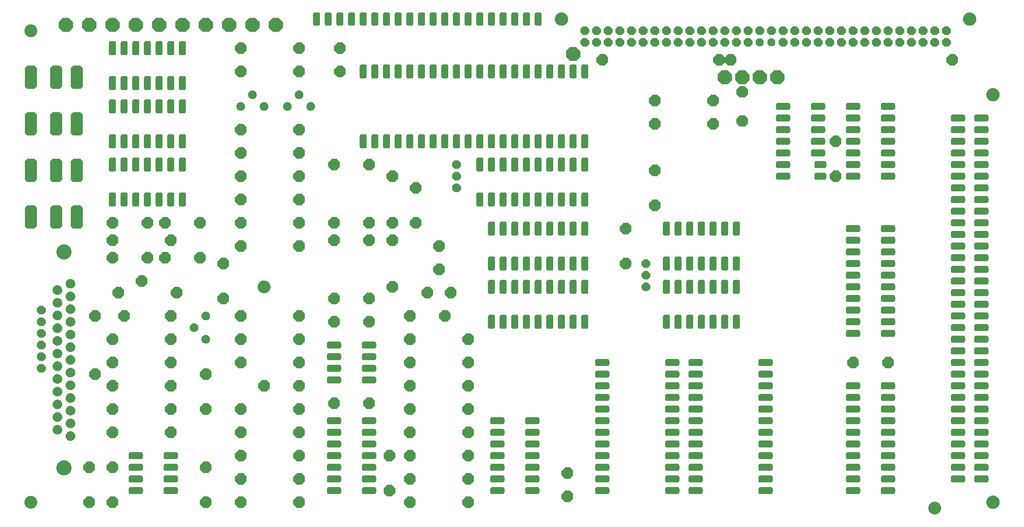
<source format=gbr>
G04 #@! TF.GenerationSoftware,KiCad,Pcbnew,8.0.2*
G04 #@! TF.CreationDate,2024-11-11T11:32:27+01:00*
G04 #@! TF.ProjectId,junior-interface,6a756e69-6f72-42d6-996e-746572666163,rev?*
G04 #@! TF.SameCoordinates,Original*
G04 #@! TF.FileFunction,Soldermask,Bot*
G04 #@! TF.FilePolarity,Negative*
%FSLAX46Y46*%
G04 Gerber Fmt 4.6, Leading zero omitted, Abs format (unit mm)*
G04 Created by KiCad (PCBNEW 8.0.2) date 2024-11-11 11:32:27*
%MOMM*%
%LPD*%
G01*
G04 APERTURE LIST*
G04 APERTURE END LIST*
G36*
X240085892Y-145923785D02*
G01*
X240145694Y-145923785D01*
X240199079Y-145932693D01*
X240249109Y-145936631D01*
X240309361Y-145951096D01*
X240373925Y-145961870D01*
X240419712Y-145977589D01*
X240462811Y-145987936D01*
X240525549Y-146013923D01*
X240592775Y-146037002D01*
X240630323Y-146057322D01*
X240665865Y-146072044D01*
X240728860Y-146110647D01*
X240796274Y-146147130D01*
X240825445Y-146169835D01*
X240853257Y-146186878D01*
X240914028Y-146238781D01*
X240978871Y-146289251D01*
X241000025Y-146312230D01*
X241020382Y-146329617D01*
X241076280Y-146395065D01*
X241135586Y-146459488D01*
X241149524Y-146480823D01*
X241163121Y-146496742D01*
X241211438Y-146575588D01*
X241262143Y-146653198D01*
X241270065Y-146671259D01*
X241277955Y-146684134D01*
X241315979Y-146775933D01*
X241355090Y-146865096D01*
X241358515Y-146878624D01*
X241362063Y-146887188D01*
X241387219Y-146991974D01*
X241411892Y-147089403D01*
X241412567Y-147097556D01*
X241413368Y-147100890D01*
X241423288Y-147226935D01*
X241431000Y-147320000D01*
X241423287Y-147413072D01*
X241413368Y-147539109D01*
X241412567Y-147542442D01*
X241411892Y-147550597D01*
X241387215Y-147648043D01*
X241362063Y-147752811D01*
X241358516Y-147761372D01*
X241355090Y-147774904D01*
X241315972Y-147864083D01*
X241277955Y-147955865D01*
X241270067Y-147968736D01*
X241262143Y-147986802D01*
X241211428Y-148064426D01*
X241163121Y-148143257D01*
X241149527Y-148159172D01*
X241135586Y-148180512D01*
X241076268Y-148244947D01*
X241020382Y-148310382D01*
X241000029Y-148327764D01*
X240978871Y-148350749D01*
X240914015Y-148401228D01*
X240853257Y-148453121D01*
X240825451Y-148470160D01*
X240796274Y-148492870D01*
X240728846Y-148529359D01*
X240665865Y-148567955D01*
X240630331Y-148582673D01*
X240592775Y-148602998D01*
X240525535Y-148626081D01*
X240462811Y-148652063D01*
X240419722Y-148662407D01*
X240373925Y-148678130D01*
X240309347Y-148688906D01*
X240249109Y-148703368D01*
X240199090Y-148707304D01*
X240145694Y-148716215D01*
X240085879Y-148716215D01*
X240030000Y-148720613D01*
X239974120Y-148716215D01*
X239914306Y-148716215D01*
X239860910Y-148707304D01*
X239810890Y-148703368D01*
X239750648Y-148688905D01*
X239686075Y-148678130D01*
X239640280Y-148662408D01*
X239597188Y-148652063D01*
X239534458Y-148626079D01*
X239467225Y-148602998D01*
X239429672Y-148582675D01*
X239394134Y-148567955D01*
X239331145Y-148529355D01*
X239263726Y-148492870D01*
X239234552Y-148470163D01*
X239206742Y-148453121D01*
X239145973Y-148401219D01*
X239081129Y-148350749D01*
X239059973Y-148327768D01*
X239039617Y-148310382D01*
X238983717Y-148244932D01*
X238924414Y-148180512D01*
X238910475Y-148159177D01*
X238896878Y-148143257D01*
X238848555Y-148064401D01*
X238797857Y-147986802D01*
X238789935Y-147968742D01*
X238782044Y-147955865D01*
X238744009Y-147864042D01*
X238704910Y-147774904D01*
X238701485Y-147761379D01*
X238697936Y-147752811D01*
X238672765Y-147647967D01*
X238648108Y-147550597D01*
X238647432Y-147542448D01*
X238646631Y-147539109D01*
X238636692Y-147412831D01*
X238629000Y-147320000D01*
X238636691Y-147227176D01*
X238646631Y-147100890D01*
X238647432Y-147097549D01*
X238648108Y-147089403D01*
X238672760Y-146992050D01*
X238697936Y-146887188D01*
X238701485Y-146878618D01*
X238704910Y-146865096D01*
X238744002Y-146775973D01*
X238782044Y-146684134D01*
X238789936Y-146671253D01*
X238797857Y-146653198D01*
X238848545Y-146575613D01*
X238896878Y-146496742D01*
X238910478Y-146480818D01*
X238924414Y-146459488D01*
X238983705Y-146395080D01*
X239039617Y-146329617D01*
X239059978Y-146312226D01*
X239081129Y-146289251D01*
X239145960Y-146238790D01*
X239206742Y-146186878D01*
X239234558Y-146169832D01*
X239263726Y-146147130D01*
X239331131Y-146110652D01*
X239394134Y-146072044D01*
X239429679Y-146057320D01*
X239467225Y-146037002D01*
X239534444Y-146013925D01*
X239597188Y-145987936D01*
X239640289Y-145977588D01*
X239686075Y-145961870D01*
X239750635Y-145951096D01*
X239810890Y-145936631D01*
X239860921Y-145932693D01*
X239914306Y-145923785D01*
X239974108Y-145923785D01*
X240030000Y-145919386D01*
X240085892Y-145923785D01*
G37*
G36*
X252788066Y-144603956D02*
G01*
X252849823Y-144603956D01*
X252904950Y-144613155D01*
X252956929Y-144617246D01*
X253019525Y-144632274D01*
X253086199Y-144643400D01*
X253133488Y-144659634D01*
X253178263Y-144670384D01*
X253243437Y-144697380D01*
X253312860Y-144721213D01*
X253351636Y-144742197D01*
X253388565Y-144757494D01*
X253454016Y-144797602D01*
X253523622Y-144835271D01*
X253553740Y-144858713D01*
X253582650Y-144876429D01*
X253645833Y-144930392D01*
X253712736Y-144982465D01*
X253734557Y-145006169D01*
X253755739Y-145024260D01*
X253813899Y-145092357D01*
X253875043Y-145158777D01*
X253889416Y-145180776D01*
X253903570Y-145197349D01*
X253953867Y-145279427D01*
X254006116Y-145359400D01*
X254014280Y-145378012D01*
X254022505Y-145391434D01*
X254062139Y-145487120D01*
X254102381Y-145578861D01*
X254105906Y-145592782D01*
X254109615Y-145601736D01*
X254135924Y-145711323D01*
X254161210Y-145811173D01*
X254161902Y-145819526D01*
X254162753Y-145823070D01*
X254173292Y-145956985D01*
X254181000Y-146050000D01*
X254173291Y-146143022D01*
X254162753Y-146276929D01*
X254161902Y-146280472D01*
X254161210Y-146288827D01*
X254135920Y-146388695D01*
X254109615Y-146498263D01*
X254105907Y-146507214D01*
X254102381Y-146521139D01*
X254062132Y-146612896D01*
X254022505Y-146708565D01*
X254014281Y-146721984D01*
X254006116Y-146740600D01*
X253953857Y-146820587D01*
X253903570Y-146902650D01*
X253889419Y-146919218D01*
X253875043Y-146941223D01*
X253813887Y-147007655D01*
X253755739Y-147075739D01*
X253734561Y-147093825D01*
X253712736Y-147117535D01*
X253645820Y-147169617D01*
X253582650Y-147223570D01*
X253553746Y-147241281D01*
X253523622Y-147264729D01*
X253454003Y-147302404D01*
X253388565Y-147342505D01*
X253351644Y-147357797D01*
X253312860Y-147378787D01*
X253243423Y-147402624D01*
X253178263Y-147429615D01*
X253133497Y-147440362D01*
X253086199Y-147456600D01*
X253019511Y-147467728D01*
X252956929Y-147482753D01*
X252904962Y-147486842D01*
X252849823Y-147496044D01*
X252788054Y-147496044D01*
X252730000Y-147500613D01*
X252671946Y-147496044D01*
X252610177Y-147496044D01*
X252555038Y-147486843D01*
X252503070Y-147482753D01*
X252440484Y-147467727D01*
X252373801Y-147456600D01*
X252326504Y-147440363D01*
X252281736Y-147429615D01*
X252216570Y-147402622D01*
X252147140Y-147378787D01*
X252108358Y-147357799D01*
X252071434Y-147342505D01*
X252005988Y-147302400D01*
X251936378Y-147264729D01*
X251906257Y-147241284D01*
X251877349Y-147223570D01*
X251814168Y-147169608D01*
X251747264Y-147117535D01*
X251725441Y-147093829D01*
X251704260Y-147075739D01*
X251646098Y-147007640D01*
X251584957Y-146941223D01*
X251570584Y-146919223D01*
X251556429Y-146902650D01*
X251506126Y-146820562D01*
X251453884Y-146740600D01*
X251445720Y-146721990D01*
X251437494Y-146708565D01*
X251397850Y-146612856D01*
X251357619Y-146521139D01*
X251354094Y-146507220D01*
X251350384Y-146498263D01*
X251324060Y-146388619D01*
X251298790Y-146288827D01*
X251298098Y-146280478D01*
X251297246Y-146276929D01*
X251286688Y-146142781D01*
X251279000Y-146050000D01*
X251286687Y-145957225D01*
X251297246Y-145823070D01*
X251298098Y-145819519D01*
X251298790Y-145811173D01*
X251324056Y-145711399D01*
X251350384Y-145601736D01*
X251354095Y-145592776D01*
X251357619Y-145578861D01*
X251397842Y-145487160D01*
X251437494Y-145391434D01*
X251445722Y-145378006D01*
X251453884Y-145359400D01*
X251506116Y-145279452D01*
X251556429Y-145197349D01*
X251570587Y-145180771D01*
X251584957Y-145158777D01*
X251646087Y-145092372D01*
X251704260Y-145024260D01*
X251725446Y-145006165D01*
X251747264Y-144982465D01*
X251814155Y-144930401D01*
X251877349Y-144876429D01*
X251906263Y-144858710D01*
X251936378Y-144835271D01*
X252005974Y-144797607D01*
X252071434Y-144757494D01*
X252108366Y-144742196D01*
X252147140Y-144721213D01*
X252216556Y-144697382D01*
X252281736Y-144670384D01*
X252326514Y-144659633D01*
X252373801Y-144643400D01*
X252440471Y-144632274D01*
X252503070Y-144617246D01*
X252555049Y-144613155D01*
X252610177Y-144603956D01*
X252671933Y-144603956D01*
X252730000Y-144599386D01*
X252788066Y-144603956D01*
G37*
G36*
X43235892Y-144653785D02*
G01*
X43295694Y-144653785D01*
X43349079Y-144662693D01*
X43399109Y-144666631D01*
X43459361Y-144681096D01*
X43523925Y-144691870D01*
X43569712Y-144707589D01*
X43612811Y-144717936D01*
X43675549Y-144743923D01*
X43742775Y-144767002D01*
X43780323Y-144787322D01*
X43815865Y-144802044D01*
X43878860Y-144840647D01*
X43946274Y-144877130D01*
X43975445Y-144899835D01*
X44003257Y-144916878D01*
X44064028Y-144968781D01*
X44128871Y-145019251D01*
X44150025Y-145042230D01*
X44170382Y-145059617D01*
X44226280Y-145125065D01*
X44285586Y-145189488D01*
X44299524Y-145210823D01*
X44313121Y-145226742D01*
X44361438Y-145305588D01*
X44412143Y-145383198D01*
X44420065Y-145401259D01*
X44427955Y-145414134D01*
X44465979Y-145505933D01*
X44505090Y-145595096D01*
X44508515Y-145608624D01*
X44512063Y-145617188D01*
X44537219Y-145721974D01*
X44561892Y-145819403D01*
X44562567Y-145827556D01*
X44563368Y-145830890D01*
X44573288Y-145956935D01*
X44581000Y-146050000D01*
X44573287Y-146143072D01*
X44563368Y-146269109D01*
X44562567Y-146272442D01*
X44561892Y-146280597D01*
X44537215Y-146378043D01*
X44512063Y-146482811D01*
X44508516Y-146491372D01*
X44505090Y-146504904D01*
X44465972Y-146594083D01*
X44427955Y-146685865D01*
X44420067Y-146698736D01*
X44412143Y-146716802D01*
X44361428Y-146794426D01*
X44313121Y-146873257D01*
X44299527Y-146889172D01*
X44285586Y-146910512D01*
X44226268Y-146974947D01*
X44170382Y-147040382D01*
X44150029Y-147057764D01*
X44128871Y-147080749D01*
X44064015Y-147131228D01*
X44003257Y-147183121D01*
X43975451Y-147200160D01*
X43946274Y-147222870D01*
X43878846Y-147259359D01*
X43815865Y-147297955D01*
X43780331Y-147312673D01*
X43742775Y-147332998D01*
X43675535Y-147356081D01*
X43612811Y-147382063D01*
X43569722Y-147392407D01*
X43523925Y-147408130D01*
X43459347Y-147418906D01*
X43399109Y-147433368D01*
X43349090Y-147437304D01*
X43295694Y-147446215D01*
X43235879Y-147446215D01*
X43180000Y-147450613D01*
X43124120Y-147446215D01*
X43064306Y-147446215D01*
X43010910Y-147437304D01*
X42960890Y-147433368D01*
X42900648Y-147418905D01*
X42836075Y-147408130D01*
X42790280Y-147392408D01*
X42747188Y-147382063D01*
X42684458Y-147356079D01*
X42617225Y-147332998D01*
X42579672Y-147312675D01*
X42544134Y-147297955D01*
X42481145Y-147259355D01*
X42413726Y-147222870D01*
X42384552Y-147200163D01*
X42356742Y-147183121D01*
X42295973Y-147131219D01*
X42231129Y-147080749D01*
X42209973Y-147057768D01*
X42189617Y-147040382D01*
X42133717Y-146974932D01*
X42074414Y-146910512D01*
X42060475Y-146889177D01*
X42046878Y-146873257D01*
X41998555Y-146794401D01*
X41947857Y-146716802D01*
X41939935Y-146698742D01*
X41932044Y-146685865D01*
X41894009Y-146594042D01*
X41854910Y-146504904D01*
X41851485Y-146491379D01*
X41847936Y-146482811D01*
X41822765Y-146377967D01*
X41798108Y-146280597D01*
X41797432Y-146272448D01*
X41796631Y-146269109D01*
X41786692Y-146142831D01*
X41779000Y-146050000D01*
X41786691Y-145957176D01*
X41796631Y-145830890D01*
X41797432Y-145827549D01*
X41798108Y-145819403D01*
X41822760Y-145722050D01*
X41847936Y-145617188D01*
X41851485Y-145608618D01*
X41854910Y-145595096D01*
X41894002Y-145505973D01*
X41932044Y-145414134D01*
X41939936Y-145401253D01*
X41947857Y-145383198D01*
X41998545Y-145305613D01*
X42046878Y-145226742D01*
X42060478Y-145210818D01*
X42074414Y-145189488D01*
X42133705Y-145125080D01*
X42189617Y-145059617D01*
X42209978Y-145042226D01*
X42231129Y-145019251D01*
X42295960Y-144968790D01*
X42356742Y-144916878D01*
X42384558Y-144899832D01*
X42413726Y-144877130D01*
X42481131Y-144840652D01*
X42544134Y-144802044D01*
X42579679Y-144787320D01*
X42617225Y-144767002D01*
X42684444Y-144743925D01*
X42747188Y-144717936D01*
X42790289Y-144707588D01*
X42836075Y-144691870D01*
X42900635Y-144681096D01*
X42960890Y-144666631D01*
X43010921Y-144662693D01*
X43064306Y-144653785D01*
X43124108Y-144653785D01*
X43180000Y-144649386D01*
X43235892Y-144653785D01*
G37*
G36*
X56402302Y-144803237D02*
G01*
X56410060Y-144805150D01*
X56414106Y-144808127D01*
X56419598Y-144810402D01*
X57119598Y-145510402D01*
X57128835Y-145532703D01*
X57132969Y-145539541D01*
X57133724Y-145544507D01*
X57136000Y-145550000D01*
X57136000Y-146550000D01*
X57126759Y-146572307D01*
X57124849Y-146580060D01*
X57121873Y-146584103D01*
X57119598Y-146589598D01*
X56419598Y-147289598D01*
X56397293Y-147298836D01*
X56390458Y-147302969D01*
X56385493Y-147303724D01*
X56380000Y-147306000D01*
X56370543Y-147306000D01*
X55395178Y-147306000D01*
X55380000Y-147306000D01*
X55357693Y-147296760D01*
X55349939Y-147294849D01*
X55345894Y-147291872D01*
X55340402Y-147289598D01*
X54640402Y-146589598D01*
X54631165Y-146567298D01*
X54627030Y-146560458D01*
X54626274Y-146555490D01*
X54624000Y-146550000D01*
X54624000Y-145550000D01*
X54633237Y-145527698D01*
X54635150Y-145519939D01*
X54638128Y-145515891D01*
X54640402Y-145510402D01*
X54647082Y-145503721D01*
X54647085Y-145503718D01*
X55329670Y-144821133D01*
X55329672Y-144821131D01*
X55340402Y-144810402D01*
X55362698Y-144801166D01*
X55369541Y-144797030D01*
X55374510Y-144796274D01*
X55380000Y-144794000D01*
X56380000Y-144794000D01*
X56402302Y-144803237D01*
G37*
G36*
X61482302Y-144803237D02*
G01*
X61490060Y-144805150D01*
X61494106Y-144808127D01*
X61499598Y-144810402D01*
X62199598Y-145510402D01*
X62208835Y-145532703D01*
X62212969Y-145539541D01*
X62213724Y-145544507D01*
X62216000Y-145550000D01*
X62216000Y-146550000D01*
X62206759Y-146572307D01*
X62204849Y-146580060D01*
X62201873Y-146584103D01*
X62199598Y-146589598D01*
X61499598Y-147289598D01*
X61477293Y-147298836D01*
X61470458Y-147302969D01*
X61465493Y-147303724D01*
X61460000Y-147306000D01*
X61450543Y-147306000D01*
X60475178Y-147306000D01*
X60460000Y-147306000D01*
X60437693Y-147296760D01*
X60429939Y-147294849D01*
X60425894Y-147291872D01*
X60420402Y-147289598D01*
X59720402Y-146589598D01*
X59711165Y-146567298D01*
X59707030Y-146560458D01*
X59706274Y-146555490D01*
X59704000Y-146550000D01*
X59704000Y-145550000D01*
X59713237Y-145527698D01*
X59715150Y-145519939D01*
X59718128Y-145515891D01*
X59720402Y-145510402D01*
X59727082Y-145503721D01*
X59727085Y-145503718D01*
X60409670Y-144821133D01*
X60409672Y-144821131D01*
X60420402Y-144810402D01*
X60442698Y-144801166D01*
X60449541Y-144797030D01*
X60454510Y-144796274D01*
X60460000Y-144794000D01*
X61460000Y-144794000D01*
X61482302Y-144803237D01*
G37*
G36*
X81802302Y-144803237D02*
G01*
X81810060Y-144805150D01*
X81814106Y-144808127D01*
X81819598Y-144810402D01*
X82519598Y-145510402D01*
X82528835Y-145532703D01*
X82532969Y-145539541D01*
X82533724Y-145544507D01*
X82536000Y-145550000D01*
X82536000Y-146550000D01*
X82526759Y-146572307D01*
X82524849Y-146580060D01*
X82521873Y-146584103D01*
X82519598Y-146589598D01*
X81819598Y-147289598D01*
X81797293Y-147298836D01*
X81790458Y-147302969D01*
X81785493Y-147303724D01*
X81780000Y-147306000D01*
X81770543Y-147306000D01*
X80795178Y-147306000D01*
X80780000Y-147306000D01*
X80757693Y-147296760D01*
X80749939Y-147294849D01*
X80745894Y-147291872D01*
X80740402Y-147289598D01*
X80040402Y-146589598D01*
X80031165Y-146567298D01*
X80027030Y-146560458D01*
X80026274Y-146555490D01*
X80024000Y-146550000D01*
X80024000Y-145550000D01*
X80033237Y-145527698D01*
X80035150Y-145519939D01*
X80038128Y-145515891D01*
X80040402Y-145510402D01*
X80047082Y-145503721D01*
X80047085Y-145503718D01*
X80729670Y-144821133D01*
X80729672Y-144821131D01*
X80740402Y-144810402D01*
X80762698Y-144801166D01*
X80769541Y-144797030D01*
X80774510Y-144796274D01*
X80780000Y-144794000D01*
X81780000Y-144794000D01*
X81802302Y-144803237D01*
G37*
G36*
X89422302Y-144803237D02*
G01*
X89430060Y-144805150D01*
X89434106Y-144808127D01*
X89439598Y-144810402D01*
X90139598Y-145510402D01*
X90148835Y-145532703D01*
X90152969Y-145539541D01*
X90153724Y-145544507D01*
X90156000Y-145550000D01*
X90156000Y-146550000D01*
X90146759Y-146572307D01*
X90144849Y-146580060D01*
X90141873Y-146584103D01*
X90139598Y-146589598D01*
X89439598Y-147289598D01*
X89417293Y-147298836D01*
X89410458Y-147302969D01*
X89405493Y-147303724D01*
X89400000Y-147306000D01*
X89390543Y-147306000D01*
X88415178Y-147306000D01*
X88400000Y-147306000D01*
X88377693Y-147296760D01*
X88369939Y-147294849D01*
X88365894Y-147291872D01*
X88360402Y-147289598D01*
X87660402Y-146589598D01*
X87651165Y-146567298D01*
X87647030Y-146560458D01*
X87646274Y-146555490D01*
X87644000Y-146550000D01*
X87644000Y-145550000D01*
X87653237Y-145527698D01*
X87655150Y-145519939D01*
X87658128Y-145515891D01*
X87660402Y-145510402D01*
X87667082Y-145503721D01*
X87667085Y-145503718D01*
X88349670Y-144821133D01*
X88349672Y-144821131D01*
X88360402Y-144810402D01*
X88382698Y-144801166D01*
X88389541Y-144797030D01*
X88394510Y-144796274D01*
X88400000Y-144794000D01*
X89400000Y-144794000D01*
X89422302Y-144803237D01*
G37*
G36*
X102122302Y-144803237D02*
G01*
X102130060Y-144805150D01*
X102134106Y-144808127D01*
X102139598Y-144810402D01*
X102839598Y-145510402D01*
X102848835Y-145532703D01*
X102852969Y-145539541D01*
X102853724Y-145544507D01*
X102856000Y-145550000D01*
X102856000Y-146550000D01*
X102846759Y-146572307D01*
X102844849Y-146580060D01*
X102841873Y-146584103D01*
X102839598Y-146589598D01*
X102139598Y-147289598D01*
X102117293Y-147298836D01*
X102110458Y-147302969D01*
X102105493Y-147303724D01*
X102100000Y-147306000D01*
X102090543Y-147306000D01*
X101115178Y-147306000D01*
X101100000Y-147306000D01*
X101077693Y-147296760D01*
X101069939Y-147294849D01*
X101065894Y-147291872D01*
X101060402Y-147289598D01*
X100360402Y-146589598D01*
X100351165Y-146567298D01*
X100347030Y-146560458D01*
X100346274Y-146555490D01*
X100344000Y-146550000D01*
X100344000Y-145550000D01*
X100353237Y-145527698D01*
X100355150Y-145519939D01*
X100358128Y-145515891D01*
X100360402Y-145510402D01*
X100367082Y-145503721D01*
X100367085Y-145503718D01*
X101049670Y-144821133D01*
X101049672Y-144821131D01*
X101060402Y-144810402D01*
X101082698Y-144801166D01*
X101089541Y-144797030D01*
X101094510Y-144796274D01*
X101100000Y-144794000D01*
X102100000Y-144794000D01*
X102122302Y-144803237D01*
G37*
G36*
X126252302Y-144803237D02*
G01*
X126260060Y-144805150D01*
X126264106Y-144808127D01*
X126269598Y-144810402D01*
X126969598Y-145510402D01*
X126978835Y-145532703D01*
X126982969Y-145539541D01*
X126983724Y-145544507D01*
X126986000Y-145550000D01*
X126986000Y-146550000D01*
X126976759Y-146572307D01*
X126974849Y-146580060D01*
X126971873Y-146584103D01*
X126969598Y-146589598D01*
X126269598Y-147289598D01*
X126247293Y-147298836D01*
X126240458Y-147302969D01*
X126235493Y-147303724D01*
X126230000Y-147306000D01*
X126220543Y-147306000D01*
X125245178Y-147306000D01*
X125230000Y-147306000D01*
X125207693Y-147296760D01*
X125199939Y-147294849D01*
X125195894Y-147291872D01*
X125190402Y-147289598D01*
X124490402Y-146589598D01*
X124481165Y-146567298D01*
X124477030Y-146560458D01*
X124476274Y-146555490D01*
X124474000Y-146550000D01*
X124474000Y-145550000D01*
X124483237Y-145527698D01*
X124485150Y-145519939D01*
X124488128Y-145515891D01*
X124490402Y-145510402D01*
X124497082Y-145503721D01*
X124497085Y-145503718D01*
X125179670Y-144821133D01*
X125179672Y-144821131D01*
X125190402Y-144810402D01*
X125212698Y-144801166D01*
X125219541Y-144797030D01*
X125224510Y-144796274D01*
X125230000Y-144794000D01*
X126230000Y-144794000D01*
X126252302Y-144803237D01*
G37*
G36*
X138952302Y-144803237D02*
G01*
X138960060Y-144805150D01*
X138964106Y-144808127D01*
X138969598Y-144810402D01*
X139669598Y-145510402D01*
X139678835Y-145532703D01*
X139682969Y-145539541D01*
X139683724Y-145544507D01*
X139686000Y-145550000D01*
X139686000Y-146550000D01*
X139676759Y-146572307D01*
X139674849Y-146580060D01*
X139671873Y-146584103D01*
X139669598Y-146589598D01*
X138969598Y-147289598D01*
X138947293Y-147298836D01*
X138940458Y-147302969D01*
X138935493Y-147303724D01*
X138930000Y-147306000D01*
X138920543Y-147306000D01*
X137945178Y-147306000D01*
X137930000Y-147306000D01*
X137907693Y-147296760D01*
X137899939Y-147294849D01*
X137895894Y-147291872D01*
X137890402Y-147289598D01*
X137190402Y-146589598D01*
X137181165Y-146567298D01*
X137177030Y-146560458D01*
X137176274Y-146555490D01*
X137174000Y-146550000D01*
X137174000Y-145550000D01*
X137183237Y-145527698D01*
X137185150Y-145519939D01*
X137188128Y-145515891D01*
X137190402Y-145510402D01*
X137197082Y-145503721D01*
X137197085Y-145503718D01*
X137879670Y-144821133D01*
X137879672Y-144821131D01*
X137890402Y-144810402D01*
X137912698Y-144801166D01*
X137919541Y-144797030D01*
X137924510Y-144796274D01*
X137930000Y-144794000D01*
X138930000Y-144794000D01*
X138952302Y-144803237D01*
G37*
G36*
X160542302Y-143533237D02*
G01*
X160550060Y-143535150D01*
X160554106Y-143538127D01*
X160559598Y-143540402D01*
X161259598Y-144240402D01*
X161268835Y-144262703D01*
X161272969Y-144269541D01*
X161273724Y-144274507D01*
X161276000Y-144280000D01*
X161276000Y-145280000D01*
X161266759Y-145302307D01*
X161264849Y-145310060D01*
X161261873Y-145314103D01*
X161259598Y-145319598D01*
X160559598Y-146019598D01*
X160537293Y-146028836D01*
X160530458Y-146032969D01*
X160525493Y-146033724D01*
X160520000Y-146036000D01*
X160510543Y-146036000D01*
X159535178Y-146036000D01*
X159520000Y-146036000D01*
X159497693Y-146026760D01*
X159489939Y-146024849D01*
X159485894Y-146021872D01*
X159480402Y-146019598D01*
X158780402Y-145319598D01*
X158771165Y-145297298D01*
X158767030Y-145290458D01*
X158766274Y-145285490D01*
X158764000Y-145280000D01*
X158764000Y-144280000D01*
X158773237Y-144257698D01*
X158775150Y-144249939D01*
X158778128Y-144245891D01*
X158780402Y-144240402D01*
X158787082Y-144233721D01*
X158787085Y-144233718D01*
X159469670Y-143551133D01*
X159469672Y-143551131D01*
X159480402Y-143540402D01*
X159502698Y-143531166D01*
X159509541Y-143527030D01*
X159514510Y-143526274D01*
X159520000Y-143524000D01*
X160520000Y-143524000D01*
X160542302Y-143533237D01*
G37*
G36*
X121807302Y-142263237D02*
G01*
X121815060Y-142265150D01*
X121819106Y-142268127D01*
X121824598Y-142270402D01*
X122524598Y-142970402D01*
X122533835Y-142992703D01*
X122537969Y-142999541D01*
X122538724Y-143004507D01*
X122541000Y-143010000D01*
X122541000Y-144010000D01*
X122531759Y-144032307D01*
X122529849Y-144040060D01*
X122526873Y-144044103D01*
X122524598Y-144049598D01*
X121824598Y-144749598D01*
X121802293Y-144758836D01*
X121795458Y-144762969D01*
X121790493Y-144763724D01*
X121785000Y-144766000D01*
X121775543Y-144766000D01*
X120800178Y-144766000D01*
X120785000Y-144766000D01*
X120762693Y-144756760D01*
X120754939Y-144754849D01*
X120750894Y-144751872D01*
X120745402Y-144749598D01*
X120045402Y-144049598D01*
X120036165Y-144027298D01*
X120032030Y-144020458D01*
X120031274Y-144015490D01*
X120029000Y-144010000D01*
X120029000Y-143010000D01*
X120038237Y-142987698D01*
X120040150Y-142979939D01*
X120043128Y-142975891D01*
X120045402Y-142970402D01*
X120052082Y-142963721D01*
X120052085Y-142963718D01*
X120734670Y-142281133D01*
X120734672Y-142281131D01*
X120745402Y-142270402D01*
X120767698Y-142261166D01*
X120774541Y-142257030D01*
X120779510Y-142256274D01*
X120785000Y-142254000D01*
X121785000Y-142254000D01*
X121807302Y-142263237D01*
G37*
G36*
X67213443Y-142762713D02*
G01*
X67283653Y-142771144D01*
X67295048Y-142775637D01*
X67313916Y-142778626D01*
X67352569Y-142798320D01*
X67385959Y-142811488D01*
X67401415Y-142823209D01*
X67425702Y-142835584D01*
X67450707Y-142860589D01*
X67472718Y-142877281D01*
X67489409Y-142899291D01*
X67514416Y-142924298D01*
X67526791Y-142948585D01*
X67538511Y-142964040D01*
X67551676Y-142997425D01*
X67571374Y-143036084D01*
X67574362Y-143054954D01*
X67578855Y-143066346D01*
X67587283Y-143136535D01*
X67591000Y-143160000D01*
X67591000Y-143860000D01*
X67587282Y-143883469D01*
X67578855Y-143953653D01*
X67574362Y-143965044D01*
X67571374Y-143983916D01*
X67551674Y-144022577D01*
X67538511Y-144055959D01*
X67526792Y-144071411D01*
X67514416Y-144095702D01*
X67489406Y-144120711D01*
X67472718Y-144142718D01*
X67450711Y-144159406D01*
X67425702Y-144184416D01*
X67401411Y-144196792D01*
X67385959Y-144208511D01*
X67352577Y-144221674D01*
X67313916Y-144241374D01*
X67295044Y-144244362D01*
X67283653Y-144248855D01*
X67213467Y-144257283D01*
X67190000Y-144261000D01*
X64890000Y-144261000D01*
X64866533Y-144257283D01*
X64796346Y-144248855D01*
X64784954Y-144244362D01*
X64766084Y-144241374D01*
X64727425Y-144221676D01*
X64694040Y-144208511D01*
X64678585Y-144196791D01*
X64654298Y-144184416D01*
X64629291Y-144159409D01*
X64607281Y-144142718D01*
X64590589Y-144120707D01*
X64565584Y-144095702D01*
X64553209Y-144071415D01*
X64541488Y-144055959D01*
X64528320Y-144022569D01*
X64508626Y-143983916D01*
X64505637Y-143965048D01*
X64501144Y-143953653D01*
X64492712Y-143883441D01*
X64489000Y-143860000D01*
X64489000Y-143160000D01*
X64492712Y-143136559D01*
X64501144Y-143066346D01*
X64505637Y-143054949D01*
X64508626Y-143036084D01*
X64528319Y-142997434D01*
X64541488Y-142964040D01*
X64553211Y-142948581D01*
X64565584Y-142924298D01*
X64590586Y-142899295D01*
X64607281Y-142877281D01*
X64629295Y-142860586D01*
X64654298Y-142835584D01*
X64678581Y-142823211D01*
X64694040Y-142811488D01*
X64727434Y-142798319D01*
X64766084Y-142778626D01*
X64784949Y-142775637D01*
X64796346Y-142771144D01*
X64866561Y-142762712D01*
X64890000Y-142759000D01*
X67190000Y-142759000D01*
X67213443Y-142762713D01*
G37*
G36*
X74833443Y-142762713D02*
G01*
X74903653Y-142771144D01*
X74915048Y-142775637D01*
X74933916Y-142778626D01*
X74972569Y-142798320D01*
X75005959Y-142811488D01*
X75021415Y-142823209D01*
X75045702Y-142835584D01*
X75070707Y-142860589D01*
X75092718Y-142877281D01*
X75109409Y-142899291D01*
X75134416Y-142924298D01*
X75146791Y-142948585D01*
X75158511Y-142964040D01*
X75171676Y-142997425D01*
X75191374Y-143036084D01*
X75194362Y-143054954D01*
X75198855Y-143066346D01*
X75207283Y-143136535D01*
X75211000Y-143160000D01*
X75211000Y-143860000D01*
X75207282Y-143883469D01*
X75198855Y-143953653D01*
X75194362Y-143965044D01*
X75191374Y-143983916D01*
X75171674Y-144022577D01*
X75158511Y-144055959D01*
X75146792Y-144071411D01*
X75134416Y-144095702D01*
X75109406Y-144120711D01*
X75092718Y-144142718D01*
X75070711Y-144159406D01*
X75045702Y-144184416D01*
X75021411Y-144196792D01*
X75005959Y-144208511D01*
X74972577Y-144221674D01*
X74933916Y-144241374D01*
X74915044Y-144244362D01*
X74903653Y-144248855D01*
X74833467Y-144257283D01*
X74810000Y-144261000D01*
X72510000Y-144261000D01*
X72486533Y-144257283D01*
X72416346Y-144248855D01*
X72404954Y-144244362D01*
X72386084Y-144241374D01*
X72347425Y-144221676D01*
X72314040Y-144208511D01*
X72298585Y-144196791D01*
X72274298Y-144184416D01*
X72249291Y-144159409D01*
X72227281Y-144142718D01*
X72210589Y-144120707D01*
X72185584Y-144095702D01*
X72173209Y-144071415D01*
X72161488Y-144055959D01*
X72148320Y-144022569D01*
X72128626Y-143983916D01*
X72125637Y-143965048D01*
X72121144Y-143953653D01*
X72112712Y-143883441D01*
X72109000Y-143860000D01*
X72109000Y-143160000D01*
X72112712Y-143136559D01*
X72121144Y-143066346D01*
X72125637Y-143054949D01*
X72128626Y-143036084D01*
X72148319Y-142997434D01*
X72161488Y-142964040D01*
X72173211Y-142948581D01*
X72185584Y-142924298D01*
X72210586Y-142899295D01*
X72227281Y-142877281D01*
X72249295Y-142860586D01*
X72274298Y-142835584D01*
X72298581Y-142823211D01*
X72314040Y-142811488D01*
X72347434Y-142798319D01*
X72386084Y-142778626D01*
X72404949Y-142775637D01*
X72416346Y-142771144D01*
X72486561Y-142762712D01*
X72510000Y-142759000D01*
X74810000Y-142759000D01*
X74833443Y-142762713D01*
G37*
G36*
X110393443Y-142762713D02*
G01*
X110463653Y-142771144D01*
X110475048Y-142775637D01*
X110493916Y-142778626D01*
X110532569Y-142798320D01*
X110565959Y-142811488D01*
X110581415Y-142823209D01*
X110605702Y-142835584D01*
X110630707Y-142860589D01*
X110652718Y-142877281D01*
X110669409Y-142899291D01*
X110694416Y-142924298D01*
X110706791Y-142948585D01*
X110718511Y-142964040D01*
X110731676Y-142997425D01*
X110751374Y-143036084D01*
X110754362Y-143054954D01*
X110758855Y-143066346D01*
X110767283Y-143136535D01*
X110771000Y-143160000D01*
X110771000Y-143860000D01*
X110767282Y-143883469D01*
X110758855Y-143953653D01*
X110754362Y-143965044D01*
X110751374Y-143983916D01*
X110731674Y-144022577D01*
X110718511Y-144055959D01*
X110706792Y-144071411D01*
X110694416Y-144095702D01*
X110669406Y-144120711D01*
X110652718Y-144142718D01*
X110630711Y-144159406D01*
X110605702Y-144184416D01*
X110581411Y-144196792D01*
X110565959Y-144208511D01*
X110532577Y-144221674D01*
X110493916Y-144241374D01*
X110475044Y-144244362D01*
X110463653Y-144248855D01*
X110393467Y-144257283D01*
X110370000Y-144261000D01*
X108070000Y-144261000D01*
X108046533Y-144257283D01*
X107976346Y-144248855D01*
X107964954Y-144244362D01*
X107946084Y-144241374D01*
X107907425Y-144221676D01*
X107874040Y-144208511D01*
X107858585Y-144196791D01*
X107834298Y-144184416D01*
X107809291Y-144159409D01*
X107787281Y-144142718D01*
X107770589Y-144120707D01*
X107745584Y-144095702D01*
X107733209Y-144071415D01*
X107721488Y-144055959D01*
X107708320Y-144022569D01*
X107688626Y-143983916D01*
X107685637Y-143965048D01*
X107681144Y-143953653D01*
X107672712Y-143883441D01*
X107669000Y-143860000D01*
X107669000Y-143160000D01*
X107672712Y-143136559D01*
X107681144Y-143066346D01*
X107685637Y-143054949D01*
X107688626Y-143036084D01*
X107708319Y-142997434D01*
X107721488Y-142964040D01*
X107733211Y-142948581D01*
X107745584Y-142924298D01*
X107770586Y-142899295D01*
X107787281Y-142877281D01*
X107809295Y-142860586D01*
X107834298Y-142835584D01*
X107858581Y-142823211D01*
X107874040Y-142811488D01*
X107907434Y-142798319D01*
X107946084Y-142778626D01*
X107964949Y-142775637D01*
X107976346Y-142771144D01*
X108046561Y-142762712D01*
X108070000Y-142759000D01*
X110370000Y-142759000D01*
X110393443Y-142762713D01*
G37*
G36*
X118013443Y-142762713D02*
G01*
X118083653Y-142771144D01*
X118095048Y-142775637D01*
X118113916Y-142778626D01*
X118152569Y-142798320D01*
X118185959Y-142811488D01*
X118201415Y-142823209D01*
X118225702Y-142835584D01*
X118250707Y-142860589D01*
X118272718Y-142877281D01*
X118289409Y-142899291D01*
X118314416Y-142924298D01*
X118326791Y-142948585D01*
X118338511Y-142964040D01*
X118351676Y-142997425D01*
X118371374Y-143036084D01*
X118374362Y-143054954D01*
X118378855Y-143066346D01*
X118387283Y-143136535D01*
X118391000Y-143160000D01*
X118391000Y-143860000D01*
X118387282Y-143883469D01*
X118378855Y-143953653D01*
X118374362Y-143965044D01*
X118371374Y-143983916D01*
X118351674Y-144022577D01*
X118338511Y-144055959D01*
X118326792Y-144071411D01*
X118314416Y-144095702D01*
X118289406Y-144120711D01*
X118272718Y-144142718D01*
X118250711Y-144159406D01*
X118225702Y-144184416D01*
X118201411Y-144196792D01*
X118185959Y-144208511D01*
X118152577Y-144221674D01*
X118113916Y-144241374D01*
X118095044Y-144244362D01*
X118083653Y-144248855D01*
X118013467Y-144257283D01*
X117990000Y-144261000D01*
X115690000Y-144261000D01*
X115666533Y-144257283D01*
X115596346Y-144248855D01*
X115584954Y-144244362D01*
X115566084Y-144241374D01*
X115527425Y-144221676D01*
X115494040Y-144208511D01*
X115478585Y-144196791D01*
X115454298Y-144184416D01*
X115429291Y-144159409D01*
X115407281Y-144142718D01*
X115390589Y-144120707D01*
X115365584Y-144095702D01*
X115353209Y-144071415D01*
X115341488Y-144055959D01*
X115328320Y-144022569D01*
X115308626Y-143983916D01*
X115305637Y-143965048D01*
X115301144Y-143953653D01*
X115292712Y-143883441D01*
X115289000Y-143860000D01*
X115289000Y-143160000D01*
X115292712Y-143136559D01*
X115301144Y-143066346D01*
X115305637Y-143054949D01*
X115308626Y-143036084D01*
X115328319Y-142997434D01*
X115341488Y-142964040D01*
X115353211Y-142948581D01*
X115365584Y-142924298D01*
X115390586Y-142899295D01*
X115407281Y-142877281D01*
X115429295Y-142860586D01*
X115454298Y-142835584D01*
X115478581Y-142823211D01*
X115494040Y-142811488D01*
X115527434Y-142798319D01*
X115566084Y-142778626D01*
X115584949Y-142775637D01*
X115596346Y-142771144D01*
X115666561Y-142762712D01*
X115690000Y-142759000D01*
X117990000Y-142759000D01*
X118013443Y-142762713D01*
G37*
G36*
X145953443Y-142762713D02*
G01*
X146023653Y-142771144D01*
X146035048Y-142775637D01*
X146053916Y-142778626D01*
X146092569Y-142798320D01*
X146125959Y-142811488D01*
X146141415Y-142823209D01*
X146165702Y-142835584D01*
X146190707Y-142860589D01*
X146212718Y-142877281D01*
X146229409Y-142899291D01*
X146254416Y-142924298D01*
X146266791Y-142948585D01*
X146278511Y-142964040D01*
X146291676Y-142997425D01*
X146311374Y-143036084D01*
X146314362Y-143054954D01*
X146318855Y-143066346D01*
X146327283Y-143136535D01*
X146331000Y-143160000D01*
X146331000Y-143860000D01*
X146327282Y-143883469D01*
X146318855Y-143953653D01*
X146314362Y-143965044D01*
X146311374Y-143983916D01*
X146291674Y-144022577D01*
X146278511Y-144055959D01*
X146266792Y-144071411D01*
X146254416Y-144095702D01*
X146229406Y-144120711D01*
X146212718Y-144142718D01*
X146190711Y-144159406D01*
X146165702Y-144184416D01*
X146141411Y-144196792D01*
X146125959Y-144208511D01*
X146092577Y-144221674D01*
X146053916Y-144241374D01*
X146035044Y-144244362D01*
X146023653Y-144248855D01*
X145953467Y-144257283D01*
X145930000Y-144261000D01*
X143630000Y-144261000D01*
X143606533Y-144257283D01*
X143536346Y-144248855D01*
X143524954Y-144244362D01*
X143506084Y-144241374D01*
X143467425Y-144221676D01*
X143434040Y-144208511D01*
X143418585Y-144196791D01*
X143394298Y-144184416D01*
X143369291Y-144159409D01*
X143347281Y-144142718D01*
X143330589Y-144120707D01*
X143305584Y-144095702D01*
X143293209Y-144071415D01*
X143281488Y-144055959D01*
X143268320Y-144022569D01*
X143248626Y-143983916D01*
X143245637Y-143965048D01*
X143241144Y-143953653D01*
X143232712Y-143883441D01*
X143229000Y-143860000D01*
X143229000Y-143160000D01*
X143232712Y-143136559D01*
X143241144Y-143066346D01*
X143245637Y-143054949D01*
X143248626Y-143036084D01*
X143268319Y-142997434D01*
X143281488Y-142964040D01*
X143293211Y-142948581D01*
X143305584Y-142924298D01*
X143330586Y-142899295D01*
X143347281Y-142877281D01*
X143369295Y-142860586D01*
X143394298Y-142835584D01*
X143418581Y-142823211D01*
X143434040Y-142811488D01*
X143467434Y-142798319D01*
X143506084Y-142778626D01*
X143524949Y-142775637D01*
X143536346Y-142771144D01*
X143606561Y-142762712D01*
X143630000Y-142759000D01*
X145930000Y-142759000D01*
X145953443Y-142762713D01*
G37*
G36*
X153573443Y-142762713D02*
G01*
X153643653Y-142771144D01*
X153655048Y-142775637D01*
X153673916Y-142778626D01*
X153712569Y-142798320D01*
X153745959Y-142811488D01*
X153761415Y-142823209D01*
X153785702Y-142835584D01*
X153810707Y-142860589D01*
X153832718Y-142877281D01*
X153849409Y-142899291D01*
X153874416Y-142924298D01*
X153886791Y-142948585D01*
X153898511Y-142964040D01*
X153911676Y-142997425D01*
X153931374Y-143036084D01*
X153934362Y-143054954D01*
X153938855Y-143066346D01*
X153947283Y-143136535D01*
X153951000Y-143160000D01*
X153951000Y-143860000D01*
X153947282Y-143883469D01*
X153938855Y-143953653D01*
X153934362Y-143965044D01*
X153931374Y-143983916D01*
X153911674Y-144022577D01*
X153898511Y-144055959D01*
X153886792Y-144071411D01*
X153874416Y-144095702D01*
X153849406Y-144120711D01*
X153832718Y-144142718D01*
X153810711Y-144159406D01*
X153785702Y-144184416D01*
X153761411Y-144196792D01*
X153745959Y-144208511D01*
X153712577Y-144221674D01*
X153673916Y-144241374D01*
X153655044Y-144244362D01*
X153643653Y-144248855D01*
X153573467Y-144257283D01*
X153550000Y-144261000D01*
X151250000Y-144261000D01*
X151226533Y-144257283D01*
X151156346Y-144248855D01*
X151144954Y-144244362D01*
X151126084Y-144241374D01*
X151087425Y-144221676D01*
X151054040Y-144208511D01*
X151038585Y-144196791D01*
X151014298Y-144184416D01*
X150989291Y-144159409D01*
X150967281Y-144142718D01*
X150950589Y-144120707D01*
X150925584Y-144095702D01*
X150913209Y-144071415D01*
X150901488Y-144055959D01*
X150888320Y-144022569D01*
X150868626Y-143983916D01*
X150865637Y-143965048D01*
X150861144Y-143953653D01*
X150852712Y-143883441D01*
X150849000Y-143860000D01*
X150849000Y-143160000D01*
X150852712Y-143136559D01*
X150861144Y-143066346D01*
X150865637Y-143054949D01*
X150868626Y-143036084D01*
X150888319Y-142997434D01*
X150901488Y-142964040D01*
X150913211Y-142948581D01*
X150925584Y-142924298D01*
X150950586Y-142899295D01*
X150967281Y-142877281D01*
X150989295Y-142860586D01*
X151014298Y-142835584D01*
X151038581Y-142823211D01*
X151054040Y-142811488D01*
X151087434Y-142798319D01*
X151126084Y-142778626D01*
X151144949Y-142775637D01*
X151156346Y-142771144D01*
X151226561Y-142762712D01*
X151250000Y-142759000D01*
X153550000Y-142759000D01*
X153573443Y-142762713D01*
G37*
G36*
X168813443Y-142762713D02*
G01*
X168883653Y-142771144D01*
X168895048Y-142775637D01*
X168913916Y-142778626D01*
X168952569Y-142798320D01*
X168985959Y-142811488D01*
X169001415Y-142823209D01*
X169025702Y-142835584D01*
X169050707Y-142860589D01*
X169072718Y-142877281D01*
X169089409Y-142899291D01*
X169114416Y-142924298D01*
X169126791Y-142948585D01*
X169138511Y-142964040D01*
X169151676Y-142997425D01*
X169171374Y-143036084D01*
X169174362Y-143054954D01*
X169178855Y-143066346D01*
X169187283Y-143136535D01*
X169191000Y-143160000D01*
X169191000Y-143860000D01*
X169187282Y-143883469D01*
X169178855Y-143953653D01*
X169174362Y-143965044D01*
X169171374Y-143983916D01*
X169151674Y-144022577D01*
X169138511Y-144055959D01*
X169126792Y-144071411D01*
X169114416Y-144095702D01*
X169089406Y-144120711D01*
X169072718Y-144142718D01*
X169050711Y-144159406D01*
X169025702Y-144184416D01*
X169001411Y-144196792D01*
X168985959Y-144208511D01*
X168952577Y-144221674D01*
X168913916Y-144241374D01*
X168895044Y-144244362D01*
X168883653Y-144248855D01*
X168813467Y-144257283D01*
X168790000Y-144261000D01*
X166490000Y-144261000D01*
X166466533Y-144257283D01*
X166396346Y-144248855D01*
X166384954Y-144244362D01*
X166366084Y-144241374D01*
X166327425Y-144221676D01*
X166294040Y-144208511D01*
X166278585Y-144196791D01*
X166254298Y-144184416D01*
X166229291Y-144159409D01*
X166207281Y-144142718D01*
X166190589Y-144120707D01*
X166165584Y-144095702D01*
X166153209Y-144071415D01*
X166141488Y-144055959D01*
X166128320Y-144022569D01*
X166108626Y-143983916D01*
X166105637Y-143965048D01*
X166101144Y-143953653D01*
X166092712Y-143883441D01*
X166089000Y-143860000D01*
X166089000Y-143160000D01*
X166092712Y-143136559D01*
X166101144Y-143066346D01*
X166105637Y-143054949D01*
X166108626Y-143036084D01*
X166128319Y-142997434D01*
X166141488Y-142964040D01*
X166153211Y-142948581D01*
X166165584Y-142924298D01*
X166190586Y-142899295D01*
X166207281Y-142877281D01*
X166229295Y-142860586D01*
X166254298Y-142835584D01*
X166278581Y-142823211D01*
X166294040Y-142811488D01*
X166327434Y-142798319D01*
X166366084Y-142778626D01*
X166384949Y-142775637D01*
X166396346Y-142771144D01*
X166466561Y-142762712D01*
X166490000Y-142759000D01*
X168790000Y-142759000D01*
X168813443Y-142762713D01*
G37*
G36*
X184053443Y-142762713D02*
G01*
X184123653Y-142771144D01*
X184135048Y-142775637D01*
X184153916Y-142778626D01*
X184192569Y-142798320D01*
X184225959Y-142811488D01*
X184241415Y-142823209D01*
X184265702Y-142835584D01*
X184290707Y-142860589D01*
X184312718Y-142877281D01*
X184329409Y-142899291D01*
X184354416Y-142924298D01*
X184366791Y-142948585D01*
X184378511Y-142964040D01*
X184391676Y-142997425D01*
X184411374Y-143036084D01*
X184414362Y-143054954D01*
X184418855Y-143066346D01*
X184427283Y-143136535D01*
X184431000Y-143160000D01*
X184431000Y-143860000D01*
X184427282Y-143883469D01*
X184418855Y-143953653D01*
X184414362Y-143965044D01*
X184411374Y-143983916D01*
X184391674Y-144022577D01*
X184378511Y-144055959D01*
X184366792Y-144071411D01*
X184354416Y-144095702D01*
X184329406Y-144120711D01*
X184312718Y-144142718D01*
X184290711Y-144159406D01*
X184265702Y-144184416D01*
X184241411Y-144196792D01*
X184225959Y-144208511D01*
X184192577Y-144221674D01*
X184153916Y-144241374D01*
X184135044Y-144244362D01*
X184123653Y-144248855D01*
X184053467Y-144257283D01*
X184030000Y-144261000D01*
X181730000Y-144261000D01*
X181706533Y-144257283D01*
X181636346Y-144248855D01*
X181624954Y-144244362D01*
X181606084Y-144241374D01*
X181567425Y-144221676D01*
X181534040Y-144208511D01*
X181518585Y-144196791D01*
X181494298Y-144184416D01*
X181469291Y-144159409D01*
X181447281Y-144142718D01*
X181430589Y-144120707D01*
X181405584Y-144095702D01*
X181393209Y-144071415D01*
X181381488Y-144055959D01*
X181368320Y-144022569D01*
X181348626Y-143983916D01*
X181345637Y-143965048D01*
X181341144Y-143953653D01*
X181332712Y-143883441D01*
X181329000Y-143860000D01*
X181329000Y-143160000D01*
X181332712Y-143136559D01*
X181341144Y-143066346D01*
X181345637Y-143054949D01*
X181348626Y-143036084D01*
X181368319Y-142997434D01*
X181381488Y-142964040D01*
X181393211Y-142948581D01*
X181405584Y-142924298D01*
X181430586Y-142899295D01*
X181447281Y-142877281D01*
X181469295Y-142860586D01*
X181494298Y-142835584D01*
X181518581Y-142823211D01*
X181534040Y-142811488D01*
X181567434Y-142798319D01*
X181606084Y-142778626D01*
X181624949Y-142775637D01*
X181636346Y-142771144D01*
X181706561Y-142762712D01*
X181730000Y-142759000D01*
X184030000Y-142759000D01*
X184053443Y-142762713D01*
G37*
G36*
X189133443Y-142762713D02*
G01*
X189203653Y-142771144D01*
X189215048Y-142775637D01*
X189233916Y-142778626D01*
X189272569Y-142798320D01*
X189305959Y-142811488D01*
X189321415Y-142823209D01*
X189345702Y-142835584D01*
X189370707Y-142860589D01*
X189392718Y-142877281D01*
X189409409Y-142899291D01*
X189434416Y-142924298D01*
X189446791Y-142948585D01*
X189458511Y-142964040D01*
X189471676Y-142997425D01*
X189491374Y-143036084D01*
X189494362Y-143054954D01*
X189498855Y-143066346D01*
X189507283Y-143136535D01*
X189511000Y-143160000D01*
X189511000Y-143860000D01*
X189507282Y-143883469D01*
X189498855Y-143953653D01*
X189494362Y-143965044D01*
X189491374Y-143983916D01*
X189471674Y-144022577D01*
X189458511Y-144055959D01*
X189446792Y-144071411D01*
X189434416Y-144095702D01*
X189409406Y-144120711D01*
X189392718Y-144142718D01*
X189370711Y-144159406D01*
X189345702Y-144184416D01*
X189321411Y-144196792D01*
X189305959Y-144208511D01*
X189272577Y-144221674D01*
X189233916Y-144241374D01*
X189215044Y-144244362D01*
X189203653Y-144248855D01*
X189133467Y-144257283D01*
X189110000Y-144261000D01*
X186810000Y-144261000D01*
X186786533Y-144257283D01*
X186716346Y-144248855D01*
X186704954Y-144244362D01*
X186686084Y-144241374D01*
X186647425Y-144221676D01*
X186614040Y-144208511D01*
X186598585Y-144196791D01*
X186574298Y-144184416D01*
X186549291Y-144159409D01*
X186527281Y-144142718D01*
X186510589Y-144120707D01*
X186485584Y-144095702D01*
X186473209Y-144071415D01*
X186461488Y-144055959D01*
X186448320Y-144022569D01*
X186428626Y-143983916D01*
X186425637Y-143965048D01*
X186421144Y-143953653D01*
X186412712Y-143883441D01*
X186409000Y-143860000D01*
X186409000Y-143160000D01*
X186412712Y-143136559D01*
X186421144Y-143066346D01*
X186425637Y-143054949D01*
X186428626Y-143036084D01*
X186448319Y-142997434D01*
X186461488Y-142964040D01*
X186473211Y-142948581D01*
X186485584Y-142924298D01*
X186510586Y-142899295D01*
X186527281Y-142877281D01*
X186549295Y-142860586D01*
X186574298Y-142835584D01*
X186598581Y-142823211D01*
X186614040Y-142811488D01*
X186647434Y-142798319D01*
X186686084Y-142778626D01*
X186704949Y-142775637D01*
X186716346Y-142771144D01*
X186786561Y-142762712D01*
X186810000Y-142759000D01*
X189110000Y-142759000D01*
X189133443Y-142762713D01*
G37*
G36*
X204373443Y-142762713D02*
G01*
X204443653Y-142771144D01*
X204455048Y-142775637D01*
X204473916Y-142778626D01*
X204512569Y-142798320D01*
X204545959Y-142811488D01*
X204561415Y-142823209D01*
X204585702Y-142835584D01*
X204610707Y-142860589D01*
X204632718Y-142877281D01*
X204649409Y-142899291D01*
X204674416Y-142924298D01*
X204686791Y-142948585D01*
X204698511Y-142964040D01*
X204711676Y-142997425D01*
X204731374Y-143036084D01*
X204734362Y-143054954D01*
X204738855Y-143066346D01*
X204747283Y-143136535D01*
X204751000Y-143160000D01*
X204751000Y-143860000D01*
X204747282Y-143883469D01*
X204738855Y-143953653D01*
X204734362Y-143965044D01*
X204731374Y-143983916D01*
X204711674Y-144022577D01*
X204698511Y-144055959D01*
X204686792Y-144071411D01*
X204674416Y-144095702D01*
X204649406Y-144120711D01*
X204632718Y-144142718D01*
X204610711Y-144159406D01*
X204585702Y-144184416D01*
X204561411Y-144196792D01*
X204545959Y-144208511D01*
X204512577Y-144221674D01*
X204473916Y-144241374D01*
X204455044Y-144244362D01*
X204443653Y-144248855D01*
X204373467Y-144257283D01*
X204350000Y-144261000D01*
X202050000Y-144261000D01*
X202026533Y-144257283D01*
X201956346Y-144248855D01*
X201944954Y-144244362D01*
X201926084Y-144241374D01*
X201887425Y-144221676D01*
X201854040Y-144208511D01*
X201838585Y-144196791D01*
X201814298Y-144184416D01*
X201789291Y-144159409D01*
X201767281Y-144142718D01*
X201750589Y-144120707D01*
X201725584Y-144095702D01*
X201713209Y-144071415D01*
X201701488Y-144055959D01*
X201688320Y-144022569D01*
X201668626Y-143983916D01*
X201665637Y-143965048D01*
X201661144Y-143953653D01*
X201652712Y-143883441D01*
X201649000Y-143860000D01*
X201649000Y-143160000D01*
X201652712Y-143136559D01*
X201661144Y-143066346D01*
X201665637Y-143054949D01*
X201668626Y-143036084D01*
X201688319Y-142997434D01*
X201701488Y-142964040D01*
X201713211Y-142948581D01*
X201725584Y-142924298D01*
X201750586Y-142899295D01*
X201767281Y-142877281D01*
X201789295Y-142860586D01*
X201814298Y-142835584D01*
X201838581Y-142823211D01*
X201854040Y-142811488D01*
X201887434Y-142798319D01*
X201926084Y-142778626D01*
X201944949Y-142775637D01*
X201956346Y-142771144D01*
X202026561Y-142762712D01*
X202050000Y-142759000D01*
X204350000Y-142759000D01*
X204373443Y-142762713D01*
G37*
G36*
X223423443Y-142762713D02*
G01*
X223493653Y-142771144D01*
X223505048Y-142775637D01*
X223523916Y-142778626D01*
X223562569Y-142798320D01*
X223595959Y-142811488D01*
X223611415Y-142823209D01*
X223635702Y-142835584D01*
X223660707Y-142860589D01*
X223682718Y-142877281D01*
X223699409Y-142899291D01*
X223724416Y-142924298D01*
X223736791Y-142948585D01*
X223748511Y-142964040D01*
X223761676Y-142997425D01*
X223781374Y-143036084D01*
X223784362Y-143054954D01*
X223788855Y-143066346D01*
X223797283Y-143136535D01*
X223801000Y-143160000D01*
X223801000Y-143860000D01*
X223797282Y-143883469D01*
X223788855Y-143953653D01*
X223784362Y-143965044D01*
X223781374Y-143983916D01*
X223761674Y-144022577D01*
X223748511Y-144055959D01*
X223736792Y-144071411D01*
X223724416Y-144095702D01*
X223699406Y-144120711D01*
X223682718Y-144142718D01*
X223660711Y-144159406D01*
X223635702Y-144184416D01*
X223611411Y-144196792D01*
X223595959Y-144208511D01*
X223562577Y-144221674D01*
X223523916Y-144241374D01*
X223505044Y-144244362D01*
X223493653Y-144248855D01*
X223423467Y-144257283D01*
X223400000Y-144261000D01*
X221100000Y-144261000D01*
X221076533Y-144257283D01*
X221006346Y-144248855D01*
X220994954Y-144244362D01*
X220976084Y-144241374D01*
X220937425Y-144221676D01*
X220904040Y-144208511D01*
X220888585Y-144196791D01*
X220864298Y-144184416D01*
X220839291Y-144159409D01*
X220817281Y-144142718D01*
X220800589Y-144120707D01*
X220775584Y-144095702D01*
X220763209Y-144071415D01*
X220751488Y-144055959D01*
X220738320Y-144022569D01*
X220718626Y-143983916D01*
X220715637Y-143965048D01*
X220711144Y-143953653D01*
X220702712Y-143883441D01*
X220699000Y-143860000D01*
X220699000Y-143160000D01*
X220702712Y-143136559D01*
X220711144Y-143066346D01*
X220715637Y-143054949D01*
X220718626Y-143036084D01*
X220738319Y-142997434D01*
X220751488Y-142964040D01*
X220763211Y-142948581D01*
X220775584Y-142924298D01*
X220800586Y-142899295D01*
X220817281Y-142877281D01*
X220839295Y-142860586D01*
X220864298Y-142835584D01*
X220888581Y-142823211D01*
X220904040Y-142811488D01*
X220937434Y-142798319D01*
X220976084Y-142778626D01*
X220994949Y-142775637D01*
X221006346Y-142771144D01*
X221076561Y-142762712D01*
X221100000Y-142759000D01*
X223400000Y-142759000D01*
X223423443Y-142762713D01*
G37*
G36*
X231043443Y-142762713D02*
G01*
X231113653Y-142771144D01*
X231125048Y-142775637D01*
X231143916Y-142778626D01*
X231182569Y-142798320D01*
X231215959Y-142811488D01*
X231231415Y-142823209D01*
X231255702Y-142835584D01*
X231280707Y-142860589D01*
X231302718Y-142877281D01*
X231319409Y-142899291D01*
X231344416Y-142924298D01*
X231356791Y-142948585D01*
X231368511Y-142964040D01*
X231381676Y-142997425D01*
X231401374Y-143036084D01*
X231404362Y-143054954D01*
X231408855Y-143066346D01*
X231417283Y-143136535D01*
X231421000Y-143160000D01*
X231421000Y-143860000D01*
X231417282Y-143883469D01*
X231408855Y-143953653D01*
X231404362Y-143965044D01*
X231401374Y-143983916D01*
X231381674Y-144022577D01*
X231368511Y-144055959D01*
X231356792Y-144071411D01*
X231344416Y-144095702D01*
X231319406Y-144120711D01*
X231302718Y-144142718D01*
X231280711Y-144159406D01*
X231255702Y-144184416D01*
X231231411Y-144196792D01*
X231215959Y-144208511D01*
X231182577Y-144221674D01*
X231143916Y-144241374D01*
X231125044Y-144244362D01*
X231113653Y-144248855D01*
X231043467Y-144257283D01*
X231020000Y-144261000D01*
X228720000Y-144261000D01*
X228696533Y-144257283D01*
X228626346Y-144248855D01*
X228614954Y-144244362D01*
X228596084Y-144241374D01*
X228557425Y-144221676D01*
X228524040Y-144208511D01*
X228508585Y-144196791D01*
X228484298Y-144184416D01*
X228459291Y-144159409D01*
X228437281Y-144142718D01*
X228420589Y-144120707D01*
X228395584Y-144095702D01*
X228383209Y-144071415D01*
X228371488Y-144055959D01*
X228358320Y-144022569D01*
X228338626Y-143983916D01*
X228335637Y-143965048D01*
X228331144Y-143953653D01*
X228322712Y-143883441D01*
X228319000Y-143860000D01*
X228319000Y-143160000D01*
X228322712Y-143136559D01*
X228331144Y-143066346D01*
X228335637Y-143054949D01*
X228338626Y-143036084D01*
X228358319Y-142997434D01*
X228371488Y-142964040D01*
X228383211Y-142948581D01*
X228395584Y-142924298D01*
X228420586Y-142899295D01*
X228437281Y-142877281D01*
X228459295Y-142860586D01*
X228484298Y-142835584D01*
X228508581Y-142823211D01*
X228524040Y-142811488D01*
X228557434Y-142798319D01*
X228596084Y-142778626D01*
X228614949Y-142775637D01*
X228626346Y-142771144D01*
X228696561Y-142762712D01*
X228720000Y-142759000D01*
X231020000Y-142759000D01*
X231043443Y-142762713D01*
G37*
G36*
X89422302Y-139723237D02*
G01*
X89430060Y-139725150D01*
X89434106Y-139728127D01*
X89439598Y-139730402D01*
X90139598Y-140430402D01*
X90148835Y-140452703D01*
X90152969Y-140459541D01*
X90153724Y-140464507D01*
X90156000Y-140470000D01*
X90156000Y-141470000D01*
X90146759Y-141492307D01*
X90144849Y-141500060D01*
X90141873Y-141504103D01*
X90139598Y-141509598D01*
X89439598Y-142209598D01*
X89417293Y-142218836D01*
X89410458Y-142222969D01*
X89405493Y-142223724D01*
X89400000Y-142226000D01*
X89390543Y-142226000D01*
X88415178Y-142226000D01*
X88400000Y-142226000D01*
X88377693Y-142216760D01*
X88369939Y-142214849D01*
X88365894Y-142211872D01*
X88360402Y-142209598D01*
X87660402Y-141509598D01*
X87651165Y-141487298D01*
X87647030Y-141480458D01*
X87646274Y-141475490D01*
X87644000Y-141470000D01*
X87644000Y-140470000D01*
X87653237Y-140447698D01*
X87655150Y-140439939D01*
X87658128Y-140435891D01*
X87660402Y-140430402D01*
X87667082Y-140423721D01*
X87667085Y-140423718D01*
X88349670Y-139741133D01*
X88349672Y-139741131D01*
X88360402Y-139730402D01*
X88382698Y-139721166D01*
X88389541Y-139717030D01*
X88394510Y-139716274D01*
X88400000Y-139714000D01*
X89400000Y-139714000D01*
X89422302Y-139723237D01*
G37*
G36*
X102122302Y-139723237D02*
G01*
X102130060Y-139725150D01*
X102134106Y-139728127D01*
X102139598Y-139730402D01*
X102839598Y-140430402D01*
X102848835Y-140452703D01*
X102852969Y-140459541D01*
X102853724Y-140464507D01*
X102856000Y-140470000D01*
X102856000Y-141470000D01*
X102846759Y-141492307D01*
X102844849Y-141500060D01*
X102841873Y-141504103D01*
X102839598Y-141509598D01*
X102139598Y-142209598D01*
X102117293Y-142218836D01*
X102110458Y-142222969D01*
X102105493Y-142223724D01*
X102100000Y-142226000D01*
X102090543Y-142226000D01*
X101115178Y-142226000D01*
X101100000Y-142226000D01*
X101077693Y-142216760D01*
X101069939Y-142214849D01*
X101065894Y-142211872D01*
X101060402Y-142209598D01*
X100360402Y-141509598D01*
X100351165Y-141487298D01*
X100347030Y-141480458D01*
X100346274Y-141475490D01*
X100344000Y-141470000D01*
X100344000Y-140470000D01*
X100353237Y-140447698D01*
X100355150Y-140439939D01*
X100358128Y-140435891D01*
X100360402Y-140430402D01*
X100367082Y-140423721D01*
X100367085Y-140423718D01*
X101049670Y-139741133D01*
X101049672Y-139741131D01*
X101060402Y-139730402D01*
X101082698Y-139721166D01*
X101089541Y-139717030D01*
X101094510Y-139716274D01*
X101100000Y-139714000D01*
X102100000Y-139714000D01*
X102122302Y-139723237D01*
G37*
G36*
X126252302Y-139723237D02*
G01*
X126260060Y-139725150D01*
X126264106Y-139728127D01*
X126269598Y-139730402D01*
X126969598Y-140430402D01*
X126978835Y-140452703D01*
X126982969Y-140459541D01*
X126983724Y-140464507D01*
X126986000Y-140470000D01*
X126986000Y-141470000D01*
X126976759Y-141492307D01*
X126974849Y-141500060D01*
X126971873Y-141504103D01*
X126969598Y-141509598D01*
X126269598Y-142209598D01*
X126247293Y-142218836D01*
X126240458Y-142222969D01*
X126235493Y-142223724D01*
X126230000Y-142226000D01*
X126220543Y-142226000D01*
X125245178Y-142226000D01*
X125230000Y-142226000D01*
X125207693Y-142216760D01*
X125199939Y-142214849D01*
X125195894Y-142211872D01*
X125190402Y-142209598D01*
X124490402Y-141509598D01*
X124481165Y-141487298D01*
X124477030Y-141480458D01*
X124476274Y-141475490D01*
X124474000Y-141470000D01*
X124474000Y-140470000D01*
X124483237Y-140447698D01*
X124485150Y-140439939D01*
X124488128Y-140435891D01*
X124490402Y-140430402D01*
X124497082Y-140423721D01*
X124497085Y-140423718D01*
X125179670Y-139741133D01*
X125179672Y-139741131D01*
X125190402Y-139730402D01*
X125212698Y-139721166D01*
X125219541Y-139717030D01*
X125224510Y-139716274D01*
X125230000Y-139714000D01*
X126230000Y-139714000D01*
X126252302Y-139723237D01*
G37*
G36*
X138952302Y-139723237D02*
G01*
X138960060Y-139725150D01*
X138964106Y-139728127D01*
X138969598Y-139730402D01*
X139669598Y-140430402D01*
X139678835Y-140452703D01*
X139682969Y-140459541D01*
X139683724Y-140464507D01*
X139686000Y-140470000D01*
X139686000Y-141470000D01*
X139676759Y-141492307D01*
X139674849Y-141500060D01*
X139671873Y-141504103D01*
X139669598Y-141509598D01*
X138969598Y-142209598D01*
X138947293Y-142218836D01*
X138940458Y-142222969D01*
X138935493Y-142223724D01*
X138930000Y-142226000D01*
X138920543Y-142226000D01*
X137945178Y-142226000D01*
X137930000Y-142226000D01*
X137907693Y-142216760D01*
X137899939Y-142214849D01*
X137895894Y-142211872D01*
X137890402Y-142209598D01*
X137190402Y-141509598D01*
X137181165Y-141487298D01*
X137177030Y-141480458D01*
X137176274Y-141475490D01*
X137174000Y-141470000D01*
X137174000Y-140470000D01*
X137183237Y-140447698D01*
X137185150Y-140439939D01*
X137188128Y-140435891D01*
X137190402Y-140430402D01*
X137197082Y-140423721D01*
X137197085Y-140423718D01*
X137879670Y-139741133D01*
X137879672Y-139741131D01*
X137890402Y-139730402D01*
X137912698Y-139721166D01*
X137919541Y-139717030D01*
X137924510Y-139716274D01*
X137930000Y-139714000D01*
X138930000Y-139714000D01*
X138952302Y-139723237D01*
G37*
G36*
X67213443Y-140222713D02*
G01*
X67283653Y-140231144D01*
X67295048Y-140235637D01*
X67313916Y-140238626D01*
X67352569Y-140258320D01*
X67385959Y-140271488D01*
X67401415Y-140283209D01*
X67425702Y-140295584D01*
X67450707Y-140320589D01*
X67472718Y-140337281D01*
X67489409Y-140359291D01*
X67514416Y-140384298D01*
X67526791Y-140408585D01*
X67538511Y-140424040D01*
X67551676Y-140457425D01*
X67571374Y-140496084D01*
X67574362Y-140514954D01*
X67578855Y-140526346D01*
X67587283Y-140596535D01*
X67591000Y-140620000D01*
X67591000Y-141320000D01*
X67587282Y-141343469D01*
X67578855Y-141413653D01*
X67574362Y-141425044D01*
X67571374Y-141443916D01*
X67551674Y-141482577D01*
X67538511Y-141515959D01*
X67526792Y-141531411D01*
X67514416Y-141555702D01*
X67489406Y-141580711D01*
X67472718Y-141602718D01*
X67450711Y-141619406D01*
X67425702Y-141644416D01*
X67401411Y-141656792D01*
X67385959Y-141668511D01*
X67352577Y-141681674D01*
X67313916Y-141701374D01*
X67295044Y-141704362D01*
X67283653Y-141708855D01*
X67213467Y-141717283D01*
X67190000Y-141721000D01*
X64890000Y-141721000D01*
X64866533Y-141717283D01*
X64796346Y-141708855D01*
X64784954Y-141704362D01*
X64766084Y-141701374D01*
X64727425Y-141681676D01*
X64694040Y-141668511D01*
X64678585Y-141656791D01*
X64654298Y-141644416D01*
X64629291Y-141619409D01*
X64607281Y-141602718D01*
X64590589Y-141580707D01*
X64565584Y-141555702D01*
X64553209Y-141531415D01*
X64541488Y-141515959D01*
X64528320Y-141482569D01*
X64508626Y-141443916D01*
X64505637Y-141425048D01*
X64501144Y-141413653D01*
X64492712Y-141343441D01*
X64489000Y-141320000D01*
X64489000Y-140620000D01*
X64492712Y-140596559D01*
X64501144Y-140526346D01*
X64505637Y-140514949D01*
X64508626Y-140496084D01*
X64528319Y-140457434D01*
X64541488Y-140424040D01*
X64553211Y-140408581D01*
X64565584Y-140384298D01*
X64590586Y-140359295D01*
X64607281Y-140337281D01*
X64629295Y-140320586D01*
X64654298Y-140295584D01*
X64678581Y-140283211D01*
X64694040Y-140271488D01*
X64727434Y-140258319D01*
X64766084Y-140238626D01*
X64784949Y-140235637D01*
X64796346Y-140231144D01*
X64866561Y-140222712D01*
X64890000Y-140219000D01*
X67190000Y-140219000D01*
X67213443Y-140222713D01*
G37*
G36*
X74833443Y-140222713D02*
G01*
X74903653Y-140231144D01*
X74915048Y-140235637D01*
X74933916Y-140238626D01*
X74972569Y-140258320D01*
X75005959Y-140271488D01*
X75021415Y-140283209D01*
X75045702Y-140295584D01*
X75070707Y-140320589D01*
X75092718Y-140337281D01*
X75109409Y-140359291D01*
X75134416Y-140384298D01*
X75146791Y-140408585D01*
X75158511Y-140424040D01*
X75171676Y-140457425D01*
X75191374Y-140496084D01*
X75194362Y-140514954D01*
X75198855Y-140526346D01*
X75207283Y-140596535D01*
X75211000Y-140620000D01*
X75211000Y-141320000D01*
X75207282Y-141343469D01*
X75198855Y-141413653D01*
X75194362Y-141425044D01*
X75191374Y-141443916D01*
X75171674Y-141482577D01*
X75158511Y-141515959D01*
X75146792Y-141531411D01*
X75134416Y-141555702D01*
X75109406Y-141580711D01*
X75092718Y-141602718D01*
X75070711Y-141619406D01*
X75045702Y-141644416D01*
X75021411Y-141656792D01*
X75005959Y-141668511D01*
X74972577Y-141681674D01*
X74933916Y-141701374D01*
X74915044Y-141704362D01*
X74903653Y-141708855D01*
X74833467Y-141717283D01*
X74810000Y-141721000D01*
X72510000Y-141721000D01*
X72486533Y-141717283D01*
X72416346Y-141708855D01*
X72404954Y-141704362D01*
X72386084Y-141701374D01*
X72347425Y-141681676D01*
X72314040Y-141668511D01*
X72298585Y-141656791D01*
X72274298Y-141644416D01*
X72249291Y-141619409D01*
X72227281Y-141602718D01*
X72210589Y-141580707D01*
X72185584Y-141555702D01*
X72173209Y-141531415D01*
X72161488Y-141515959D01*
X72148320Y-141482569D01*
X72128626Y-141443916D01*
X72125637Y-141425048D01*
X72121144Y-141413653D01*
X72112712Y-141343441D01*
X72109000Y-141320000D01*
X72109000Y-140620000D01*
X72112712Y-140596559D01*
X72121144Y-140526346D01*
X72125637Y-140514949D01*
X72128626Y-140496084D01*
X72148319Y-140457434D01*
X72161488Y-140424040D01*
X72173211Y-140408581D01*
X72185584Y-140384298D01*
X72210586Y-140359295D01*
X72227281Y-140337281D01*
X72249295Y-140320586D01*
X72274298Y-140295584D01*
X72298581Y-140283211D01*
X72314040Y-140271488D01*
X72347434Y-140258319D01*
X72386084Y-140238626D01*
X72404949Y-140235637D01*
X72416346Y-140231144D01*
X72486561Y-140222712D01*
X72510000Y-140219000D01*
X74810000Y-140219000D01*
X74833443Y-140222713D01*
G37*
G36*
X110393443Y-140222713D02*
G01*
X110463653Y-140231144D01*
X110475048Y-140235637D01*
X110493916Y-140238626D01*
X110532569Y-140258320D01*
X110565959Y-140271488D01*
X110581415Y-140283209D01*
X110605702Y-140295584D01*
X110630707Y-140320589D01*
X110652718Y-140337281D01*
X110669409Y-140359291D01*
X110694416Y-140384298D01*
X110706791Y-140408585D01*
X110718511Y-140424040D01*
X110731676Y-140457425D01*
X110751374Y-140496084D01*
X110754362Y-140514954D01*
X110758855Y-140526346D01*
X110767283Y-140596535D01*
X110771000Y-140620000D01*
X110771000Y-141320000D01*
X110767282Y-141343469D01*
X110758855Y-141413653D01*
X110754362Y-141425044D01*
X110751374Y-141443916D01*
X110731674Y-141482577D01*
X110718511Y-141515959D01*
X110706792Y-141531411D01*
X110694416Y-141555702D01*
X110669406Y-141580711D01*
X110652718Y-141602718D01*
X110630711Y-141619406D01*
X110605702Y-141644416D01*
X110581411Y-141656792D01*
X110565959Y-141668511D01*
X110532577Y-141681674D01*
X110493916Y-141701374D01*
X110475044Y-141704362D01*
X110463653Y-141708855D01*
X110393467Y-141717283D01*
X110370000Y-141721000D01*
X108070000Y-141721000D01*
X108046533Y-141717283D01*
X107976346Y-141708855D01*
X107964954Y-141704362D01*
X107946084Y-141701374D01*
X107907425Y-141681676D01*
X107874040Y-141668511D01*
X107858585Y-141656791D01*
X107834298Y-141644416D01*
X107809291Y-141619409D01*
X107787281Y-141602718D01*
X107770589Y-141580707D01*
X107745584Y-141555702D01*
X107733209Y-141531415D01*
X107721488Y-141515959D01*
X107708320Y-141482569D01*
X107688626Y-141443916D01*
X107685637Y-141425048D01*
X107681144Y-141413653D01*
X107672712Y-141343441D01*
X107669000Y-141320000D01*
X107669000Y-140620000D01*
X107672712Y-140596559D01*
X107681144Y-140526346D01*
X107685637Y-140514949D01*
X107688626Y-140496084D01*
X107708319Y-140457434D01*
X107721488Y-140424040D01*
X107733211Y-140408581D01*
X107745584Y-140384298D01*
X107770586Y-140359295D01*
X107787281Y-140337281D01*
X107809295Y-140320586D01*
X107834298Y-140295584D01*
X107858581Y-140283211D01*
X107874040Y-140271488D01*
X107907434Y-140258319D01*
X107946084Y-140238626D01*
X107964949Y-140235637D01*
X107976346Y-140231144D01*
X108046561Y-140222712D01*
X108070000Y-140219000D01*
X110370000Y-140219000D01*
X110393443Y-140222713D01*
G37*
G36*
X118013443Y-140222713D02*
G01*
X118083653Y-140231144D01*
X118095048Y-140235637D01*
X118113916Y-140238626D01*
X118152569Y-140258320D01*
X118185959Y-140271488D01*
X118201415Y-140283209D01*
X118225702Y-140295584D01*
X118250707Y-140320589D01*
X118272718Y-140337281D01*
X118289409Y-140359291D01*
X118314416Y-140384298D01*
X118326791Y-140408585D01*
X118338511Y-140424040D01*
X118351676Y-140457425D01*
X118371374Y-140496084D01*
X118374362Y-140514954D01*
X118378855Y-140526346D01*
X118387283Y-140596535D01*
X118391000Y-140620000D01*
X118391000Y-141320000D01*
X118387282Y-141343469D01*
X118378855Y-141413653D01*
X118374362Y-141425044D01*
X118371374Y-141443916D01*
X118351674Y-141482577D01*
X118338511Y-141515959D01*
X118326792Y-141531411D01*
X118314416Y-141555702D01*
X118289406Y-141580711D01*
X118272718Y-141602718D01*
X118250711Y-141619406D01*
X118225702Y-141644416D01*
X118201411Y-141656792D01*
X118185959Y-141668511D01*
X118152577Y-141681674D01*
X118113916Y-141701374D01*
X118095044Y-141704362D01*
X118083653Y-141708855D01*
X118013467Y-141717283D01*
X117990000Y-141721000D01*
X115690000Y-141721000D01*
X115666533Y-141717283D01*
X115596346Y-141708855D01*
X115584954Y-141704362D01*
X115566084Y-141701374D01*
X115527425Y-141681676D01*
X115494040Y-141668511D01*
X115478585Y-141656791D01*
X115454298Y-141644416D01*
X115429291Y-141619409D01*
X115407281Y-141602718D01*
X115390589Y-141580707D01*
X115365584Y-141555702D01*
X115353209Y-141531415D01*
X115341488Y-141515959D01*
X115328320Y-141482569D01*
X115308626Y-141443916D01*
X115305637Y-141425048D01*
X115301144Y-141413653D01*
X115292712Y-141343441D01*
X115289000Y-141320000D01*
X115289000Y-140620000D01*
X115292712Y-140596559D01*
X115301144Y-140526346D01*
X115305637Y-140514949D01*
X115308626Y-140496084D01*
X115328319Y-140457434D01*
X115341488Y-140424040D01*
X115353211Y-140408581D01*
X115365584Y-140384298D01*
X115390586Y-140359295D01*
X115407281Y-140337281D01*
X115429295Y-140320586D01*
X115454298Y-140295584D01*
X115478581Y-140283211D01*
X115494040Y-140271488D01*
X115527434Y-140258319D01*
X115566084Y-140238626D01*
X115584949Y-140235637D01*
X115596346Y-140231144D01*
X115666561Y-140222712D01*
X115690000Y-140219000D01*
X117990000Y-140219000D01*
X118013443Y-140222713D01*
G37*
G36*
X145953443Y-140222713D02*
G01*
X146023653Y-140231144D01*
X146035048Y-140235637D01*
X146053916Y-140238626D01*
X146092569Y-140258320D01*
X146125959Y-140271488D01*
X146141415Y-140283209D01*
X146165702Y-140295584D01*
X146190707Y-140320589D01*
X146212718Y-140337281D01*
X146229409Y-140359291D01*
X146254416Y-140384298D01*
X146266791Y-140408585D01*
X146278511Y-140424040D01*
X146291676Y-140457425D01*
X146311374Y-140496084D01*
X146314362Y-140514954D01*
X146318855Y-140526346D01*
X146327283Y-140596535D01*
X146331000Y-140620000D01*
X146331000Y-141320000D01*
X146327282Y-141343469D01*
X146318855Y-141413653D01*
X146314362Y-141425044D01*
X146311374Y-141443916D01*
X146291674Y-141482577D01*
X146278511Y-141515959D01*
X146266792Y-141531411D01*
X146254416Y-141555702D01*
X146229406Y-141580711D01*
X146212718Y-141602718D01*
X146190711Y-141619406D01*
X146165702Y-141644416D01*
X146141411Y-141656792D01*
X146125959Y-141668511D01*
X146092577Y-141681674D01*
X146053916Y-141701374D01*
X146035044Y-141704362D01*
X146023653Y-141708855D01*
X145953467Y-141717283D01*
X145930000Y-141721000D01*
X143630000Y-141721000D01*
X143606533Y-141717283D01*
X143536346Y-141708855D01*
X143524954Y-141704362D01*
X143506084Y-141701374D01*
X143467425Y-141681676D01*
X143434040Y-141668511D01*
X143418585Y-141656791D01*
X143394298Y-141644416D01*
X143369291Y-141619409D01*
X143347281Y-141602718D01*
X143330589Y-141580707D01*
X143305584Y-141555702D01*
X143293209Y-141531415D01*
X143281488Y-141515959D01*
X143268320Y-141482569D01*
X143248626Y-141443916D01*
X143245637Y-141425048D01*
X143241144Y-141413653D01*
X143232712Y-141343441D01*
X143229000Y-141320000D01*
X143229000Y-140620000D01*
X143232712Y-140596559D01*
X143241144Y-140526346D01*
X143245637Y-140514949D01*
X143248626Y-140496084D01*
X143268319Y-140457434D01*
X143281488Y-140424040D01*
X143293211Y-140408581D01*
X143305584Y-140384298D01*
X143330586Y-140359295D01*
X143347281Y-140337281D01*
X143369295Y-140320586D01*
X143394298Y-140295584D01*
X143418581Y-140283211D01*
X143434040Y-140271488D01*
X143467434Y-140258319D01*
X143506084Y-140238626D01*
X143524949Y-140235637D01*
X143536346Y-140231144D01*
X143606561Y-140222712D01*
X143630000Y-140219000D01*
X145930000Y-140219000D01*
X145953443Y-140222713D01*
G37*
G36*
X153573443Y-140222713D02*
G01*
X153643653Y-140231144D01*
X153655048Y-140235637D01*
X153673916Y-140238626D01*
X153712569Y-140258320D01*
X153745959Y-140271488D01*
X153761415Y-140283209D01*
X153785702Y-140295584D01*
X153810707Y-140320589D01*
X153832718Y-140337281D01*
X153849409Y-140359291D01*
X153874416Y-140384298D01*
X153886791Y-140408585D01*
X153898511Y-140424040D01*
X153911676Y-140457425D01*
X153931374Y-140496084D01*
X153934362Y-140514954D01*
X153938855Y-140526346D01*
X153947283Y-140596535D01*
X153951000Y-140620000D01*
X153951000Y-141320000D01*
X153947282Y-141343469D01*
X153938855Y-141413653D01*
X153934362Y-141425044D01*
X153931374Y-141443916D01*
X153911674Y-141482577D01*
X153898511Y-141515959D01*
X153886792Y-141531411D01*
X153874416Y-141555702D01*
X153849406Y-141580711D01*
X153832718Y-141602718D01*
X153810711Y-141619406D01*
X153785702Y-141644416D01*
X153761411Y-141656792D01*
X153745959Y-141668511D01*
X153712577Y-141681674D01*
X153673916Y-141701374D01*
X153655044Y-141704362D01*
X153643653Y-141708855D01*
X153573467Y-141717283D01*
X153550000Y-141721000D01*
X151250000Y-141721000D01*
X151226533Y-141717283D01*
X151156346Y-141708855D01*
X151144954Y-141704362D01*
X151126084Y-141701374D01*
X151087425Y-141681676D01*
X151054040Y-141668511D01*
X151038585Y-141656791D01*
X151014298Y-141644416D01*
X150989291Y-141619409D01*
X150967281Y-141602718D01*
X150950589Y-141580707D01*
X150925584Y-141555702D01*
X150913209Y-141531415D01*
X150901488Y-141515959D01*
X150888320Y-141482569D01*
X150868626Y-141443916D01*
X150865637Y-141425048D01*
X150861144Y-141413653D01*
X150852712Y-141343441D01*
X150849000Y-141320000D01*
X150849000Y-140620000D01*
X150852712Y-140596559D01*
X150861144Y-140526346D01*
X150865637Y-140514949D01*
X150868626Y-140496084D01*
X150888319Y-140457434D01*
X150901488Y-140424040D01*
X150913211Y-140408581D01*
X150925584Y-140384298D01*
X150950586Y-140359295D01*
X150967281Y-140337281D01*
X150989295Y-140320586D01*
X151014298Y-140295584D01*
X151038581Y-140283211D01*
X151054040Y-140271488D01*
X151087434Y-140258319D01*
X151126084Y-140238626D01*
X151144949Y-140235637D01*
X151156346Y-140231144D01*
X151226561Y-140222712D01*
X151250000Y-140219000D01*
X153550000Y-140219000D01*
X153573443Y-140222713D01*
G37*
G36*
X168813443Y-140222713D02*
G01*
X168883653Y-140231144D01*
X168895048Y-140235637D01*
X168913916Y-140238626D01*
X168952569Y-140258320D01*
X168985959Y-140271488D01*
X169001415Y-140283209D01*
X169025702Y-140295584D01*
X169050707Y-140320589D01*
X169072718Y-140337281D01*
X169089409Y-140359291D01*
X169114416Y-140384298D01*
X169126791Y-140408585D01*
X169138511Y-140424040D01*
X169151676Y-140457425D01*
X169171374Y-140496084D01*
X169174362Y-140514954D01*
X169178855Y-140526346D01*
X169187283Y-140596535D01*
X169191000Y-140620000D01*
X169191000Y-141320000D01*
X169187282Y-141343469D01*
X169178855Y-141413653D01*
X169174362Y-141425044D01*
X169171374Y-141443916D01*
X169151674Y-141482577D01*
X169138511Y-141515959D01*
X169126792Y-141531411D01*
X169114416Y-141555702D01*
X169089406Y-141580711D01*
X169072718Y-141602718D01*
X169050711Y-141619406D01*
X169025702Y-141644416D01*
X169001411Y-141656792D01*
X168985959Y-141668511D01*
X168952577Y-141681674D01*
X168913916Y-141701374D01*
X168895044Y-141704362D01*
X168883653Y-141708855D01*
X168813467Y-141717283D01*
X168790000Y-141721000D01*
X166490000Y-141721000D01*
X166466533Y-141717283D01*
X166396346Y-141708855D01*
X166384954Y-141704362D01*
X166366084Y-141701374D01*
X166327425Y-141681676D01*
X166294040Y-141668511D01*
X166278585Y-141656791D01*
X166254298Y-141644416D01*
X166229291Y-141619409D01*
X166207281Y-141602718D01*
X166190589Y-141580707D01*
X166165584Y-141555702D01*
X166153209Y-141531415D01*
X166141488Y-141515959D01*
X166128320Y-141482569D01*
X166108626Y-141443916D01*
X166105637Y-141425048D01*
X166101144Y-141413653D01*
X166092712Y-141343441D01*
X166089000Y-141320000D01*
X166089000Y-140620000D01*
X166092712Y-140596559D01*
X166101144Y-140526346D01*
X166105637Y-140514949D01*
X166108626Y-140496084D01*
X166128319Y-140457434D01*
X166141488Y-140424040D01*
X166153211Y-140408581D01*
X166165584Y-140384298D01*
X166190586Y-140359295D01*
X166207281Y-140337281D01*
X166229295Y-140320586D01*
X166254298Y-140295584D01*
X166278581Y-140283211D01*
X166294040Y-140271488D01*
X166327434Y-140258319D01*
X166366084Y-140238626D01*
X166384949Y-140235637D01*
X166396346Y-140231144D01*
X166466561Y-140222712D01*
X166490000Y-140219000D01*
X168790000Y-140219000D01*
X168813443Y-140222713D01*
G37*
G36*
X184053443Y-140222713D02*
G01*
X184123653Y-140231144D01*
X184135048Y-140235637D01*
X184153916Y-140238626D01*
X184192569Y-140258320D01*
X184225959Y-140271488D01*
X184241415Y-140283209D01*
X184265702Y-140295584D01*
X184290707Y-140320589D01*
X184312718Y-140337281D01*
X184329409Y-140359291D01*
X184354416Y-140384298D01*
X184366791Y-140408585D01*
X184378511Y-140424040D01*
X184391676Y-140457425D01*
X184411374Y-140496084D01*
X184414362Y-140514954D01*
X184418855Y-140526346D01*
X184427283Y-140596535D01*
X184431000Y-140620000D01*
X184431000Y-141320000D01*
X184427282Y-141343469D01*
X184418855Y-141413653D01*
X184414362Y-141425044D01*
X184411374Y-141443916D01*
X184391674Y-141482577D01*
X184378511Y-141515959D01*
X184366792Y-141531411D01*
X184354416Y-141555702D01*
X184329406Y-141580711D01*
X184312718Y-141602718D01*
X184290711Y-141619406D01*
X184265702Y-141644416D01*
X184241411Y-141656792D01*
X184225959Y-141668511D01*
X184192577Y-141681674D01*
X184153916Y-141701374D01*
X184135044Y-141704362D01*
X184123653Y-141708855D01*
X184053467Y-141717283D01*
X184030000Y-141721000D01*
X181730000Y-141721000D01*
X181706533Y-141717283D01*
X181636346Y-141708855D01*
X181624954Y-141704362D01*
X181606084Y-141701374D01*
X181567425Y-141681676D01*
X181534040Y-141668511D01*
X181518585Y-141656791D01*
X181494298Y-141644416D01*
X181469291Y-141619409D01*
X181447281Y-141602718D01*
X181430589Y-141580707D01*
X181405584Y-141555702D01*
X181393209Y-141531415D01*
X181381488Y-141515959D01*
X181368320Y-141482569D01*
X181348626Y-141443916D01*
X181345637Y-141425048D01*
X181341144Y-141413653D01*
X181332712Y-141343441D01*
X181329000Y-141320000D01*
X181329000Y-140620000D01*
X181332712Y-140596559D01*
X181341144Y-140526346D01*
X181345637Y-140514949D01*
X181348626Y-140496084D01*
X181368319Y-140457434D01*
X181381488Y-140424040D01*
X181393211Y-140408581D01*
X181405584Y-140384298D01*
X181430586Y-140359295D01*
X181447281Y-140337281D01*
X181469295Y-140320586D01*
X181494298Y-140295584D01*
X181518581Y-140283211D01*
X181534040Y-140271488D01*
X181567434Y-140258319D01*
X181606084Y-140238626D01*
X181624949Y-140235637D01*
X181636346Y-140231144D01*
X181706561Y-140222712D01*
X181730000Y-140219000D01*
X184030000Y-140219000D01*
X184053443Y-140222713D01*
G37*
G36*
X189133443Y-140222713D02*
G01*
X189203653Y-140231144D01*
X189215048Y-140235637D01*
X189233916Y-140238626D01*
X189272569Y-140258320D01*
X189305959Y-140271488D01*
X189321415Y-140283209D01*
X189345702Y-140295584D01*
X189370707Y-140320589D01*
X189392718Y-140337281D01*
X189409409Y-140359291D01*
X189434416Y-140384298D01*
X189446791Y-140408585D01*
X189458511Y-140424040D01*
X189471676Y-140457425D01*
X189491374Y-140496084D01*
X189494362Y-140514954D01*
X189498855Y-140526346D01*
X189507283Y-140596535D01*
X189511000Y-140620000D01*
X189511000Y-141320000D01*
X189507282Y-141343469D01*
X189498855Y-141413653D01*
X189494362Y-141425044D01*
X189491374Y-141443916D01*
X189471674Y-141482577D01*
X189458511Y-141515959D01*
X189446792Y-141531411D01*
X189434416Y-141555702D01*
X189409406Y-141580711D01*
X189392718Y-141602718D01*
X189370711Y-141619406D01*
X189345702Y-141644416D01*
X189321411Y-141656792D01*
X189305959Y-141668511D01*
X189272577Y-141681674D01*
X189233916Y-141701374D01*
X189215044Y-141704362D01*
X189203653Y-141708855D01*
X189133467Y-141717283D01*
X189110000Y-141721000D01*
X186810000Y-141721000D01*
X186786533Y-141717283D01*
X186716346Y-141708855D01*
X186704954Y-141704362D01*
X186686084Y-141701374D01*
X186647425Y-141681676D01*
X186614040Y-141668511D01*
X186598585Y-141656791D01*
X186574298Y-141644416D01*
X186549291Y-141619409D01*
X186527281Y-141602718D01*
X186510589Y-141580707D01*
X186485584Y-141555702D01*
X186473209Y-141531415D01*
X186461488Y-141515959D01*
X186448320Y-141482569D01*
X186428626Y-141443916D01*
X186425637Y-141425048D01*
X186421144Y-141413653D01*
X186412712Y-141343441D01*
X186409000Y-141320000D01*
X186409000Y-140620000D01*
X186412712Y-140596559D01*
X186421144Y-140526346D01*
X186425637Y-140514949D01*
X186428626Y-140496084D01*
X186448319Y-140457434D01*
X186461488Y-140424040D01*
X186473211Y-140408581D01*
X186485584Y-140384298D01*
X186510586Y-140359295D01*
X186527281Y-140337281D01*
X186549295Y-140320586D01*
X186574298Y-140295584D01*
X186598581Y-140283211D01*
X186614040Y-140271488D01*
X186647434Y-140258319D01*
X186686084Y-140238626D01*
X186704949Y-140235637D01*
X186716346Y-140231144D01*
X186786561Y-140222712D01*
X186810000Y-140219000D01*
X189110000Y-140219000D01*
X189133443Y-140222713D01*
G37*
G36*
X204373443Y-140222713D02*
G01*
X204443653Y-140231144D01*
X204455048Y-140235637D01*
X204473916Y-140238626D01*
X204512569Y-140258320D01*
X204545959Y-140271488D01*
X204561415Y-140283209D01*
X204585702Y-140295584D01*
X204610707Y-140320589D01*
X204632718Y-140337281D01*
X204649409Y-140359291D01*
X204674416Y-140384298D01*
X204686791Y-140408585D01*
X204698511Y-140424040D01*
X204711676Y-140457425D01*
X204731374Y-140496084D01*
X204734362Y-140514954D01*
X204738855Y-140526346D01*
X204747283Y-140596535D01*
X204751000Y-140620000D01*
X204751000Y-141320000D01*
X204747282Y-141343469D01*
X204738855Y-141413653D01*
X204734362Y-141425044D01*
X204731374Y-141443916D01*
X204711674Y-141482577D01*
X204698511Y-141515959D01*
X204686792Y-141531411D01*
X204674416Y-141555702D01*
X204649406Y-141580711D01*
X204632718Y-141602718D01*
X204610711Y-141619406D01*
X204585702Y-141644416D01*
X204561411Y-141656792D01*
X204545959Y-141668511D01*
X204512577Y-141681674D01*
X204473916Y-141701374D01*
X204455044Y-141704362D01*
X204443653Y-141708855D01*
X204373467Y-141717283D01*
X204350000Y-141721000D01*
X202050000Y-141721000D01*
X202026533Y-141717283D01*
X201956346Y-141708855D01*
X201944954Y-141704362D01*
X201926084Y-141701374D01*
X201887425Y-141681676D01*
X201854040Y-141668511D01*
X201838585Y-141656791D01*
X201814298Y-141644416D01*
X201789291Y-141619409D01*
X201767281Y-141602718D01*
X201750589Y-141580707D01*
X201725584Y-141555702D01*
X201713209Y-141531415D01*
X201701488Y-141515959D01*
X201688320Y-141482569D01*
X201668626Y-141443916D01*
X201665637Y-141425048D01*
X201661144Y-141413653D01*
X201652712Y-141343441D01*
X201649000Y-141320000D01*
X201649000Y-140620000D01*
X201652712Y-140596559D01*
X201661144Y-140526346D01*
X201665637Y-140514949D01*
X201668626Y-140496084D01*
X201688319Y-140457434D01*
X201701488Y-140424040D01*
X201713211Y-140408581D01*
X201725584Y-140384298D01*
X201750586Y-140359295D01*
X201767281Y-140337281D01*
X201789295Y-140320586D01*
X201814298Y-140295584D01*
X201838581Y-140283211D01*
X201854040Y-140271488D01*
X201887434Y-140258319D01*
X201926084Y-140238626D01*
X201944949Y-140235637D01*
X201956346Y-140231144D01*
X202026561Y-140222712D01*
X202050000Y-140219000D01*
X204350000Y-140219000D01*
X204373443Y-140222713D01*
G37*
G36*
X223423443Y-140222713D02*
G01*
X223493653Y-140231144D01*
X223505048Y-140235637D01*
X223523916Y-140238626D01*
X223562569Y-140258320D01*
X223595959Y-140271488D01*
X223611415Y-140283209D01*
X223635702Y-140295584D01*
X223660707Y-140320589D01*
X223682718Y-140337281D01*
X223699409Y-140359291D01*
X223724416Y-140384298D01*
X223736791Y-140408585D01*
X223748511Y-140424040D01*
X223761676Y-140457425D01*
X223781374Y-140496084D01*
X223784362Y-140514954D01*
X223788855Y-140526346D01*
X223797283Y-140596535D01*
X223801000Y-140620000D01*
X223801000Y-141320000D01*
X223797282Y-141343469D01*
X223788855Y-141413653D01*
X223784362Y-141425044D01*
X223781374Y-141443916D01*
X223761674Y-141482577D01*
X223748511Y-141515959D01*
X223736792Y-141531411D01*
X223724416Y-141555702D01*
X223699406Y-141580711D01*
X223682718Y-141602718D01*
X223660711Y-141619406D01*
X223635702Y-141644416D01*
X223611411Y-141656792D01*
X223595959Y-141668511D01*
X223562577Y-141681674D01*
X223523916Y-141701374D01*
X223505044Y-141704362D01*
X223493653Y-141708855D01*
X223423467Y-141717283D01*
X223400000Y-141721000D01*
X221100000Y-141721000D01*
X221076533Y-141717283D01*
X221006346Y-141708855D01*
X220994954Y-141704362D01*
X220976084Y-141701374D01*
X220937425Y-141681676D01*
X220904040Y-141668511D01*
X220888585Y-141656791D01*
X220864298Y-141644416D01*
X220839291Y-141619409D01*
X220817281Y-141602718D01*
X220800589Y-141580707D01*
X220775584Y-141555702D01*
X220763209Y-141531415D01*
X220751488Y-141515959D01*
X220738320Y-141482569D01*
X220718626Y-141443916D01*
X220715637Y-141425048D01*
X220711144Y-141413653D01*
X220702712Y-141343441D01*
X220699000Y-141320000D01*
X220699000Y-140620000D01*
X220702712Y-140596559D01*
X220711144Y-140526346D01*
X220715637Y-140514949D01*
X220718626Y-140496084D01*
X220738319Y-140457434D01*
X220751488Y-140424040D01*
X220763211Y-140408581D01*
X220775584Y-140384298D01*
X220800586Y-140359295D01*
X220817281Y-140337281D01*
X220839295Y-140320586D01*
X220864298Y-140295584D01*
X220888581Y-140283211D01*
X220904040Y-140271488D01*
X220937434Y-140258319D01*
X220976084Y-140238626D01*
X220994949Y-140235637D01*
X221006346Y-140231144D01*
X221076561Y-140222712D01*
X221100000Y-140219000D01*
X223400000Y-140219000D01*
X223423443Y-140222713D01*
G37*
G36*
X231043443Y-140222713D02*
G01*
X231113653Y-140231144D01*
X231125048Y-140235637D01*
X231143916Y-140238626D01*
X231182569Y-140258320D01*
X231215959Y-140271488D01*
X231231415Y-140283209D01*
X231255702Y-140295584D01*
X231280707Y-140320589D01*
X231302718Y-140337281D01*
X231319409Y-140359291D01*
X231344416Y-140384298D01*
X231356791Y-140408585D01*
X231368511Y-140424040D01*
X231381676Y-140457425D01*
X231401374Y-140496084D01*
X231404362Y-140514954D01*
X231408855Y-140526346D01*
X231417283Y-140596535D01*
X231421000Y-140620000D01*
X231421000Y-141320000D01*
X231417282Y-141343469D01*
X231408855Y-141413653D01*
X231404362Y-141425044D01*
X231401374Y-141443916D01*
X231381674Y-141482577D01*
X231368511Y-141515959D01*
X231356792Y-141531411D01*
X231344416Y-141555702D01*
X231319406Y-141580711D01*
X231302718Y-141602718D01*
X231280711Y-141619406D01*
X231255702Y-141644416D01*
X231231411Y-141656792D01*
X231215959Y-141668511D01*
X231182577Y-141681674D01*
X231143916Y-141701374D01*
X231125044Y-141704362D01*
X231113653Y-141708855D01*
X231043467Y-141717283D01*
X231020000Y-141721000D01*
X228720000Y-141721000D01*
X228696533Y-141717283D01*
X228626346Y-141708855D01*
X228614954Y-141704362D01*
X228596084Y-141701374D01*
X228557425Y-141681676D01*
X228524040Y-141668511D01*
X228508585Y-141656791D01*
X228484298Y-141644416D01*
X228459291Y-141619409D01*
X228437281Y-141602718D01*
X228420589Y-141580707D01*
X228395584Y-141555702D01*
X228383209Y-141531415D01*
X228371488Y-141515959D01*
X228358320Y-141482569D01*
X228338626Y-141443916D01*
X228335637Y-141425048D01*
X228331144Y-141413653D01*
X228322712Y-141343441D01*
X228319000Y-141320000D01*
X228319000Y-140620000D01*
X228322712Y-140596559D01*
X228331144Y-140526346D01*
X228335637Y-140514949D01*
X228338626Y-140496084D01*
X228358319Y-140457434D01*
X228371488Y-140424040D01*
X228383211Y-140408581D01*
X228395584Y-140384298D01*
X228420586Y-140359295D01*
X228437281Y-140337281D01*
X228459295Y-140320586D01*
X228484298Y-140295584D01*
X228508581Y-140283211D01*
X228524040Y-140271488D01*
X228557434Y-140258319D01*
X228596084Y-140238626D01*
X228614949Y-140235637D01*
X228626346Y-140231144D01*
X228696561Y-140222712D01*
X228720000Y-140219000D01*
X231020000Y-140219000D01*
X231043443Y-140222713D01*
G37*
G36*
X246283443Y-140222713D02*
G01*
X246353653Y-140231144D01*
X246365048Y-140235637D01*
X246383916Y-140238626D01*
X246422569Y-140258320D01*
X246455959Y-140271488D01*
X246471415Y-140283209D01*
X246495702Y-140295584D01*
X246520707Y-140320589D01*
X246542718Y-140337281D01*
X246559409Y-140359291D01*
X246584416Y-140384298D01*
X246596791Y-140408585D01*
X246608511Y-140424040D01*
X246621676Y-140457425D01*
X246641374Y-140496084D01*
X246644362Y-140514954D01*
X246648855Y-140526346D01*
X246657283Y-140596535D01*
X246661000Y-140620000D01*
X246661000Y-141320000D01*
X246657282Y-141343469D01*
X246648855Y-141413653D01*
X246644362Y-141425044D01*
X246641374Y-141443916D01*
X246621674Y-141482577D01*
X246608511Y-141515959D01*
X246596792Y-141531411D01*
X246584416Y-141555702D01*
X246559406Y-141580711D01*
X246542718Y-141602718D01*
X246520711Y-141619406D01*
X246495702Y-141644416D01*
X246471411Y-141656792D01*
X246455959Y-141668511D01*
X246422577Y-141681674D01*
X246383916Y-141701374D01*
X246365044Y-141704362D01*
X246353653Y-141708855D01*
X246283467Y-141717283D01*
X246260000Y-141721000D01*
X243960000Y-141721000D01*
X243936533Y-141717283D01*
X243866346Y-141708855D01*
X243854954Y-141704362D01*
X243836084Y-141701374D01*
X243797425Y-141681676D01*
X243764040Y-141668511D01*
X243748585Y-141656791D01*
X243724298Y-141644416D01*
X243699291Y-141619409D01*
X243677281Y-141602718D01*
X243660589Y-141580707D01*
X243635584Y-141555702D01*
X243623209Y-141531415D01*
X243611488Y-141515959D01*
X243598320Y-141482569D01*
X243578626Y-141443916D01*
X243575637Y-141425048D01*
X243571144Y-141413653D01*
X243562712Y-141343441D01*
X243559000Y-141320000D01*
X243559000Y-140620000D01*
X243562712Y-140596559D01*
X243571144Y-140526346D01*
X243575637Y-140514949D01*
X243578626Y-140496084D01*
X243598319Y-140457434D01*
X243611488Y-140424040D01*
X243623211Y-140408581D01*
X243635584Y-140384298D01*
X243660586Y-140359295D01*
X243677281Y-140337281D01*
X243699295Y-140320586D01*
X243724298Y-140295584D01*
X243748581Y-140283211D01*
X243764040Y-140271488D01*
X243797434Y-140258319D01*
X243836084Y-140238626D01*
X243854949Y-140235637D01*
X243866346Y-140231144D01*
X243936561Y-140222712D01*
X243960000Y-140219000D01*
X246260000Y-140219000D01*
X246283443Y-140222713D01*
G37*
G36*
X251363443Y-140222713D02*
G01*
X251433653Y-140231144D01*
X251445048Y-140235637D01*
X251463916Y-140238626D01*
X251502569Y-140258320D01*
X251535959Y-140271488D01*
X251551415Y-140283209D01*
X251575702Y-140295584D01*
X251600707Y-140320589D01*
X251622718Y-140337281D01*
X251639409Y-140359291D01*
X251664416Y-140384298D01*
X251676791Y-140408585D01*
X251688511Y-140424040D01*
X251701676Y-140457425D01*
X251721374Y-140496084D01*
X251724362Y-140514954D01*
X251728855Y-140526346D01*
X251737283Y-140596535D01*
X251741000Y-140620000D01*
X251741000Y-141320000D01*
X251737282Y-141343469D01*
X251728855Y-141413653D01*
X251724362Y-141425044D01*
X251721374Y-141443916D01*
X251701674Y-141482577D01*
X251688511Y-141515959D01*
X251676792Y-141531411D01*
X251664416Y-141555702D01*
X251639406Y-141580711D01*
X251622718Y-141602718D01*
X251600711Y-141619406D01*
X251575702Y-141644416D01*
X251551411Y-141656792D01*
X251535959Y-141668511D01*
X251502577Y-141681674D01*
X251463916Y-141701374D01*
X251445044Y-141704362D01*
X251433653Y-141708855D01*
X251363467Y-141717283D01*
X251340000Y-141721000D01*
X249040000Y-141721000D01*
X249016533Y-141717283D01*
X248946346Y-141708855D01*
X248934954Y-141704362D01*
X248916084Y-141701374D01*
X248877425Y-141681676D01*
X248844040Y-141668511D01*
X248828585Y-141656791D01*
X248804298Y-141644416D01*
X248779291Y-141619409D01*
X248757281Y-141602718D01*
X248740589Y-141580707D01*
X248715584Y-141555702D01*
X248703209Y-141531415D01*
X248691488Y-141515959D01*
X248678320Y-141482569D01*
X248658626Y-141443916D01*
X248655637Y-141425048D01*
X248651144Y-141413653D01*
X248642712Y-141343441D01*
X248639000Y-141320000D01*
X248639000Y-140620000D01*
X248642712Y-140596559D01*
X248651144Y-140526346D01*
X248655637Y-140514949D01*
X248658626Y-140496084D01*
X248678319Y-140457434D01*
X248691488Y-140424040D01*
X248703211Y-140408581D01*
X248715584Y-140384298D01*
X248740586Y-140359295D01*
X248757281Y-140337281D01*
X248779295Y-140320586D01*
X248804298Y-140295584D01*
X248828581Y-140283211D01*
X248844040Y-140271488D01*
X248877434Y-140258319D01*
X248916084Y-140238626D01*
X248934949Y-140235637D01*
X248946346Y-140231144D01*
X249016561Y-140222712D01*
X249040000Y-140219000D01*
X251340000Y-140219000D01*
X251363443Y-140222713D01*
G37*
G36*
X160542302Y-138453237D02*
G01*
X160550060Y-138455150D01*
X160554106Y-138458127D01*
X160559598Y-138460402D01*
X161259598Y-139160402D01*
X161268835Y-139182703D01*
X161272969Y-139189541D01*
X161273724Y-139194507D01*
X161276000Y-139200000D01*
X161276000Y-140200000D01*
X161266759Y-140222307D01*
X161264849Y-140230060D01*
X161261873Y-140234103D01*
X161259598Y-140239598D01*
X160559598Y-140939598D01*
X160537293Y-140948836D01*
X160530458Y-140952969D01*
X160525493Y-140953724D01*
X160520000Y-140956000D01*
X160510543Y-140956000D01*
X159535178Y-140956000D01*
X159520000Y-140956000D01*
X159497693Y-140946760D01*
X159489939Y-140944849D01*
X159485894Y-140941872D01*
X159480402Y-140939598D01*
X158780402Y-140239598D01*
X158771165Y-140217298D01*
X158767030Y-140210458D01*
X158766274Y-140205490D01*
X158764000Y-140200000D01*
X158764000Y-139200000D01*
X158773237Y-139177698D01*
X158775150Y-139169939D01*
X158778128Y-139165891D01*
X158780402Y-139160402D01*
X158787082Y-139153721D01*
X158787085Y-139153718D01*
X159469670Y-138471133D01*
X159469672Y-138471131D01*
X159480402Y-138460402D01*
X159502698Y-138451166D01*
X159509541Y-138447030D01*
X159514510Y-138446274D01*
X159520000Y-138444000D01*
X160520000Y-138444000D01*
X160542302Y-138453237D01*
G37*
G36*
X50459098Y-136898966D02*
G01*
X50519353Y-136898966D01*
X50585199Y-136908890D01*
X50654273Y-136914327D01*
X50709947Y-136927693D01*
X50763302Y-136935735D01*
X50833021Y-136957240D01*
X50906187Y-136974806D01*
X50953495Y-136994401D01*
X50999052Y-137008454D01*
X51070569Y-137042895D01*
X51145538Y-137073948D01*
X51184022Y-137097531D01*
X51221322Y-137115494D01*
X51292271Y-137163866D01*
X51366433Y-137209313D01*
X51396127Y-137234674D01*
X51425162Y-137254470D01*
X51492956Y-137317374D01*
X51563433Y-137377567D01*
X51584834Y-137402625D01*
X51606011Y-137422274D01*
X51667925Y-137499911D01*
X51731687Y-137574567D01*
X51745709Y-137597449D01*
X51759830Y-137615156D01*
X51813087Y-137707399D01*
X51867052Y-137795462D01*
X51874977Y-137814597D01*
X51883185Y-137828812D01*
X51925038Y-137935454D01*
X51966194Y-138034813D01*
X51969597Y-138048991D01*
X51973314Y-138058460D01*
X52001157Y-138180446D01*
X52026673Y-138286727D01*
X52027334Y-138295133D01*
X52028214Y-138298986D01*
X52039683Y-138452031D01*
X52047000Y-138545000D01*
X52039682Y-138637975D01*
X52028214Y-138791013D01*
X52027334Y-138794865D01*
X52026673Y-138803273D01*
X52001152Y-138909573D01*
X51973314Y-139031539D01*
X51969598Y-139041005D01*
X51966194Y-139055187D01*
X51925031Y-139154563D01*
X51883185Y-139261187D01*
X51874979Y-139275399D01*
X51867052Y-139294538D01*
X51813077Y-139382616D01*
X51759830Y-139474843D01*
X51745712Y-139492546D01*
X51731687Y-139515433D01*
X51667913Y-139590102D01*
X51606011Y-139667725D01*
X51584838Y-139687369D01*
X51563433Y-139712433D01*
X51492942Y-139772637D01*
X51425162Y-139835529D01*
X51396133Y-139855320D01*
X51366433Y-139880687D01*
X51292257Y-139926142D01*
X51221322Y-139974505D01*
X51184030Y-139992463D01*
X51145538Y-140016052D01*
X51070554Y-140047110D01*
X50999052Y-140081545D01*
X50953504Y-140095594D01*
X50906187Y-140115194D01*
X50833007Y-140132762D01*
X50763302Y-140154264D01*
X50709955Y-140162304D01*
X50654273Y-140175673D01*
X50585195Y-140181109D01*
X50519353Y-140191034D01*
X50459098Y-140191034D01*
X50396000Y-140196000D01*
X50332902Y-140191034D01*
X50272647Y-140191034D01*
X50206803Y-140181109D01*
X50137727Y-140175673D01*
X50082045Y-140162305D01*
X50028697Y-140154264D01*
X49958988Y-140132761D01*
X49885813Y-140115194D01*
X49838498Y-140095595D01*
X49792947Y-140081545D01*
X49721438Y-140047107D01*
X49646462Y-140016052D01*
X49607972Y-139992465D01*
X49570675Y-139974504D01*
X49499726Y-139926131D01*
X49425567Y-139880687D01*
X49395873Y-139855326D01*
X49366839Y-139835531D01*
X49299043Y-139772625D01*
X49228567Y-139712433D01*
X49207164Y-139687374D01*
X49185988Y-139667725D01*
X49124071Y-139590084D01*
X49060313Y-139515433D01*
X49046291Y-139492551D01*
X49032169Y-139474843D01*
X48978905Y-139382588D01*
X48924948Y-139294538D01*
X48917023Y-139275405D01*
X48908814Y-139261187D01*
X48866949Y-139154517D01*
X48825806Y-139055187D01*
X48822402Y-139041012D01*
X48818685Y-139031539D01*
X48790827Y-138909488D01*
X48765327Y-138803273D01*
X48764665Y-138794871D01*
X48763785Y-138791013D01*
X48752296Y-138637710D01*
X48745000Y-138545000D01*
X48752296Y-138452297D01*
X48763785Y-138298986D01*
X48764665Y-138295126D01*
X48765327Y-138286727D01*
X48790822Y-138180530D01*
X48818685Y-138058460D01*
X48822403Y-138048984D01*
X48825806Y-138034813D01*
X48866942Y-137935500D01*
X48908814Y-137828812D01*
X48917024Y-137814590D01*
X48924948Y-137795462D01*
X48978895Y-137707427D01*
X49032169Y-137615156D01*
X49046293Y-137597443D01*
X49060313Y-137574567D01*
X49124059Y-137499929D01*
X49185988Y-137422274D01*
X49207169Y-137402620D01*
X49228567Y-137377567D01*
X49299029Y-137317386D01*
X49366839Y-137254468D01*
X49395879Y-137234668D01*
X49425567Y-137209313D01*
X49499711Y-137163876D01*
X49570675Y-137115495D01*
X49607980Y-137097529D01*
X49646462Y-137073948D01*
X49721423Y-137042898D01*
X49792947Y-137008454D01*
X49838507Y-136994400D01*
X49885813Y-136974806D01*
X49958973Y-136957241D01*
X50028697Y-136935735D01*
X50082054Y-136927692D01*
X50137727Y-136914327D01*
X50206799Y-136908890D01*
X50272647Y-136898966D01*
X50332902Y-136898966D01*
X50396000Y-136894000D01*
X50459098Y-136898966D01*
G37*
G36*
X56402302Y-137183237D02*
G01*
X56410060Y-137185150D01*
X56414106Y-137188127D01*
X56419598Y-137190402D01*
X57119598Y-137890402D01*
X57128835Y-137912703D01*
X57132969Y-137919541D01*
X57133724Y-137924507D01*
X57136000Y-137930000D01*
X57136000Y-138930000D01*
X57126759Y-138952307D01*
X57124849Y-138960060D01*
X57121873Y-138964103D01*
X57119598Y-138969598D01*
X56419598Y-139669598D01*
X56397293Y-139678836D01*
X56390458Y-139682969D01*
X56385493Y-139683724D01*
X56380000Y-139686000D01*
X56370543Y-139686000D01*
X55395178Y-139686000D01*
X55380000Y-139686000D01*
X55357693Y-139676760D01*
X55349939Y-139674849D01*
X55345894Y-139671872D01*
X55340402Y-139669598D01*
X54640402Y-138969598D01*
X54631165Y-138947298D01*
X54627030Y-138940458D01*
X54626274Y-138935490D01*
X54624000Y-138930000D01*
X54624000Y-137930000D01*
X54633237Y-137907698D01*
X54635150Y-137899939D01*
X54638128Y-137895891D01*
X54640402Y-137890402D01*
X54647082Y-137883721D01*
X54647085Y-137883718D01*
X55329670Y-137201133D01*
X55329672Y-137201131D01*
X55340402Y-137190402D01*
X55362698Y-137181166D01*
X55369541Y-137177030D01*
X55374510Y-137176274D01*
X55380000Y-137174000D01*
X56380000Y-137174000D01*
X56402302Y-137183237D01*
G37*
G36*
X61482302Y-137183237D02*
G01*
X61490060Y-137185150D01*
X61494106Y-137188127D01*
X61499598Y-137190402D01*
X62199598Y-137890402D01*
X62208835Y-137912703D01*
X62212969Y-137919541D01*
X62213724Y-137924507D01*
X62216000Y-137930000D01*
X62216000Y-138930000D01*
X62206759Y-138952307D01*
X62204849Y-138960060D01*
X62201873Y-138964103D01*
X62199598Y-138969598D01*
X61499598Y-139669598D01*
X61477293Y-139678836D01*
X61470458Y-139682969D01*
X61465493Y-139683724D01*
X61460000Y-139686000D01*
X61450543Y-139686000D01*
X60475178Y-139686000D01*
X60460000Y-139686000D01*
X60437693Y-139676760D01*
X60429939Y-139674849D01*
X60425894Y-139671872D01*
X60420402Y-139669598D01*
X59720402Y-138969598D01*
X59711165Y-138947298D01*
X59707030Y-138940458D01*
X59706274Y-138935490D01*
X59704000Y-138930000D01*
X59704000Y-137930000D01*
X59713237Y-137907698D01*
X59715150Y-137899939D01*
X59718128Y-137895891D01*
X59720402Y-137890402D01*
X59727082Y-137883721D01*
X59727085Y-137883718D01*
X60409670Y-137201133D01*
X60409672Y-137201131D01*
X60420402Y-137190402D01*
X60442698Y-137181166D01*
X60449541Y-137177030D01*
X60454510Y-137176274D01*
X60460000Y-137174000D01*
X61460000Y-137174000D01*
X61482302Y-137183237D01*
G37*
G36*
X81802302Y-137183237D02*
G01*
X81810060Y-137185150D01*
X81814106Y-137188127D01*
X81819598Y-137190402D01*
X82519598Y-137890402D01*
X82528835Y-137912703D01*
X82532969Y-137919541D01*
X82533724Y-137924507D01*
X82536000Y-137930000D01*
X82536000Y-138930000D01*
X82526759Y-138952307D01*
X82524849Y-138960060D01*
X82521873Y-138964103D01*
X82519598Y-138969598D01*
X81819598Y-139669598D01*
X81797293Y-139678836D01*
X81790458Y-139682969D01*
X81785493Y-139683724D01*
X81780000Y-139686000D01*
X81770543Y-139686000D01*
X80795178Y-139686000D01*
X80780000Y-139686000D01*
X80757693Y-139676760D01*
X80749939Y-139674849D01*
X80745894Y-139671872D01*
X80740402Y-139669598D01*
X80040402Y-138969598D01*
X80031165Y-138947298D01*
X80027030Y-138940458D01*
X80026274Y-138935490D01*
X80024000Y-138930000D01*
X80024000Y-137930000D01*
X80033237Y-137907698D01*
X80035150Y-137899939D01*
X80038128Y-137895891D01*
X80040402Y-137890402D01*
X80047082Y-137883721D01*
X80047085Y-137883718D01*
X80729670Y-137201133D01*
X80729672Y-137201131D01*
X80740402Y-137190402D01*
X80762698Y-137181166D01*
X80769541Y-137177030D01*
X80774510Y-137176274D01*
X80780000Y-137174000D01*
X81780000Y-137174000D01*
X81802302Y-137183237D01*
G37*
G36*
X67213443Y-137682713D02*
G01*
X67283653Y-137691144D01*
X67295048Y-137695637D01*
X67313916Y-137698626D01*
X67352569Y-137718320D01*
X67385959Y-137731488D01*
X67401415Y-137743209D01*
X67425702Y-137755584D01*
X67450707Y-137780589D01*
X67472718Y-137797281D01*
X67489409Y-137819291D01*
X67514416Y-137844298D01*
X67526791Y-137868585D01*
X67538511Y-137884040D01*
X67551676Y-137917425D01*
X67571374Y-137956084D01*
X67574362Y-137974954D01*
X67578855Y-137986346D01*
X67587283Y-138056535D01*
X67591000Y-138080000D01*
X67591000Y-138780000D01*
X67587282Y-138803469D01*
X67578855Y-138873653D01*
X67574362Y-138885044D01*
X67571374Y-138903916D01*
X67551674Y-138942577D01*
X67538511Y-138975959D01*
X67526792Y-138991411D01*
X67514416Y-139015702D01*
X67489406Y-139040711D01*
X67472718Y-139062718D01*
X67450711Y-139079406D01*
X67425702Y-139104416D01*
X67401411Y-139116792D01*
X67385959Y-139128511D01*
X67352577Y-139141674D01*
X67313916Y-139161374D01*
X67295044Y-139164362D01*
X67283653Y-139168855D01*
X67213467Y-139177283D01*
X67190000Y-139181000D01*
X64890000Y-139181000D01*
X64866533Y-139177283D01*
X64796346Y-139168855D01*
X64784954Y-139164362D01*
X64766084Y-139161374D01*
X64727425Y-139141676D01*
X64694040Y-139128511D01*
X64678585Y-139116791D01*
X64654298Y-139104416D01*
X64629291Y-139079409D01*
X64607281Y-139062718D01*
X64590589Y-139040707D01*
X64565584Y-139015702D01*
X64553209Y-138991415D01*
X64541488Y-138975959D01*
X64528320Y-138942569D01*
X64508626Y-138903916D01*
X64505637Y-138885048D01*
X64501144Y-138873653D01*
X64492712Y-138803441D01*
X64489000Y-138780000D01*
X64489000Y-138080000D01*
X64492712Y-138056559D01*
X64501144Y-137986346D01*
X64505637Y-137974949D01*
X64508626Y-137956084D01*
X64528319Y-137917434D01*
X64541488Y-137884040D01*
X64553211Y-137868581D01*
X64565584Y-137844298D01*
X64590586Y-137819295D01*
X64607281Y-137797281D01*
X64629295Y-137780586D01*
X64654298Y-137755584D01*
X64678581Y-137743211D01*
X64694040Y-137731488D01*
X64727434Y-137718319D01*
X64766084Y-137698626D01*
X64784949Y-137695637D01*
X64796346Y-137691144D01*
X64866561Y-137682712D01*
X64890000Y-137679000D01*
X67190000Y-137679000D01*
X67213443Y-137682713D01*
G37*
G36*
X74833443Y-137682713D02*
G01*
X74903653Y-137691144D01*
X74915048Y-137695637D01*
X74933916Y-137698626D01*
X74972569Y-137718320D01*
X75005959Y-137731488D01*
X75021415Y-137743209D01*
X75045702Y-137755584D01*
X75070707Y-137780589D01*
X75092718Y-137797281D01*
X75109409Y-137819291D01*
X75134416Y-137844298D01*
X75146791Y-137868585D01*
X75158511Y-137884040D01*
X75171676Y-137917425D01*
X75191374Y-137956084D01*
X75194362Y-137974954D01*
X75198855Y-137986346D01*
X75207283Y-138056535D01*
X75211000Y-138080000D01*
X75211000Y-138780000D01*
X75207282Y-138803469D01*
X75198855Y-138873653D01*
X75194362Y-138885044D01*
X75191374Y-138903916D01*
X75171674Y-138942577D01*
X75158511Y-138975959D01*
X75146792Y-138991411D01*
X75134416Y-139015702D01*
X75109406Y-139040711D01*
X75092718Y-139062718D01*
X75070711Y-139079406D01*
X75045702Y-139104416D01*
X75021411Y-139116792D01*
X75005959Y-139128511D01*
X74972577Y-139141674D01*
X74933916Y-139161374D01*
X74915044Y-139164362D01*
X74903653Y-139168855D01*
X74833467Y-139177283D01*
X74810000Y-139181000D01*
X72510000Y-139181000D01*
X72486533Y-139177283D01*
X72416346Y-139168855D01*
X72404954Y-139164362D01*
X72386084Y-139161374D01*
X72347425Y-139141676D01*
X72314040Y-139128511D01*
X72298585Y-139116791D01*
X72274298Y-139104416D01*
X72249291Y-139079409D01*
X72227281Y-139062718D01*
X72210589Y-139040707D01*
X72185584Y-139015702D01*
X72173209Y-138991415D01*
X72161488Y-138975959D01*
X72148320Y-138942569D01*
X72128626Y-138903916D01*
X72125637Y-138885048D01*
X72121144Y-138873653D01*
X72112712Y-138803441D01*
X72109000Y-138780000D01*
X72109000Y-138080000D01*
X72112712Y-138056559D01*
X72121144Y-137986346D01*
X72125637Y-137974949D01*
X72128626Y-137956084D01*
X72148319Y-137917434D01*
X72161488Y-137884040D01*
X72173211Y-137868581D01*
X72185584Y-137844298D01*
X72210586Y-137819295D01*
X72227281Y-137797281D01*
X72249295Y-137780586D01*
X72274298Y-137755584D01*
X72298581Y-137743211D01*
X72314040Y-137731488D01*
X72347434Y-137718319D01*
X72386084Y-137698626D01*
X72404949Y-137695637D01*
X72416346Y-137691144D01*
X72486561Y-137682712D01*
X72510000Y-137679000D01*
X74810000Y-137679000D01*
X74833443Y-137682713D01*
G37*
G36*
X110393443Y-137682713D02*
G01*
X110463653Y-137691144D01*
X110475048Y-137695637D01*
X110493916Y-137698626D01*
X110532569Y-137718320D01*
X110565959Y-137731488D01*
X110581415Y-137743209D01*
X110605702Y-137755584D01*
X110630707Y-137780589D01*
X110652718Y-137797281D01*
X110669409Y-137819291D01*
X110694416Y-137844298D01*
X110706791Y-137868585D01*
X110718511Y-137884040D01*
X110731676Y-137917425D01*
X110751374Y-137956084D01*
X110754362Y-137974954D01*
X110758855Y-137986346D01*
X110767283Y-138056535D01*
X110771000Y-138080000D01*
X110771000Y-138780000D01*
X110767282Y-138803469D01*
X110758855Y-138873653D01*
X110754362Y-138885044D01*
X110751374Y-138903916D01*
X110731674Y-138942577D01*
X110718511Y-138975959D01*
X110706792Y-138991411D01*
X110694416Y-139015702D01*
X110669406Y-139040711D01*
X110652718Y-139062718D01*
X110630711Y-139079406D01*
X110605702Y-139104416D01*
X110581411Y-139116792D01*
X110565959Y-139128511D01*
X110532577Y-139141674D01*
X110493916Y-139161374D01*
X110475044Y-139164362D01*
X110463653Y-139168855D01*
X110393467Y-139177283D01*
X110370000Y-139181000D01*
X108070000Y-139181000D01*
X108046533Y-139177283D01*
X107976346Y-139168855D01*
X107964954Y-139164362D01*
X107946084Y-139161374D01*
X107907425Y-139141676D01*
X107874040Y-139128511D01*
X107858585Y-139116791D01*
X107834298Y-139104416D01*
X107809291Y-139079409D01*
X107787281Y-139062718D01*
X107770589Y-139040707D01*
X107745584Y-139015702D01*
X107733209Y-138991415D01*
X107721488Y-138975959D01*
X107708320Y-138942569D01*
X107688626Y-138903916D01*
X107685637Y-138885048D01*
X107681144Y-138873653D01*
X107672712Y-138803441D01*
X107669000Y-138780000D01*
X107669000Y-138080000D01*
X107672712Y-138056559D01*
X107681144Y-137986346D01*
X107685637Y-137974949D01*
X107688626Y-137956084D01*
X107708319Y-137917434D01*
X107721488Y-137884040D01*
X107733211Y-137868581D01*
X107745584Y-137844298D01*
X107770586Y-137819295D01*
X107787281Y-137797281D01*
X107809295Y-137780586D01*
X107834298Y-137755584D01*
X107858581Y-137743211D01*
X107874040Y-137731488D01*
X107907434Y-137718319D01*
X107946084Y-137698626D01*
X107964949Y-137695637D01*
X107976346Y-137691144D01*
X108046561Y-137682712D01*
X108070000Y-137679000D01*
X110370000Y-137679000D01*
X110393443Y-137682713D01*
G37*
G36*
X118013443Y-137682713D02*
G01*
X118083653Y-137691144D01*
X118095048Y-137695637D01*
X118113916Y-137698626D01*
X118152569Y-137718320D01*
X118185959Y-137731488D01*
X118201415Y-137743209D01*
X118225702Y-137755584D01*
X118250707Y-137780589D01*
X118272718Y-137797281D01*
X118289409Y-137819291D01*
X118314416Y-137844298D01*
X118326791Y-137868585D01*
X118338511Y-137884040D01*
X118351676Y-137917425D01*
X118371374Y-137956084D01*
X118374362Y-137974954D01*
X118378855Y-137986346D01*
X118387283Y-138056535D01*
X118391000Y-138080000D01*
X118391000Y-138780000D01*
X118387282Y-138803469D01*
X118378855Y-138873653D01*
X118374362Y-138885044D01*
X118371374Y-138903916D01*
X118351674Y-138942577D01*
X118338511Y-138975959D01*
X118326792Y-138991411D01*
X118314416Y-139015702D01*
X118289406Y-139040711D01*
X118272718Y-139062718D01*
X118250711Y-139079406D01*
X118225702Y-139104416D01*
X118201411Y-139116792D01*
X118185959Y-139128511D01*
X118152577Y-139141674D01*
X118113916Y-139161374D01*
X118095044Y-139164362D01*
X118083653Y-139168855D01*
X118013467Y-139177283D01*
X117990000Y-139181000D01*
X115690000Y-139181000D01*
X115666533Y-139177283D01*
X115596346Y-139168855D01*
X115584954Y-139164362D01*
X115566084Y-139161374D01*
X115527425Y-139141676D01*
X115494040Y-139128511D01*
X115478585Y-139116791D01*
X115454298Y-139104416D01*
X115429291Y-139079409D01*
X115407281Y-139062718D01*
X115390589Y-139040707D01*
X115365584Y-139015702D01*
X115353209Y-138991415D01*
X115341488Y-138975959D01*
X115328320Y-138942569D01*
X115308626Y-138903916D01*
X115305637Y-138885048D01*
X115301144Y-138873653D01*
X115292712Y-138803441D01*
X115289000Y-138780000D01*
X115289000Y-138080000D01*
X115292712Y-138056559D01*
X115301144Y-137986346D01*
X115305637Y-137974949D01*
X115308626Y-137956084D01*
X115328319Y-137917434D01*
X115341488Y-137884040D01*
X115353211Y-137868581D01*
X115365584Y-137844298D01*
X115390586Y-137819295D01*
X115407281Y-137797281D01*
X115429295Y-137780586D01*
X115454298Y-137755584D01*
X115478581Y-137743211D01*
X115494040Y-137731488D01*
X115527434Y-137718319D01*
X115566084Y-137698626D01*
X115584949Y-137695637D01*
X115596346Y-137691144D01*
X115666561Y-137682712D01*
X115690000Y-137679000D01*
X117990000Y-137679000D01*
X118013443Y-137682713D01*
G37*
G36*
X145953443Y-137682713D02*
G01*
X146023653Y-137691144D01*
X146035048Y-137695637D01*
X146053916Y-137698626D01*
X146092569Y-137718320D01*
X146125959Y-137731488D01*
X146141415Y-137743209D01*
X146165702Y-137755584D01*
X146190707Y-137780589D01*
X146212718Y-137797281D01*
X146229409Y-137819291D01*
X146254416Y-137844298D01*
X146266791Y-137868585D01*
X146278511Y-137884040D01*
X146291676Y-137917425D01*
X146311374Y-137956084D01*
X146314362Y-137974954D01*
X146318855Y-137986346D01*
X146327283Y-138056535D01*
X146331000Y-138080000D01*
X146331000Y-138780000D01*
X146327282Y-138803469D01*
X146318855Y-138873653D01*
X146314362Y-138885044D01*
X146311374Y-138903916D01*
X146291674Y-138942577D01*
X146278511Y-138975959D01*
X146266792Y-138991411D01*
X146254416Y-139015702D01*
X146229406Y-139040711D01*
X146212718Y-139062718D01*
X146190711Y-139079406D01*
X146165702Y-139104416D01*
X146141411Y-139116792D01*
X146125959Y-139128511D01*
X146092577Y-139141674D01*
X146053916Y-139161374D01*
X146035044Y-139164362D01*
X146023653Y-139168855D01*
X145953467Y-139177283D01*
X145930000Y-139181000D01*
X143630000Y-139181000D01*
X143606533Y-139177283D01*
X143536346Y-139168855D01*
X143524954Y-139164362D01*
X143506084Y-139161374D01*
X143467425Y-139141676D01*
X143434040Y-139128511D01*
X143418585Y-139116791D01*
X143394298Y-139104416D01*
X143369291Y-139079409D01*
X143347281Y-139062718D01*
X143330589Y-139040707D01*
X143305584Y-139015702D01*
X143293209Y-138991415D01*
X143281488Y-138975959D01*
X143268320Y-138942569D01*
X143248626Y-138903916D01*
X143245637Y-138885048D01*
X143241144Y-138873653D01*
X143232712Y-138803441D01*
X143229000Y-138780000D01*
X143229000Y-138080000D01*
X143232712Y-138056559D01*
X143241144Y-137986346D01*
X143245637Y-137974949D01*
X143248626Y-137956084D01*
X143268319Y-137917434D01*
X143281488Y-137884040D01*
X143293211Y-137868581D01*
X143305584Y-137844298D01*
X143330586Y-137819295D01*
X143347281Y-137797281D01*
X143369295Y-137780586D01*
X143394298Y-137755584D01*
X143418581Y-137743211D01*
X143434040Y-137731488D01*
X143467434Y-137718319D01*
X143506084Y-137698626D01*
X143524949Y-137695637D01*
X143536346Y-137691144D01*
X143606561Y-137682712D01*
X143630000Y-137679000D01*
X145930000Y-137679000D01*
X145953443Y-137682713D01*
G37*
G36*
X153573443Y-137682713D02*
G01*
X153643653Y-137691144D01*
X153655048Y-137695637D01*
X153673916Y-137698626D01*
X153712569Y-137718320D01*
X153745959Y-137731488D01*
X153761415Y-137743209D01*
X153785702Y-137755584D01*
X153810707Y-137780589D01*
X153832718Y-137797281D01*
X153849409Y-137819291D01*
X153874416Y-137844298D01*
X153886791Y-137868585D01*
X153898511Y-137884040D01*
X153911676Y-137917425D01*
X153931374Y-137956084D01*
X153934362Y-137974954D01*
X153938855Y-137986346D01*
X153947283Y-138056535D01*
X153951000Y-138080000D01*
X153951000Y-138780000D01*
X153947282Y-138803469D01*
X153938855Y-138873653D01*
X153934362Y-138885044D01*
X153931374Y-138903916D01*
X153911674Y-138942577D01*
X153898511Y-138975959D01*
X153886792Y-138991411D01*
X153874416Y-139015702D01*
X153849406Y-139040711D01*
X153832718Y-139062718D01*
X153810711Y-139079406D01*
X153785702Y-139104416D01*
X153761411Y-139116792D01*
X153745959Y-139128511D01*
X153712577Y-139141674D01*
X153673916Y-139161374D01*
X153655044Y-139164362D01*
X153643653Y-139168855D01*
X153573467Y-139177283D01*
X153550000Y-139181000D01*
X151250000Y-139181000D01*
X151226533Y-139177283D01*
X151156346Y-139168855D01*
X151144954Y-139164362D01*
X151126084Y-139161374D01*
X151087425Y-139141676D01*
X151054040Y-139128511D01*
X151038585Y-139116791D01*
X151014298Y-139104416D01*
X150989291Y-139079409D01*
X150967281Y-139062718D01*
X150950589Y-139040707D01*
X150925584Y-139015702D01*
X150913209Y-138991415D01*
X150901488Y-138975959D01*
X150888320Y-138942569D01*
X150868626Y-138903916D01*
X150865637Y-138885048D01*
X150861144Y-138873653D01*
X150852712Y-138803441D01*
X150849000Y-138780000D01*
X150849000Y-138080000D01*
X150852712Y-138056559D01*
X150861144Y-137986346D01*
X150865637Y-137974949D01*
X150868626Y-137956084D01*
X150888319Y-137917434D01*
X150901488Y-137884040D01*
X150913211Y-137868581D01*
X150925584Y-137844298D01*
X150950586Y-137819295D01*
X150967281Y-137797281D01*
X150989295Y-137780586D01*
X151014298Y-137755584D01*
X151038581Y-137743211D01*
X151054040Y-137731488D01*
X151087434Y-137718319D01*
X151126084Y-137698626D01*
X151144949Y-137695637D01*
X151156346Y-137691144D01*
X151226561Y-137682712D01*
X151250000Y-137679000D01*
X153550000Y-137679000D01*
X153573443Y-137682713D01*
G37*
G36*
X168813443Y-137682713D02*
G01*
X168883653Y-137691144D01*
X168895048Y-137695637D01*
X168913916Y-137698626D01*
X168952569Y-137718320D01*
X168985959Y-137731488D01*
X169001415Y-137743209D01*
X169025702Y-137755584D01*
X169050707Y-137780589D01*
X169072718Y-137797281D01*
X169089409Y-137819291D01*
X169114416Y-137844298D01*
X169126791Y-137868585D01*
X169138511Y-137884040D01*
X169151676Y-137917425D01*
X169171374Y-137956084D01*
X169174362Y-137974954D01*
X169178855Y-137986346D01*
X169187283Y-138056535D01*
X169191000Y-138080000D01*
X169191000Y-138780000D01*
X169187282Y-138803469D01*
X169178855Y-138873653D01*
X169174362Y-138885044D01*
X169171374Y-138903916D01*
X169151674Y-138942577D01*
X169138511Y-138975959D01*
X169126792Y-138991411D01*
X169114416Y-139015702D01*
X169089406Y-139040711D01*
X169072718Y-139062718D01*
X169050711Y-139079406D01*
X169025702Y-139104416D01*
X169001411Y-139116792D01*
X168985959Y-139128511D01*
X168952577Y-139141674D01*
X168913916Y-139161374D01*
X168895044Y-139164362D01*
X168883653Y-139168855D01*
X168813467Y-139177283D01*
X168790000Y-139181000D01*
X166490000Y-139181000D01*
X166466533Y-139177283D01*
X166396346Y-139168855D01*
X166384954Y-139164362D01*
X166366084Y-139161374D01*
X166327425Y-139141676D01*
X166294040Y-139128511D01*
X166278585Y-139116791D01*
X166254298Y-139104416D01*
X166229291Y-139079409D01*
X166207281Y-139062718D01*
X166190589Y-139040707D01*
X166165584Y-139015702D01*
X166153209Y-138991415D01*
X166141488Y-138975959D01*
X166128320Y-138942569D01*
X166108626Y-138903916D01*
X166105637Y-138885048D01*
X166101144Y-138873653D01*
X166092712Y-138803441D01*
X166089000Y-138780000D01*
X166089000Y-138080000D01*
X166092712Y-138056559D01*
X166101144Y-137986346D01*
X166105637Y-137974949D01*
X166108626Y-137956084D01*
X166128319Y-137917434D01*
X166141488Y-137884040D01*
X166153211Y-137868581D01*
X166165584Y-137844298D01*
X166190586Y-137819295D01*
X166207281Y-137797281D01*
X166229295Y-137780586D01*
X166254298Y-137755584D01*
X166278581Y-137743211D01*
X166294040Y-137731488D01*
X166327434Y-137718319D01*
X166366084Y-137698626D01*
X166384949Y-137695637D01*
X166396346Y-137691144D01*
X166466561Y-137682712D01*
X166490000Y-137679000D01*
X168790000Y-137679000D01*
X168813443Y-137682713D01*
G37*
G36*
X184053443Y-137682713D02*
G01*
X184123653Y-137691144D01*
X184135048Y-137695637D01*
X184153916Y-137698626D01*
X184192569Y-137718320D01*
X184225959Y-137731488D01*
X184241415Y-137743209D01*
X184265702Y-137755584D01*
X184290707Y-137780589D01*
X184312718Y-137797281D01*
X184329409Y-137819291D01*
X184354416Y-137844298D01*
X184366791Y-137868585D01*
X184378511Y-137884040D01*
X184391676Y-137917425D01*
X184411374Y-137956084D01*
X184414362Y-137974954D01*
X184418855Y-137986346D01*
X184427283Y-138056535D01*
X184431000Y-138080000D01*
X184431000Y-138780000D01*
X184427282Y-138803469D01*
X184418855Y-138873653D01*
X184414362Y-138885044D01*
X184411374Y-138903916D01*
X184391674Y-138942577D01*
X184378511Y-138975959D01*
X184366792Y-138991411D01*
X184354416Y-139015702D01*
X184329406Y-139040711D01*
X184312718Y-139062718D01*
X184290711Y-139079406D01*
X184265702Y-139104416D01*
X184241411Y-139116792D01*
X184225959Y-139128511D01*
X184192577Y-139141674D01*
X184153916Y-139161374D01*
X184135044Y-139164362D01*
X184123653Y-139168855D01*
X184053467Y-139177283D01*
X184030000Y-139181000D01*
X181730000Y-139181000D01*
X181706533Y-139177283D01*
X181636346Y-139168855D01*
X181624954Y-139164362D01*
X181606084Y-139161374D01*
X181567425Y-139141676D01*
X181534040Y-139128511D01*
X181518585Y-139116791D01*
X181494298Y-139104416D01*
X181469291Y-139079409D01*
X181447281Y-139062718D01*
X181430589Y-139040707D01*
X181405584Y-139015702D01*
X181393209Y-138991415D01*
X181381488Y-138975959D01*
X181368320Y-138942569D01*
X181348626Y-138903916D01*
X181345637Y-138885048D01*
X181341144Y-138873653D01*
X181332712Y-138803441D01*
X181329000Y-138780000D01*
X181329000Y-138080000D01*
X181332712Y-138056559D01*
X181341144Y-137986346D01*
X181345637Y-137974949D01*
X181348626Y-137956084D01*
X181368319Y-137917434D01*
X181381488Y-137884040D01*
X181393211Y-137868581D01*
X181405584Y-137844298D01*
X181430586Y-137819295D01*
X181447281Y-137797281D01*
X181469295Y-137780586D01*
X181494298Y-137755584D01*
X181518581Y-137743211D01*
X181534040Y-137731488D01*
X181567434Y-137718319D01*
X181606084Y-137698626D01*
X181624949Y-137695637D01*
X181636346Y-137691144D01*
X181706561Y-137682712D01*
X181730000Y-137679000D01*
X184030000Y-137679000D01*
X184053443Y-137682713D01*
G37*
G36*
X189133443Y-137682713D02*
G01*
X189203653Y-137691144D01*
X189215048Y-137695637D01*
X189233916Y-137698626D01*
X189272569Y-137718320D01*
X189305959Y-137731488D01*
X189321415Y-137743209D01*
X189345702Y-137755584D01*
X189370707Y-137780589D01*
X189392718Y-137797281D01*
X189409409Y-137819291D01*
X189434416Y-137844298D01*
X189446791Y-137868585D01*
X189458511Y-137884040D01*
X189471676Y-137917425D01*
X189491374Y-137956084D01*
X189494362Y-137974954D01*
X189498855Y-137986346D01*
X189507283Y-138056535D01*
X189511000Y-138080000D01*
X189511000Y-138780000D01*
X189507282Y-138803469D01*
X189498855Y-138873653D01*
X189494362Y-138885044D01*
X189491374Y-138903916D01*
X189471674Y-138942577D01*
X189458511Y-138975959D01*
X189446792Y-138991411D01*
X189434416Y-139015702D01*
X189409406Y-139040711D01*
X189392718Y-139062718D01*
X189370711Y-139079406D01*
X189345702Y-139104416D01*
X189321411Y-139116792D01*
X189305959Y-139128511D01*
X189272577Y-139141674D01*
X189233916Y-139161374D01*
X189215044Y-139164362D01*
X189203653Y-139168855D01*
X189133467Y-139177283D01*
X189110000Y-139181000D01*
X186810000Y-139181000D01*
X186786533Y-139177283D01*
X186716346Y-139168855D01*
X186704954Y-139164362D01*
X186686084Y-139161374D01*
X186647425Y-139141676D01*
X186614040Y-139128511D01*
X186598585Y-139116791D01*
X186574298Y-139104416D01*
X186549291Y-139079409D01*
X186527281Y-139062718D01*
X186510589Y-139040707D01*
X186485584Y-139015702D01*
X186473209Y-138991415D01*
X186461488Y-138975959D01*
X186448320Y-138942569D01*
X186428626Y-138903916D01*
X186425637Y-138885048D01*
X186421144Y-138873653D01*
X186412712Y-138803441D01*
X186409000Y-138780000D01*
X186409000Y-138080000D01*
X186412712Y-138056559D01*
X186421144Y-137986346D01*
X186425637Y-137974949D01*
X186428626Y-137956084D01*
X186448319Y-137917434D01*
X186461488Y-137884040D01*
X186473211Y-137868581D01*
X186485584Y-137844298D01*
X186510586Y-137819295D01*
X186527281Y-137797281D01*
X186549295Y-137780586D01*
X186574298Y-137755584D01*
X186598581Y-137743211D01*
X186614040Y-137731488D01*
X186647434Y-137718319D01*
X186686084Y-137698626D01*
X186704949Y-137695637D01*
X186716346Y-137691144D01*
X186786561Y-137682712D01*
X186810000Y-137679000D01*
X189110000Y-137679000D01*
X189133443Y-137682713D01*
G37*
G36*
X204373443Y-137682713D02*
G01*
X204443653Y-137691144D01*
X204455048Y-137695637D01*
X204473916Y-137698626D01*
X204512569Y-137718320D01*
X204545959Y-137731488D01*
X204561415Y-137743209D01*
X204585702Y-137755584D01*
X204610707Y-137780589D01*
X204632718Y-137797281D01*
X204649409Y-137819291D01*
X204674416Y-137844298D01*
X204686791Y-137868585D01*
X204698511Y-137884040D01*
X204711676Y-137917425D01*
X204731374Y-137956084D01*
X204734362Y-137974954D01*
X204738855Y-137986346D01*
X204747283Y-138056535D01*
X204751000Y-138080000D01*
X204751000Y-138780000D01*
X204747282Y-138803469D01*
X204738855Y-138873653D01*
X204734362Y-138885044D01*
X204731374Y-138903916D01*
X204711674Y-138942577D01*
X204698511Y-138975959D01*
X204686792Y-138991411D01*
X204674416Y-139015702D01*
X204649406Y-139040711D01*
X204632718Y-139062718D01*
X204610711Y-139079406D01*
X204585702Y-139104416D01*
X204561411Y-139116792D01*
X204545959Y-139128511D01*
X204512577Y-139141674D01*
X204473916Y-139161374D01*
X204455044Y-139164362D01*
X204443653Y-139168855D01*
X204373467Y-139177283D01*
X204350000Y-139181000D01*
X202050000Y-139181000D01*
X202026533Y-139177283D01*
X201956346Y-139168855D01*
X201944954Y-139164362D01*
X201926084Y-139161374D01*
X201887425Y-139141676D01*
X201854040Y-139128511D01*
X201838585Y-139116791D01*
X201814298Y-139104416D01*
X201789291Y-139079409D01*
X201767281Y-139062718D01*
X201750589Y-139040707D01*
X201725584Y-139015702D01*
X201713209Y-138991415D01*
X201701488Y-138975959D01*
X201688320Y-138942569D01*
X201668626Y-138903916D01*
X201665637Y-138885048D01*
X201661144Y-138873653D01*
X201652712Y-138803441D01*
X201649000Y-138780000D01*
X201649000Y-138080000D01*
X201652712Y-138056559D01*
X201661144Y-137986346D01*
X201665637Y-137974949D01*
X201668626Y-137956084D01*
X201688319Y-137917434D01*
X201701488Y-137884040D01*
X201713211Y-137868581D01*
X201725584Y-137844298D01*
X201750586Y-137819295D01*
X201767281Y-137797281D01*
X201789295Y-137780586D01*
X201814298Y-137755584D01*
X201838581Y-137743211D01*
X201854040Y-137731488D01*
X201887434Y-137718319D01*
X201926084Y-137698626D01*
X201944949Y-137695637D01*
X201956346Y-137691144D01*
X202026561Y-137682712D01*
X202050000Y-137679000D01*
X204350000Y-137679000D01*
X204373443Y-137682713D01*
G37*
G36*
X223423443Y-137682713D02*
G01*
X223493653Y-137691144D01*
X223505048Y-137695637D01*
X223523916Y-137698626D01*
X223562569Y-137718320D01*
X223595959Y-137731488D01*
X223611415Y-137743209D01*
X223635702Y-137755584D01*
X223660707Y-137780589D01*
X223682718Y-137797281D01*
X223699409Y-137819291D01*
X223724416Y-137844298D01*
X223736791Y-137868585D01*
X223748511Y-137884040D01*
X223761676Y-137917425D01*
X223781374Y-137956084D01*
X223784362Y-137974954D01*
X223788855Y-137986346D01*
X223797283Y-138056535D01*
X223801000Y-138080000D01*
X223801000Y-138780000D01*
X223797282Y-138803469D01*
X223788855Y-138873653D01*
X223784362Y-138885044D01*
X223781374Y-138903916D01*
X223761674Y-138942577D01*
X223748511Y-138975959D01*
X223736792Y-138991411D01*
X223724416Y-139015702D01*
X223699406Y-139040711D01*
X223682718Y-139062718D01*
X223660711Y-139079406D01*
X223635702Y-139104416D01*
X223611411Y-139116792D01*
X223595959Y-139128511D01*
X223562577Y-139141674D01*
X223523916Y-139161374D01*
X223505044Y-139164362D01*
X223493653Y-139168855D01*
X223423467Y-139177283D01*
X223400000Y-139181000D01*
X221100000Y-139181000D01*
X221076533Y-139177283D01*
X221006346Y-139168855D01*
X220994954Y-139164362D01*
X220976084Y-139161374D01*
X220937425Y-139141676D01*
X220904040Y-139128511D01*
X220888585Y-139116791D01*
X220864298Y-139104416D01*
X220839291Y-139079409D01*
X220817281Y-139062718D01*
X220800589Y-139040707D01*
X220775584Y-139015702D01*
X220763209Y-138991415D01*
X220751488Y-138975959D01*
X220738320Y-138942569D01*
X220718626Y-138903916D01*
X220715637Y-138885048D01*
X220711144Y-138873653D01*
X220702712Y-138803441D01*
X220699000Y-138780000D01*
X220699000Y-138080000D01*
X220702712Y-138056559D01*
X220711144Y-137986346D01*
X220715637Y-137974949D01*
X220718626Y-137956084D01*
X220738319Y-137917434D01*
X220751488Y-137884040D01*
X220763211Y-137868581D01*
X220775584Y-137844298D01*
X220800586Y-137819295D01*
X220817281Y-137797281D01*
X220839295Y-137780586D01*
X220864298Y-137755584D01*
X220888581Y-137743211D01*
X220904040Y-137731488D01*
X220937434Y-137718319D01*
X220976084Y-137698626D01*
X220994949Y-137695637D01*
X221006346Y-137691144D01*
X221076561Y-137682712D01*
X221100000Y-137679000D01*
X223400000Y-137679000D01*
X223423443Y-137682713D01*
G37*
G36*
X231043443Y-137682713D02*
G01*
X231113653Y-137691144D01*
X231125048Y-137695637D01*
X231143916Y-137698626D01*
X231182569Y-137718320D01*
X231215959Y-137731488D01*
X231231415Y-137743209D01*
X231255702Y-137755584D01*
X231280707Y-137780589D01*
X231302718Y-137797281D01*
X231319409Y-137819291D01*
X231344416Y-137844298D01*
X231356791Y-137868585D01*
X231368511Y-137884040D01*
X231381676Y-137917425D01*
X231401374Y-137956084D01*
X231404362Y-137974954D01*
X231408855Y-137986346D01*
X231417283Y-138056535D01*
X231421000Y-138080000D01*
X231421000Y-138780000D01*
X231417282Y-138803469D01*
X231408855Y-138873653D01*
X231404362Y-138885044D01*
X231401374Y-138903916D01*
X231381674Y-138942577D01*
X231368511Y-138975959D01*
X231356792Y-138991411D01*
X231344416Y-139015702D01*
X231319406Y-139040711D01*
X231302718Y-139062718D01*
X231280711Y-139079406D01*
X231255702Y-139104416D01*
X231231411Y-139116792D01*
X231215959Y-139128511D01*
X231182577Y-139141674D01*
X231143916Y-139161374D01*
X231125044Y-139164362D01*
X231113653Y-139168855D01*
X231043467Y-139177283D01*
X231020000Y-139181000D01*
X228720000Y-139181000D01*
X228696533Y-139177283D01*
X228626346Y-139168855D01*
X228614954Y-139164362D01*
X228596084Y-139161374D01*
X228557425Y-139141676D01*
X228524040Y-139128511D01*
X228508585Y-139116791D01*
X228484298Y-139104416D01*
X228459291Y-139079409D01*
X228437281Y-139062718D01*
X228420589Y-139040707D01*
X228395584Y-139015702D01*
X228383209Y-138991415D01*
X228371488Y-138975959D01*
X228358320Y-138942569D01*
X228338626Y-138903916D01*
X228335637Y-138885048D01*
X228331144Y-138873653D01*
X228322712Y-138803441D01*
X228319000Y-138780000D01*
X228319000Y-138080000D01*
X228322712Y-138056559D01*
X228331144Y-137986346D01*
X228335637Y-137974949D01*
X228338626Y-137956084D01*
X228358319Y-137917434D01*
X228371488Y-137884040D01*
X228383211Y-137868581D01*
X228395584Y-137844298D01*
X228420586Y-137819295D01*
X228437281Y-137797281D01*
X228459295Y-137780586D01*
X228484298Y-137755584D01*
X228508581Y-137743211D01*
X228524040Y-137731488D01*
X228557434Y-137718319D01*
X228596084Y-137698626D01*
X228614949Y-137695637D01*
X228626346Y-137691144D01*
X228696561Y-137682712D01*
X228720000Y-137679000D01*
X231020000Y-137679000D01*
X231043443Y-137682713D01*
G37*
G36*
X246283443Y-137682713D02*
G01*
X246353653Y-137691144D01*
X246365048Y-137695637D01*
X246383916Y-137698626D01*
X246422569Y-137718320D01*
X246455959Y-137731488D01*
X246471415Y-137743209D01*
X246495702Y-137755584D01*
X246520707Y-137780589D01*
X246542718Y-137797281D01*
X246559409Y-137819291D01*
X246584416Y-137844298D01*
X246596791Y-137868585D01*
X246608511Y-137884040D01*
X246621676Y-137917425D01*
X246641374Y-137956084D01*
X246644362Y-137974954D01*
X246648855Y-137986346D01*
X246657283Y-138056535D01*
X246661000Y-138080000D01*
X246661000Y-138780000D01*
X246657282Y-138803469D01*
X246648855Y-138873653D01*
X246644362Y-138885044D01*
X246641374Y-138903916D01*
X246621674Y-138942577D01*
X246608511Y-138975959D01*
X246596792Y-138991411D01*
X246584416Y-139015702D01*
X246559406Y-139040711D01*
X246542718Y-139062718D01*
X246520711Y-139079406D01*
X246495702Y-139104416D01*
X246471411Y-139116792D01*
X246455959Y-139128511D01*
X246422577Y-139141674D01*
X246383916Y-139161374D01*
X246365044Y-139164362D01*
X246353653Y-139168855D01*
X246283467Y-139177283D01*
X246260000Y-139181000D01*
X243960000Y-139181000D01*
X243936533Y-139177283D01*
X243866346Y-139168855D01*
X243854954Y-139164362D01*
X243836084Y-139161374D01*
X243797425Y-139141676D01*
X243764040Y-139128511D01*
X243748585Y-139116791D01*
X243724298Y-139104416D01*
X243699291Y-139079409D01*
X243677281Y-139062718D01*
X243660589Y-139040707D01*
X243635584Y-139015702D01*
X243623209Y-138991415D01*
X243611488Y-138975959D01*
X243598320Y-138942569D01*
X243578626Y-138903916D01*
X243575637Y-138885048D01*
X243571144Y-138873653D01*
X243562712Y-138803441D01*
X243559000Y-138780000D01*
X243559000Y-138080000D01*
X243562712Y-138056559D01*
X243571144Y-137986346D01*
X243575637Y-137974949D01*
X243578626Y-137956084D01*
X243598319Y-137917434D01*
X243611488Y-137884040D01*
X243623211Y-137868581D01*
X243635584Y-137844298D01*
X243660586Y-137819295D01*
X243677281Y-137797281D01*
X243699295Y-137780586D01*
X243724298Y-137755584D01*
X243748581Y-137743211D01*
X243764040Y-137731488D01*
X243797434Y-137718319D01*
X243836084Y-137698626D01*
X243854949Y-137695637D01*
X243866346Y-137691144D01*
X243936561Y-137682712D01*
X243960000Y-137679000D01*
X246260000Y-137679000D01*
X246283443Y-137682713D01*
G37*
G36*
X251363443Y-137682713D02*
G01*
X251433653Y-137691144D01*
X251445048Y-137695637D01*
X251463916Y-137698626D01*
X251502569Y-137718320D01*
X251535959Y-137731488D01*
X251551415Y-137743209D01*
X251575702Y-137755584D01*
X251600707Y-137780589D01*
X251622718Y-137797281D01*
X251639409Y-137819291D01*
X251664416Y-137844298D01*
X251676791Y-137868585D01*
X251688511Y-137884040D01*
X251701676Y-137917425D01*
X251721374Y-137956084D01*
X251724362Y-137974954D01*
X251728855Y-137986346D01*
X251737283Y-138056535D01*
X251741000Y-138080000D01*
X251741000Y-138780000D01*
X251737282Y-138803469D01*
X251728855Y-138873653D01*
X251724362Y-138885044D01*
X251721374Y-138903916D01*
X251701674Y-138942577D01*
X251688511Y-138975959D01*
X251676792Y-138991411D01*
X251664416Y-139015702D01*
X251639406Y-139040711D01*
X251622718Y-139062718D01*
X251600711Y-139079406D01*
X251575702Y-139104416D01*
X251551411Y-139116792D01*
X251535959Y-139128511D01*
X251502577Y-139141674D01*
X251463916Y-139161374D01*
X251445044Y-139164362D01*
X251433653Y-139168855D01*
X251363467Y-139177283D01*
X251340000Y-139181000D01*
X249040000Y-139181000D01*
X249016533Y-139177283D01*
X248946346Y-139168855D01*
X248934954Y-139164362D01*
X248916084Y-139161374D01*
X248877425Y-139141676D01*
X248844040Y-139128511D01*
X248828585Y-139116791D01*
X248804298Y-139104416D01*
X248779291Y-139079409D01*
X248757281Y-139062718D01*
X248740589Y-139040707D01*
X248715584Y-139015702D01*
X248703209Y-138991415D01*
X248691488Y-138975959D01*
X248678320Y-138942569D01*
X248658626Y-138903916D01*
X248655637Y-138885048D01*
X248651144Y-138873653D01*
X248642712Y-138803441D01*
X248639000Y-138780000D01*
X248639000Y-138080000D01*
X248642712Y-138056559D01*
X248651144Y-137986346D01*
X248655637Y-137974949D01*
X248658626Y-137956084D01*
X248678319Y-137917434D01*
X248691488Y-137884040D01*
X248703211Y-137868581D01*
X248715584Y-137844298D01*
X248740586Y-137819295D01*
X248757281Y-137797281D01*
X248779295Y-137780586D01*
X248804298Y-137755584D01*
X248828581Y-137743211D01*
X248844040Y-137731488D01*
X248877434Y-137718319D01*
X248916084Y-137698626D01*
X248934949Y-137695637D01*
X248946346Y-137691144D01*
X249016561Y-137682712D01*
X249040000Y-137679000D01*
X251340000Y-137679000D01*
X251363443Y-137682713D01*
G37*
G36*
X89422302Y-134643237D02*
G01*
X89430060Y-134645150D01*
X89434106Y-134648127D01*
X89439598Y-134650402D01*
X90139598Y-135350402D01*
X90148835Y-135372703D01*
X90152969Y-135379541D01*
X90153724Y-135384507D01*
X90156000Y-135390000D01*
X90156000Y-136390000D01*
X90146759Y-136412307D01*
X90144849Y-136420060D01*
X90141873Y-136424103D01*
X90139598Y-136429598D01*
X89439598Y-137129598D01*
X89417293Y-137138836D01*
X89410458Y-137142969D01*
X89405493Y-137143724D01*
X89400000Y-137146000D01*
X89390543Y-137146000D01*
X88415178Y-137146000D01*
X88400000Y-137146000D01*
X88377693Y-137136760D01*
X88369939Y-137134849D01*
X88365894Y-137131872D01*
X88360402Y-137129598D01*
X87660402Y-136429598D01*
X87651165Y-136407298D01*
X87647030Y-136400458D01*
X87646274Y-136395490D01*
X87644000Y-136390000D01*
X87644000Y-135390000D01*
X87653237Y-135367698D01*
X87655150Y-135359939D01*
X87658128Y-135355891D01*
X87660402Y-135350402D01*
X87667082Y-135343721D01*
X87667085Y-135343718D01*
X88349670Y-134661133D01*
X88349672Y-134661131D01*
X88360402Y-134650402D01*
X88382698Y-134641166D01*
X88389541Y-134637030D01*
X88394510Y-134636274D01*
X88400000Y-134634000D01*
X89400000Y-134634000D01*
X89422302Y-134643237D01*
G37*
G36*
X102122302Y-134643237D02*
G01*
X102130060Y-134645150D01*
X102134106Y-134648127D01*
X102139598Y-134650402D01*
X102839598Y-135350402D01*
X102848835Y-135372703D01*
X102852969Y-135379541D01*
X102853724Y-135384507D01*
X102856000Y-135390000D01*
X102856000Y-136390000D01*
X102846759Y-136412307D01*
X102844849Y-136420060D01*
X102841873Y-136424103D01*
X102839598Y-136429598D01*
X102139598Y-137129598D01*
X102117293Y-137138836D01*
X102110458Y-137142969D01*
X102105493Y-137143724D01*
X102100000Y-137146000D01*
X102090543Y-137146000D01*
X101115178Y-137146000D01*
X101100000Y-137146000D01*
X101077693Y-137136760D01*
X101069939Y-137134849D01*
X101065894Y-137131872D01*
X101060402Y-137129598D01*
X100360402Y-136429598D01*
X100351165Y-136407298D01*
X100347030Y-136400458D01*
X100346274Y-136395490D01*
X100344000Y-136390000D01*
X100344000Y-135390000D01*
X100353237Y-135367698D01*
X100355150Y-135359939D01*
X100358128Y-135355891D01*
X100360402Y-135350402D01*
X100367082Y-135343721D01*
X100367085Y-135343718D01*
X101049670Y-134661133D01*
X101049672Y-134661131D01*
X101060402Y-134650402D01*
X101082698Y-134641166D01*
X101089541Y-134637030D01*
X101094510Y-134636274D01*
X101100000Y-134634000D01*
X102100000Y-134634000D01*
X102122302Y-134643237D01*
G37*
G36*
X121807302Y-134643237D02*
G01*
X121815060Y-134645150D01*
X121819106Y-134648127D01*
X121824598Y-134650402D01*
X122524598Y-135350402D01*
X122533835Y-135372703D01*
X122537969Y-135379541D01*
X122538724Y-135384507D01*
X122541000Y-135390000D01*
X122541000Y-136390000D01*
X122531759Y-136412307D01*
X122529849Y-136420060D01*
X122526873Y-136424103D01*
X122524598Y-136429598D01*
X121824598Y-137129598D01*
X121802293Y-137138836D01*
X121795458Y-137142969D01*
X121790493Y-137143724D01*
X121785000Y-137146000D01*
X121775543Y-137146000D01*
X120800178Y-137146000D01*
X120785000Y-137146000D01*
X120762693Y-137136760D01*
X120754939Y-137134849D01*
X120750894Y-137131872D01*
X120745402Y-137129598D01*
X120045402Y-136429598D01*
X120036165Y-136407298D01*
X120032030Y-136400458D01*
X120031274Y-136395490D01*
X120029000Y-136390000D01*
X120029000Y-135390000D01*
X120038237Y-135367698D01*
X120040150Y-135359939D01*
X120043128Y-135355891D01*
X120045402Y-135350402D01*
X120052082Y-135343721D01*
X120052085Y-135343718D01*
X120734670Y-134661133D01*
X120734672Y-134661131D01*
X120745402Y-134650402D01*
X120767698Y-134641166D01*
X120774541Y-134637030D01*
X120779510Y-134636274D01*
X120785000Y-134634000D01*
X121785000Y-134634000D01*
X121807302Y-134643237D01*
G37*
G36*
X126252302Y-134643237D02*
G01*
X126260060Y-134645150D01*
X126264106Y-134648127D01*
X126269598Y-134650402D01*
X126969598Y-135350402D01*
X126978835Y-135372703D01*
X126982969Y-135379541D01*
X126983724Y-135384507D01*
X126986000Y-135390000D01*
X126986000Y-136390000D01*
X126976759Y-136412307D01*
X126974849Y-136420060D01*
X126971873Y-136424103D01*
X126969598Y-136429598D01*
X126269598Y-137129598D01*
X126247293Y-137138836D01*
X126240458Y-137142969D01*
X126235493Y-137143724D01*
X126230000Y-137146000D01*
X126220543Y-137146000D01*
X125245178Y-137146000D01*
X125230000Y-137146000D01*
X125207693Y-137136760D01*
X125199939Y-137134849D01*
X125195894Y-137131872D01*
X125190402Y-137129598D01*
X124490402Y-136429598D01*
X124481165Y-136407298D01*
X124477030Y-136400458D01*
X124476274Y-136395490D01*
X124474000Y-136390000D01*
X124474000Y-135390000D01*
X124483237Y-135367698D01*
X124485150Y-135359939D01*
X124488128Y-135355891D01*
X124490402Y-135350402D01*
X124497082Y-135343721D01*
X124497085Y-135343718D01*
X125179670Y-134661133D01*
X125179672Y-134661131D01*
X125190402Y-134650402D01*
X125212698Y-134641166D01*
X125219541Y-134637030D01*
X125224510Y-134636274D01*
X125230000Y-134634000D01*
X126230000Y-134634000D01*
X126252302Y-134643237D01*
G37*
G36*
X138952302Y-134643237D02*
G01*
X138960060Y-134645150D01*
X138964106Y-134648127D01*
X138969598Y-134650402D01*
X139669598Y-135350402D01*
X139678835Y-135372703D01*
X139682969Y-135379541D01*
X139683724Y-135384507D01*
X139686000Y-135390000D01*
X139686000Y-136390000D01*
X139676759Y-136412307D01*
X139674849Y-136420060D01*
X139671873Y-136424103D01*
X139669598Y-136429598D01*
X138969598Y-137129598D01*
X138947293Y-137138836D01*
X138940458Y-137142969D01*
X138935493Y-137143724D01*
X138930000Y-137146000D01*
X138920543Y-137146000D01*
X137945178Y-137146000D01*
X137930000Y-137146000D01*
X137907693Y-137136760D01*
X137899939Y-137134849D01*
X137895894Y-137131872D01*
X137890402Y-137129598D01*
X137190402Y-136429598D01*
X137181165Y-136407298D01*
X137177030Y-136400458D01*
X137176274Y-136395490D01*
X137174000Y-136390000D01*
X137174000Y-135390000D01*
X137183237Y-135367698D01*
X137185150Y-135359939D01*
X137188128Y-135355891D01*
X137190402Y-135350402D01*
X137197082Y-135343721D01*
X137197085Y-135343718D01*
X137879670Y-134661133D01*
X137879672Y-134661131D01*
X137890402Y-134650402D01*
X137912698Y-134641166D01*
X137919541Y-134637030D01*
X137924510Y-134636274D01*
X137930000Y-134634000D01*
X138930000Y-134634000D01*
X138952302Y-134643237D01*
G37*
G36*
X67213443Y-135142713D02*
G01*
X67283653Y-135151144D01*
X67295048Y-135155637D01*
X67313916Y-135158626D01*
X67352569Y-135178320D01*
X67385959Y-135191488D01*
X67401415Y-135203209D01*
X67425702Y-135215584D01*
X67450707Y-135240589D01*
X67472718Y-135257281D01*
X67489409Y-135279291D01*
X67514416Y-135304298D01*
X67526791Y-135328585D01*
X67538511Y-135344040D01*
X67551676Y-135377425D01*
X67571374Y-135416084D01*
X67574362Y-135434954D01*
X67578855Y-135446346D01*
X67587283Y-135516535D01*
X67591000Y-135540000D01*
X67591000Y-136240000D01*
X67587282Y-136263469D01*
X67578855Y-136333653D01*
X67574362Y-136345044D01*
X67571374Y-136363916D01*
X67551674Y-136402577D01*
X67538511Y-136435959D01*
X67526792Y-136451411D01*
X67514416Y-136475702D01*
X67489406Y-136500711D01*
X67472718Y-136522718D01*
X67450711Y-136539406D01*
X67425702Y-136564416D01*
X67401411Y-136576792D01*
X67385959Y-136588511D01*
X67352577Y-136601674D01*
X67313916Y-136621374D01*
X67295044Y-136624362D01*
X67283653Y-136628855D01*
X67213467Y-136637283D01*
X67190000Y-136641000D01*
X64890000Y-136641000D01*
X64866533Y-136637283D01*
X64796346Y-136628855D01*
X64784954Y-136624362D01*
X64766084Y-136621374D01*
X64727425Y-136601676D01*
X64694040Y-136588511D01*
X64678585Y-136576791D01*
X64654298Y-136564416D01*
X64629291Y-136539409D01*
X64607281Y-136522718D01*
X64590589Y-136500707D01*
X64565584Y-136475702D01*
X64553209Y-136451415D01*
X64541488Y-136435959D01*
X64528320Y-136402569D01*
X64508626Y-136363916D01*
X64505637Y-136345048D01*
X64501144Y-136333653D01*
X64492712Y-136263441D01*
X64489000Y-136240000D01*
X64489000Y-135540000D01*
X64492712Y-135516559D01*
X64501144Y-135446346D01*
X64505637Y-135434949D01*
X64508626Y-135416084D01*
X64528319Y-135377434D01*
X64541488Y-135344040D01*
X64553211Y-135328581D01*
X64565584Y-135304298D01*
X64590586Y-135279295D01*
X64607281Y-135257281D01*
X64629295Y-135240586D01*
X64654298Y-135215584D01*
X64678581Y-135203211D01*
X64694040Y-135191488D01*
X64727434Y-135178319D01*
X64766084Y-135158626D01*
X64784949Y-135155637D01*
X64796346Y-135151144D01*
X64866561Y-135142712D01*
X64890000Y-135139000D01*
X67190000Y-135139000D01*
X67213443Y-135142713D01*
G37*
G36*
X74833443Y-135142713D02*
G01*
X74903653Y-135151144D01*
X74915048Y-135155637D01*
X74933916Y-135158626D01*
X74972569Y-135178320D01*
X75005959Y-135191488D01*
X75021415Y-135203209D01*
X75045702Y-135215584D01*
X75070707Y-135240589D01*
X75092718Y-135257281D01*
X75109409Y-135279291D01*
X75134416Y-135304298D01*
X75146791Y-135328585D01*
X75158511Y-135344040D01*
X75171676Y-135377425D01*
X75191374Y-135416084D01*
X75194362Y-135434954D01*
X75198855Y-135446346D01*
X75207283Y-135516535D01*
X75211000Y-135540000D01*
X75211000Y-136240000D01*
X75207282Y-136263469D01*
X75198855Y-136333653D01*
X75194362Y-136345044D01*
X75191374Y-136363916D01*
X75171674Y-136402577D01*
X75158511Y-136435959D01*
X75146792Y-136451411D01*
X75134416Y-136475702D01*
X75109406Y-136500711D01*
X75092718Y-136522718D01*
X75070711Y-136539406D01*
X75045702Y-136564416D01*
X75021411Y-136576792D01*
X75005959Y-136588511D01*
X74972577Y-136601674D01*
X74933916Y-136621374D01*
X74915044Y-136624362D01*
X74903653Y-136628855D01*
X74833467Y-136637283D01*
X74810000Y-136641000D01*
X72510000Y-136641000D01*
X72486533Y-136637283D01*
X72416346Y-136628855D01*
X72404954Y-136624362D01*
X72386084Y-136621374D01*
X72347425Y-136601676D01*
X72314040Y-136588511D01*
X72298585Y-136576791D01*
X72274298Y-136564416D01*
X72249291Y-136539409D01*
X72227281Y-136522718D01*
X72210589Y-136500707D01*
X72185584Y-136475702D01*
X72173209Y-136451415D01*
X72161488Y-136435959D01*
X72148320Y-136402569D01*
X72128626Y-136363916D01*
X72125637Y-136345048D01*
X72121144Y-136333653D01*
X72112712Y-136263441D01*
X72109000Y-136240000D01*
X72109000Y-135540000D01*
X72112712Y-135516559D01*
X72121144Y-135446346D01*
X72125637Y-135434949D01*
X72128626Y-135416084D01*
X72148319Y-135377434D01*
X72161488Y-135344040D01*
X72173211Y-135328581D01*
X72185584Y-135304298D01*
X72210586Y-135279295D01*
X72227281Y-135257281D01*
X72249295Y-135240586D01*
X72274298Y-135215584D01*
X72298581Y-135203211D01*
X72314040Y-135191488D01*
X72347434Y-135178319D01*
X72386084Y-135158626D01*
X72404949Y-135155637D01*
X72416346Y-135151144D01*
X72486561Y-135142712D01*
X72510000Y-135139000D01*
X74810000Y-135139000D01*
X74833443Y-135142713D01*
G37*
G36*
X110393443Y-135142713D02*
G01*
X110463653Y-135151144D01*
X110475048Y-135155637D01*
X110493916Y-135158626D01*
X110532569Y-135178320D01*
X110565959Y-135191488D01*
X110581415Y-135203209D01*
X110605702Y-135215584D01*
X110630707Y-135240589D01*
X110652718Y-135257281D01*
X110669409Y-135279291D01*
X110694416Y-135304298D01*
X110706791Y-135328585D01*
X110718511Y-135344040D01*
X110731676Y-135377425D01*
X110751374Y-135416084D01*
X110754362Y-135434954D01*
X110758855Y-135446346D01*
X110767283Y-135516535D01*
X110771000Y-135540000D01*
X110771000Y-136240000D01*
X110767282Y-136263469D01*
X110758855Y-136333653D01*
X110754362Y-136345044D01*
X110751374Y-136363916D01*
X110731674Y-136402577D01*
X110718511Y-136435959D01*
X110706792Y-136451411D01*
X110694416Y-136475702D01*
X110669406Y-136500711D01*
X110652718Y-136522718D01*
X110630711Y-136539406D01*
X110605702Y-136564416D01*
X110581411Y-136576792D01*
X110565959Y-136588511D01*
X110532577Y-136601674D01*
X110493916Y-136621374D01*
X110475044Y-136624362D01*
X110463653Y-136628855D01*
X110393467Y-136637283D01*
X110370000Y-136641000D01*
X108070000Y-136641000D01*
X108046533Y-136637283D01*
X107976346Y-136628855D01*
X107964954Y-136624362D01*
X107946084Y-136621374D01*
X107907425Y-136601676D01*
X107874040Y-136588511D01*
X107858585Y-136576791D01*
X107834298Y-136564416D01*
X107809291Y-136539409D01*
X107787281Y-136522718D01*
X107770589Y-136500707D01*
X107745584Y-136475702D01*
X107733209Y-136451415D01*
X107721488Y-136435959D01*
X107708320Y-136402569D01*
X107688626Y-136363916D01*
X107685637Y-136345048D01*
X107681144Y-136333653D01*
X107672712Y-136263441D01*
X107669000Y-136240000D01*
X107669000Y-135540000D01*
X107672712Y-135516559D01*
X107681144Y-135446346D01*
X107685637Y-135434949D01*
X107688626Y-135416084D01*
X107708319Y-135377434D01*
X107721488Y-135344040D01*
X107733211Y-135328581D01*
X107745584Y-135304298D01*
X107770586Y-135279295D01*
X107787281Y-135257281D01*
X107809295Y-135240586D01*
X107834298Y-135215584D01*
X107858581Y-135203211D01*
X107874040Y-135191488D01*
X107907434Y-135178319D01*
X107946084Y-135158626D01*
X107964949Y-135155637D01*
X107976346Y-135151144D01*
X108046561Y-135142712D01*
X108070000Y-135139000D01*
X110370000Y-135139000D01*
X110393443Y-135142713D01*
G37*
G36*
X118013443Y-135142713D02*
G01*
X118083653Y-135151144D01*
X118095048Y-135155637D01*
X118113916Y-135158626D01*
X118152569Y-135178320D01*
X118185959Y-135191488D01*
X118201415Y-135203209D01*
X118225702Y-135215584D01*
X118250707Y-135240589D01*
X118272718Y-135257281D01*
X118289409Y-135279291D01*
X118314416Y-135304298D01*
X118326791Y-135328585D01*
X118338511Y-135344040D01*
X118351676Y-135377425D01*
X118371374Y-135416084D01*
X118374362Y-135434954D01*
X118378855Y-135446346D01*
X118387283Y-135516535D01*
X118391000Y-135540000D01*
X118391000Y-136240000D01*
X118387282Y-136263469D01*
X118378855Y-136333653D01*
X118374362Y-136345044D01*
X118371374Y-136363916D01*
X118351674Y-136402577D01*
X118338511Y-136435959D01*
X118326792Y-136451411D01*
X118314416Y-136475702D01*
X118289406Y-136500711D01*
X118272718Y-136522718D01*
X118250711Y-136539406D01*
X118225702Y-136564416D01*
X118201411Y-136576792D01*
X118185959Y-136588511D01*
X118152577Y-136601674D01*
X118113916Y-136621374D01*
X118095044Y-136624362D01*
X118083653Y-136628855D01*
X118013467Y-136637283D01*
X117990000Y-136641000D01*
X115690000Y-136641000D01*
X115666533Y-136637283D01*
X115596346Y-136628855D01*
X115584954Y-136624362D01*
X115566084Y-136621374D01*
X115527425Y-136601676D01*
X115494040Y-136588511D01*
X115478585Y-136576791D01*
X115454298Y-136564416D01*
X115429291Y-136539409D01*
X115407281Y-136522718D01*
X115390589Y-136500707D01*
X115365584Y-136475702D01*
X115353209Y-136451415D01*
X115341488Y-136435959D01*
X115328320Y-136402569D01*
X115308626Y-136363916D01*
X115305637Y-136345048D01*
X115301144Y-136333653D01*
X115292712Y-136263441D01*
X115289000Y-136240000D01*
X115289000Y-135540000D01*
X115292712Y-135516559D01*
X115301144Y-135446346D01*
X115305637Y-135434949D01*
X115308626Y-135416084D01*
X115328319Y-135377434D01*
X115341488Y-135344040D01*
X115353211Y-135328581D01*
X115365584Y-135304298D01*
X115390586Y-135279295D01*
X115407281Y-135257281D01*
X115429295Y-135240586D01*
X115454298Y-135215584D01*
X115478581Y-135203211D01*
X115494040Y-135191488D01*
X115527434Y-135178319D01*
X115566084Y-135158626D01*
X115584949Y-135155637D01*
X115596346Y-135151144D01*
X115666561Y-135142712D01*
X115690000Y-135139000D01*
X117990000Y-135139000D01*
X118013443Y-135142713D01*
G37*
G36*
X145953443Y-135142713D02*
G01*
X146023653Y-135151144D01*
X146035048Y-135155637D01*
X146053916Y-135158626D01*
X146092569Y-135178320D01*
X146125959Y-135191488D01*
X146141415Y-135203209D01*
X146165702Y-135215584D01*
X146190707Y-135240589D01*
X146212718Y-135257281D01*
X146229409Y-135279291D01*
X146254416Y-135304298D01*
X146266791Y-135328585D01*
X146278511Y-135344040D01*
X146291676Y-135377425D01*
X146311374Y-135416084D01*
X146314362Y-135434954D01*
X146318855Y-135446346D01*
X146327283Y-135516535D01*
X146331000Y-135540000D01*
X146331000Y-136240000D01*
X146327282Y-136263469D01*
X146318855Y-136333653D01*
X146314362Y-136345044D01*
X146311374Y-136363916D01*
X146291674Y-136402577D01*
X146278511Y-136435959D01*
X146266792Y-136451411D01*
X146254416Y-136475702D01*
X146229406Y-136500711D01*
X146212718Y-136522718D01*
X146190711Y-136539406D01*
X146165702Y-136564416D01*
X146141411Y-136576792D01*
X146125959Y-136588511D01*
X146092577Y-136601674D01*
X146053916Y-136621374D01*
X146035044Y-136624362D01*
X146023653Y-136628855D01*
X145953467Y-136637283D01*
X145930000Y-136641000D01*
X143630000Y-136641000D01*
X143606533Y-136637283D01*
X143536346Y-136628855D01*
X143524954Y-136624362D01*
X143506084Y-136621374D01*
X143467425Y-136601676D01*
X143434040Y-136588511D01*
X143418585Y-136576791D01*
X143394298Y-136564416D01*
X143369291Y-136539409D01*
X143347281Y-136522718D01*
X143330589Y-136500707D01*
X143305584Y-136475702D01*
X143293209Y-136451415D01*
X143281488Y-136435959D01*
X143268320Y-136402569D01*
X143248626Y-136363916D01*
X143245637Y-136345048D01*
X143241144Y-136333653D01*
X143232712Y-136263441D01*
X143229000Y-136240000D01*
X143229000Y-135540000D01*
X143232712Y-135516559D01*
X143241144Y-135446346D01*
X143245637Y-135434949D01*
X143248626Y-135416084D01*
X143268319Y-135377434D01*
X143281488Y-135344040D01*
X143293211Y-135328581D01*
X143305584Y-135304298D01*
X143330586Y-135279295D01*
X143347281Y-135257281D01*
X143369295Y-135240586D01*
X143394298Y-135215584D01*
X143418581Y-135203211D01*
X143434040Y-135191488D01*
X143467434Y-135178319D01*
X143506084Y-135158626D01*
X143524949Y-135155637D01*
X143536346Y-135151144D01*
X143606561Y-135142712D01*
X143630000Y-135139000D01*
X145930000Y-135139000D01*
X145953443Y-135142713D01*
G37*
G36*
X153573443Y-135142713D02*
G01*
X153643653Y-135151144D01*
X153655048Y-135155637D01*
X153673916Y-135158626D01*
X153712569Y-135178320D01*
X153745959Y-135191488D01*
X153761415Y-135203209D01*
X153785702Y-135215584D01*
X153810707Y-135240589D01*
X153832718Y-135257281D01*
X153849409Y-135279291D01*
X153874416Y-135304298D01*
X153886791Y-135328585D01*
X153898511Y-135344040D01*
X153911676Y-135377425D01*
X153931374Y-135416084D01*
X153934362Y-135434954D01*
X153938855Y-135446346D01*
X153947283Y-135516535D01*
X153951000Y-135540000D01*
X153951000Y-136240000D01*
X153947282Y-136263469D01*
X153938855Y-136333653D01*
X153934362Y-136345044D01*
X153931374Y-136363916D01*
X153911674Y-136402577D01*
X153898511Y-136435959D01*
X153886792Y-136451411D01*
X153874416Y-136475702D01*
X153849406Y-136500711D01*
X153832718Y-136522718D01*
X153810711Y-136539406D01*
X153785702Y-136564416D01*
X153761411Y-136576792D01*
X153745959Y-136588511D01*
X153712577Y-136601674D01*
X153673916Y-136621374D01*
X153655044Y-136624362D01*
X153643653Y-136628855D01*
X153573467Y-136637283D01*
X153550000Y-136641000D01*
X151250000Y-136641000D01*
X151226533Y-136637283D01*
X151156346Y-136628855D01*
X151144954Y-136624362D01*
X151126084Y-136621374D01*
X151087425Y-136601676D01*
X151054040Y-136588511D01*
X151038585Y-136576791D01*
X151014298Y-136564416D01*
X150989291Y-136539409D01*
X150967281Y-136522718D01*
X150950589Y-136500707D01*
X150925584Y-136475702D01*
X150913209Y-136451415D01*
X150901488Y-136435959D01*
X150888320Y-136402569D01*
X150868626Y-136363916D01*
X150865637Y-136345048D01*
X150861144Y-136333653D01*
X150852712Y-136263441D01*
X150849000Y-136240000D01*
X150849000Y-135540000D01*
X150852712Y-135516559D01*
X150861144Y-135446346D01*
X150865637Y-135434949D01*
X150868626Y-135416084D01*
X150888319Y-135377434D01*
X150901488Y-135344040D01*
X150913211Y-135328581D01*
X150925584Y-135304298D01*
X150950586Y-135279295D01*
X150967281Y-135257281D01*
X150989295Y-135240586D01*
X151014298Y-135215584D01*
X151038581Y-135203211D01*
X151054040Y-135191488D01*
X151087434Y-135178319D01*
X151126084Y-135158626D01*
X151144949Y-135155637D01*
X151156346Y-135151144D01*
X151226561Y-135142712D01*
X151250000Y-135139000D01*
X153550000Y-135139000D01*
X153573443Y-135142713D01*
G37*
G36*
X168813443Y-135142713D02*
G01*
X168883653Y-135151144D01*
X168895048Y-135155637D01*
X168913916Y-135158626D01*
X168952569Y-135178320D01*
X168985959Y-135191488D01*
X169001415Y-135203209D01*
X169025702Y-135215584D01*
X169050707Y-135240589D01*
X169072718Y-135257281D01*
X169089409Y-135279291D01*
X169114416Y-135304298D01*
X169126791Y-135328585D01*
X169138511Y-135344040D01*
X169151676Y-135377425D01*
X169171374Y-135416084D01*
X169174362Y-135434954D01*
X169178855Y-135446346D01*
X169187283Y-135516535D01*
X169191000Y-135540000D01*
X169191000Y-136240000D01*
X169187282Y-136263469D01*
X169178855Y-136333653D01*
X169174362Y-136345044D01*
X169171374Y-136363916D01*
X169151674Y-136402577D01*
X169138511Y-136435959D01*
X169126792Y-136451411D01*
X169114416Y-136475702D01*
X169089406Y-136500711D01*
X169072718Y-136522718D01*
X169050711Y-136539406D01*
X169025702Y-136564416D01*
X169001411Y-136576792D01*
X168985959Y-136588511D01*
X168952577Y-136601674D01*
X168913916Y-136621374D01*
X168895044Y-136624362D01*
X168883653Y-136628855D01*
X168813467Y-136637283D01*
X168790000Y-136641000D01*
X166490000Y-136641000D01*
X166466533Y-136637283D01*
X166396346Y-136628855D01*
X166384954Y-136624362D01*
X166366084Y-136621374D01*
X166327425Y-136601676D01*
X166294040Y-136588511D01*
X166278585Y-136576791D01*
X166254298Y-136564416D01*
X166229291Y-136539409D01*
X166207281Y-136522718D01*
X166190589Y-136500707D01*
X166165584Y-136475702D01*
X166153209Y-136451415D01*
X166141488Y-136435959D01*
X166128320Y-136402569D01*
X166108626Y-136363916D01*
X166105637Y-136345048D01*
X166101144Y-136333653D01*
X166092712Y-136263441D01*
X166089000Y-136240000D01*
X166089000Y-135540000D01*
X166092712Y-135516559D01*
X166101144Y-135446346D01*
X166105637Y-135434949D01*
X166108626Y-135416084D01*
X166128319Y-135377434D01*
X166141488Y-135344040D01*
X166153211Y-135328581D01*
X166165584Y-135304298D01*
X166190586Y-135279295D01*
X166207281Y-135257281D01*
X166229295Y-135240586D01*
X166254298Y-135215584D01*
X166278581Y-135203211D01*
X166294040Y-135191488D01*
X166327434Y-135178319D01*
X166366084Y-135158626D01*
X166384949Y-135155637D01*
X166396346Y-135151144D01*
X166466561Y-135142712D01*
X166490000Y-135139000D01*
X168790000Y-135139000D01*
X168813443Y-135142713D01*
G37*
G36*
X184053443Y-135142713D02*
G01*
X184123653Y-135151144D01*
X184135048Y-135155637D01*
X184153916Y-135158626D01*
X184192569Y-135178320D01*
X184225959Y-135191488D01*
X184241415Y-135203209D01*
X184265702Y-135215584D01*
X184290707Y-135240589D01*
X184312718Y-135257281D01*
X184329409Y-135279291D01*
X184354416Y-135304298D01*
X184366791Y-135328585D01*
X184378511Y-135344040D01*
X184391676Y-135377425D01*
X184411374Y-135416084D01*
X184414362Y-135434954D01*
X184418855Y-135446346D01*
X184427283Y-135516535D01*
X184431000Y-135540000D01*
X184431000Y-136240000D01*
X184427282Y-136263469D01*
X184418855Y-136333653D01*
X184414362Y-136345044D01*
X184411374Y-136363916D01*
X184391674Y-136402577D01*
X184378511Y-136435959D01*
X184366792Y-136451411D01*
X184354416Y-136475702D01*
X184329406Y-136500711D01*
X184312718Y-136522718D01*
X184290711Y-136539406D01*
X184265702Y-136564416D01*
X184241411Y-136576792D01*
X184225959Y-136588511D01*
X184192577Y-136601674D01*
X184153916Y-136621374D01*
X184135044Y-136624362D01*
X184123653Y-136628855D01*
X184053467Y-136637283D01*
X184030000Y-136641000D01*
X181730000Y-136641000D01*
X181706533Y-136637283D01*
X181636346Y-136628855D01*
X181624954Y-136624362D01*
X181606084Y-136621374D01*
X181567425Y-136601676D01*
X181534040Y-136588511D01*
X181518585Y-136576791D01*
X181494298Y-136564416D01*
X181469291Y-136539409D01*
X181447281Y-136522718D01*
X181430589Y-136500707D01*
X181405584Y-136475702D01*
X181393209Y-136451415D01*
X181381488Y-136435959D01*
X181368320Y-136402569D01*
X181348626Y-136363916D01*
X181345637Y-136345048D01*
X181341144Y-136333653D01*
X181332712Y-136263441D01*
X181329000Y-136240000D01*
X181329000Y-135540000D01*
X181332712Y-135516559D01*
X181341144Y-135446346D01*
X181345637Y-135434949D01*
X181348626Y-135416084D01*
X181368319Y-135377434D01*
X181381488Y-135344040D01*
X181393211Y-135328581D01*
X181405584Y-135304298D01*
X181430586Y-135279295D01*
X181447281Y-135257281D01*
X181469295Y-135240586D01*
X181494298Y-135215584D01*
X181518581Y-135203211D01*
X181534040Y-135191488D01*
X181567434Y-135178319D01*
X181606084Y-135158626D01*
X181624949Y-135155637D01*
X181636346Y-135151144D01*
X181706561Y-135142712D01*
X181730000Y-135139000D01*
X184030000Y-135139000D01*
X184053443Y-135142713D01*
G37*
G36*
X189133443Y-135142713D02*
G01*
X189203653Y-135151144D01*
X189215048Y-135155637D01*
X189233916Y-135158626D01*
X189272569Y-135178320D01*
X189305959Y-135191488D01*
X189321415Y-135203209D01*
X189345702Y-135215584D01*
X189370707Y-135240589D01*
X189392718Y-135257281D01*
X189409409Y-135279291D01*
X189434416Y-135304298D01*
X189446791Y-135328585D01*
X189458511Y-135344040D01*
X189471676Y-135377425D01*
X189491374Y-135416084D01*
X189494362Y-135434954D01*
X189498855Y-135446346D01*
X189507283Y-135516535D01*
X189511000Y-135540000D01*
X189511000Y-136240000D01*
X189507282Y-136263469D01*
X189498855Y-136333653D01*
X189494362Y-136345044D01*
X189491374Y-136363916D01*
X189471674Y-136402577D01*
X189458511Y-136435959D01*
X189446792Y-136451411D01*
X189434416Y-136475702D01*
X189409406Y-136500711D01*
X189392718Y-136522718D01*
X189370711Y-136539406D01*
X189345702Y-136564416D01*
X189321411Y-136576792D01*
X189305959Y-136588511D01*
X189272577Y-136601674D01*
X189233916Y-136621374D01*
X189215044Y-136624362D01*
X189203653Y-136628855D01*
X189133467Y-136637283D01*
X189110000Y-136641000D01*
X186810000Y-136641000D01*
X186786533Y-136637283D01*
X186716346Y-136628855D01*
X186704954Y-136624362D01*
X186686084Y-136621374D01*
X186647425Y-136601676D01*
X186614040Y-136588511D01*
X186598585Y-136576791D01*
X186574298Y-136564416D01*
X186549291Y-136539409D01*
X186527281Y-136522718D01*
X186510589Y-136500707D01*
X186485584Y-136475702D01*
X186473209Y-136451415D01*
X186461488Y-136435959D01*
X186448320Y-136402569D01*
X186428626Y-136363916D01*
X186425637Y-136345048D01*
X186421144Y-136333653D01*
X186412712Y-136263441D01*
X186409000Y-136240000D01*
X186409000Y-135540000D01*
X186412712Y-135516559D01*
X186421144Y-135446346D01*
X186425637Y-135434949D01*
X186428626Y-135416084D01*
X186448319Y-135377434D01*
X186461488Y-135344040D01*
X186473211Y-135328581D01*
X186485584Y-135304298D01*
X186510586Y-135279295D01*
X186527281Y-135257281D01*
X186549295Y-135240586D01*
X186574298Y-135215584D01*
X186598581Y-135203211D01*
X186614040Y-135191488D01*
X186647434Y-135178319D01*
X186686084Y-135158626D01*
X186704949Y-135155637D01*
X186716346Y-135151144D01*
X186786561Y-135142712D01*
X186810000Y-135139000D01*
X189110000Y-135139000D01*
X189133443Y-135142713D01*
G37*
G36*
X204373443Y-135142713D02*
G01*
X204443653Y-135151144D01*
X204455048Y-135155637D01*
X204473916Y-135158626D01*
X204512569Y-135178320D01*
X204545959Y-135191488D01*
X204561415Y-135203209D01*
X204585702Y-135215584D01*
X204610707Y-135240589D01*
X204632718Y-135257281D01*
X204649409Y-135279291D01*
X204674416Y-135304298D01*
X204686791Y-135328585D01*
X204698511Y-135344040D01*
X204711676Y-135377425D01*
X204731374Y-135416084D01*
X204734362Y-135434954D01*
X204738855Y-135446346D01*
X204747283Y-135516535D01*
X204751000Y-135540000D01*
X204751000Y-136240000D01*
X204747282Y-136263469D01*
X204738855Y-136333653D01*
X204734362Y-136345044D01*
X204731374Y-136363916D01*
X204711674Y-136402577D01*
X204698511Y-136435959D01*
X204686792Y-136451411D01*
X204674416Y-136475702D01*
X204649406Y-136500711D01*
X204632718Y-136522718D01*
X204610711Y-136539406D01*
X204585702Y-136564416D01*
X204561411Y-136576792D01*
X204545959Y-136588511D01*
X204512577Y-136601674D01*
X204473916Y-136621374D01*
X204455044Y-136624362D01*
X204443653Y-136628855D01*
X204373467Y-136637283D01*
X204350000Y-136641000D01*
X202050000Y-136641000D01*
X202026533Y-136637283D01*
X201956346Y-136628855D01*
X201944954Y-136624362D01*
X201926084Y-136621374D01*
X201887425Y-136601676D01*
X201854040Y-136588511D01*
X201838585Y-136576791D01*
X201814298Y-136564416D01*
X201789291Y-136539409D01*
X201767281Y-136522718D01*
X201750589Y-136500707D01*
X201725584Y-136475702D01*
X201713209Y-136451415D01*
X201701488Y-136435959D01*
X201688320Y-136402569D01*
X201668626Y-136363916D01*
X201665637Y-136345048D01*
X201661144Y-136333653D01*
X201652712Y-136263441D01*
X201649000Y-136240000D01*
X201649000Y-135540000D01*
X201652712Y-135516559D01*
X201661144Y-135446346D01*
X201665637Y-135434949D01*
X201668626Y-135416084D01*
X201688319Y-135377434D01*
X201701488Y-135344040D01*
X201713211Y-135328581D01*
X201725584Y-135304298D01*
X201750586Y-135279295D01*
X201767281Y-135257281D01*
X201789295Y-135240586D01*
X201814298Y-135215584D01*
X201838581Y-135203211D01*
X201854040Y-135191488D01*
X201887434Y-135178319D01*
X201926084Y-135158626D01*
X201944949Y-135155637D01*
X201956346Y-135151144D01*
X202026561Y-135142712D01*
X202050000Y-135139000D01*
X204350000Y-135139000D01*
X204373443Y-135142713D01*
G37*
G36*
X223423443Y-135142713D02*
G01*
X223493653Y-135151144D01*
X223505048Y-135155637D01*
X223523916Y-135158626D01*
X223562569Y-135178320D01*
X223595959Y-135191488D01*
X223611415Y-135203209D01*
X223635702Y-135215584D01*
X223660707Y-135240589D01*
X223682718Y-135257281D01*
X223699409Y-135279291D01*
X223724416Y-135304298D01*
X223736791Y-135328585D01*
X223748511Y-135344040D01*
X223761676Y-135377425D01*
X223781374Y-135416084D01*
X223784362Y-135434954D01*
X223788855Y-135446346D01*
X223797283Y-135516535D01*
X223801000Y-135540000D01*
X223801000Y-136240000D01*
X223797282Y-136263469D01*
X223788855Y-136333653D01*
X223784362Y-136345044D01*
X223781374Y-136363916D01*
X223761674Y-136402577D01*
X223748511Y-136435959D01*
X223736792Y-136451411D01*
X223724416Y-136475702D01*
X223699406Y-136500711D01*
X223682718Y-136522718D01*
X223660711Y-136539406D01*
X223635702Y-136564416D01*
X223611411Y-136576792D01*
X223595959Y-136588511D01*
X223562577Y-136601674D01*
X223523916Y-136621374D01*
X223505044Y-136624362D01*
X223493653Y-136628855D01*
X223423467Y-136637283D01*
X223400000Y-136641000D01*
X221100000Y-136641000D01*
X221076533Y-136637283D01*
X221006346Y-136628855D01*
X220994954Y-136624362D01*
X220976084Y-136621374D01*
X220937425Y-136601676D01*
X220904040Y-136588511D01*
X220888585Y-136576791D01*
X220864298Y-136564416D01*
X220839291Y-136539409D01*
X220817281Y-136522718D01*
X220800589Y-136500707D01*
X220775584Y-136475702D01*
X220763209Y-136451415D01*
X220751488Y-136435959D01*
X220738320Y-136402569D01*
X220718626Y-136363916D01*
X220715637Y-136345048D01*
X220711144Y-136333653D01*
X220702712Y-136263441D01*
X220699000Y-136240000D01*
X220699000Y-135540000D01*
X220702712Y-135516559D01*
X220711144Y-135446346D01*
X220715637Y-135434949D01*
X220718626Y-135416084D01*
X220738319Y-135377434D01*
X220751488Y-135344040D01*
X220763211Y-135328581D01*
X220775584Y-135304298D01*
X220800586Y-135279295D01*
X220817281Y-135257281D01*
X220839295Y-135240586D01*
X220864298Y-135215584D01*
X220888581Y-135203211D01*
X220904040Y-135191488D01*
X220937434Y-135178319D01*
X220976084Y-135158626D01*
X220994949Y-135155637D01*
X221006346Y-135151144D01*
X221076561Y-135142712D01*
X221100000Y-135139000D01*
X223400000Y-135139000D01*
X223423443Y-135142713D01*
G37*
G36*
X231043443Y-135142713D02*
G01*
X231113653Y-135151144D01*
X231125048Y-135155637D01*
X231143916Y-135158626D01*
X231182569Y-135178320D01*
X231215959Y-135191488D01*
X231231415Y-135203209D01*
X231255702Y-135215584D01*
X231280707Y-135240589D01*
X231302718Y-135257281D01*
X231319409Y-135279291D01*
X231344416Y-135304298D01*
X231356791Y-135328585D01*
X231368511Y-135344040D01*
X231381676Y-135377425D01*
X231401374Y-135416084D01*
X231404362Y-135434954D01*
X231408855Y-135446346D01*
X231417283Y-135516535D01*
X231421000Y-135540000D01*
X231421000Y-136240000D01*
X231417282Y-136263469D01*
X231408855Y-136333653D01*
X231404362Y-136345044D01*
X231401374Y-136363916D01*
X231381674Y-136402577D01*
X231368511Y-136435959D01*
X231356792Y-136451411D01*
X231344416Y-136475702D01*
X231319406Y-136500711D01*
X231302718Y-136522718D01*
X231280711Y-136539406D01*
X231255702Y-136564416D01*
X231231411Y-136576792D01*
X231215959Y-136588511D01*
X231182577Y-136601674D01*
X231143916Y-136621374D01*
X231125044Y-136624362D01*
X231113653Y-136628855D01*
X231043467Y-136637283D01*
X231020000Y-136641000D01*
X228720000Y-136641000D01*
X228696533Y-136637283D01*
X228626346Y-136628855D01*
X228614954Y-136624362D01*
X228596084Y-136621374D01*
X228557425Y-136601676D01*
X228524040Y-136588511D01*
X228508585Y-136576791D01*
X228484298Y-136564416D01*
X228459291Y-136539409D01*
X228437281Y-136522718D01*
X228420589Y-136500707D01*
X228395584Y-136475702D01*
X228383209Y-136451415D01*
X228371488Y-136435959D01*
X228358320Y-136402569D01*
X228338626Y-136363916D01*
X228335637Y-136345048D01*
X228331144Y-136333653D01*
X228322712Y-136263441D01*
X228319000Y-136240000D01*
X228319000Y-135540000D01*
X228322712Y-135516559D01*
X228331144Y-135446346D01*
X228335637Y-135434949D01*
X228338626Y-135416084D01*
X228358319Y-135377434D01*
X228371488Y-135344040D01*
X228383211Y-135328581D01*
X228395584Y-135304298D01*
X228420586Y-135279295D01*
X228437281Y-135257281D01*
X228459295Y-135240586D01*
X228484298Y-135215584D01*
X228508581Y-135203211D01*
X228524040Y-135191488D01*
X228557434Y-135178319D01*
X228596084Y-135158626D01*
X228614949Y-135155637D01*
X228626346Y-135151144D01*
X228696561Y-135142712D01*
X228720000Y-135139000D01*
X231020000Y-135139000D01*
X231043443Y-135142713D01*
G37*
G36*
X246283443Y-135142713D02*
G01*
X246353653Y-135151144D01*
X246365048Y-135155637D01*
X246383916Y-135158626D01*
X246422569Y-135178320D01*
X246455959Y-135191488D01*
X246471415Y-135203209D01*
X246495702Y-135215584D01*
X246520707Y-135240589D01*
X246542718Y-135257281D01*
X246559409Y-135279291D01*
X246584416Y-135304298D01*
X246596791Y-135328585D01*
X246608511Y-135344040D01*
X246621676Y-135377425D01*
X246641374Y-135416084D01*
X246644362Y-135434954D01*
X246648855Y-135446346D01*
X246657283Y-135516535D01*
X246661000Y-135540000D01*
X246661000Y-136240000D01*
X246657282Y-136263469D01*
X246648855Y-136333653D01*
X246644362Y-136345044D01*
X246641374Y-136363916D01*
X246621674Y-136402577D01*
X246608511Y-136435959D01*
X246596792Y-136451411D01*
X246584416Y-136475702D01*
X246559406Y-136500711D01*
X246542718Y-136522718D01*
X246520711Y-136539406D01*
X246495702Y-136564416D01*
X246471411Y-136576792D01*
X246455959Y-136588511D01*
X246422577Y-136601674D01*
X246383916Y-136621374D01*
X246365044Y-136624362D01*
X246353653Y-136628855D01*
X246283467Y-136637283D01*
X246260000Y-136641000D01*
X243960000Y-136641000D01*
X243936533Y-136637283D01*
X243866346Y-136628855D01*
X243854954Y-136624362D01*
X243836084Y-136621374D01*
X243797425Y-136601676D01*
X243764040Y-136588511D01*
X243748585Y-136576791D01*
X243724298Y-136564416D01*
X243699291Y-136539409D01*
X243677281Y-136522718D01*
X243660589Y-136500707D01*
X243635584Y-136475702D01*
X243623209Y-136451415D01*
X243611488Y-136435959D01*
X243598320Y-136402569D01*
X243578626Y-136363916D01*
X243575637Y-136345048D01*
X243571144Y-136333653D01*
X243562712Y-136263441D01*
X243559000Y-136240000D01*
X243559000Y-135540000D01*
X243562712Y-135516559D01*
X243571144Y-135446346D01*
X243575637Y-135434949D01*
X243578626Y-135416084D01*
X243598319Y-135377434D01*
X243611488Y-135344040D01*
X243623211Y-135328581D01*
X243635584Y-135304298D01*
X243660586Y-135279295D01*
X243677281Y-135257281D01*
X243699295Y-135240586D01*
X243724298Y-135215584D01*
X243748581Y-135203211D01*
X243764040Y-135191488D01*
X243797434Y-135178319D01*
X243836084Y-135158626D01*
X243854949Y-135155637D01*
X243866346Y-135151144D01*
X243936561Y-135142712D01*
X243960000Y-135139000D01*
X246260000Y-135139000D01*
X246283443Y-135142713D01*
G37*
G36*
X251363443Y-135142713D02*
G01*
X251433653Y-135151144D01*
X251445048Y-135155637D01*
X251463916Y-135158626D01*
X251502569Y-135178320D01*
X251535959Y-135191488D01*
X251551415Y-135203209D01*
X251575702Y-135215584D01*
X251600707Y-135240589D01*
X251622718Y-135257281D01*
X251639409Y-135279291D01*
X251664416Y-135304298D01*
X251676791Y-135328585D01*
X251688511Y-135344040D01*
X251701676Y-135377425D01*
X251721374Y-135416084D01*
X251724362Y-135434954D01*
X251728855Y-135446346D01*
X251737283Y-135516535D01*
X251741000Y-135540000D01*
X251741000Y-136240000D01*
X251737282Y-136263469D01*
X251728855Y-136333653D01*
X251724362Y-136345044D01*
X251721374Y-136363916D01*
X251701674Y-136402577D01*
X251688511Y-136435959D01*
X251676792Y-136451411D01*
X251664416Y-136475702D01*
X251639406Y-136500711D01*
X251622718Y-136522718D01*
X251600711Y-136539406D01*
X251575702Y-136564416D01*
X251551411Y-136576792D01*
X251535959Y-136588511D01*
X251502577Y-136601674D01*
X251463916Y-136621374D01*
X251445044Y-136624362D01*
X251433653Y-136628855D01*
X251363467Y-136637283D01*
X251340000Y-136641000D01*
X249040000Y-136641000D01*
X249016533Y-136637283D01*
X248946346Y-136628855D01*
X248934954Y-136624362D01*
X248916084Y-136621374D01*
X248877425Y-136601676D01*
X248844040Y-136588511D01*
X248828585Y-136576791D01*
X248804298Y-136564416D01*
X248779291Y-136539409D01*
X248757281Y-136522718D01*
X248740589Y-136500707D01*
X248715584Y-136475702D01*
X248703209Y-136451415D01*
X248691488Y-136435959D01*
X248678320Y-136402569D01*
X248658626Y-136363916D01*
X248655637Y-136345048D01*
X248651144Y-136333653D01*
X248642712Y-136263441D01*
X248639000Y-136240000D01*
X248639000Y-135540000D01*
X248642712Y-135516559D01*
X248651144Y-135446346D01*
X248655637Y-135434949D01*
X248658626Y-135416084D01*
X248678319Y-135377434D01*
X248691488Y-135344040D01*
X248703211Y-135328581D01*
X248715584Y-135304298D01*
X248740586Y-135279295D01*
X248757281Y-135257281D01*
X248779295Y-135240586D01*
X248804298Y-135215584D01*
X248828581Y-135203211D01*
X248844040Y-135191488D01*
X248877434Y-135178319D01*
X248916084Y-135158626D01*
X248934949Y-135155637D01*
X248946346Y-135151144D01*
X249016561Y-135142712D01*
X249040000Y-135139000D01*
X251340000Y-135139000D01*
X251363443Y-135142713D01*
G37*
G36*
X110393443Y-132602713D02*
G01*
X110463653Y-132611144D01*
X110475048Y-132615637D01*
X110493916Y-132618626D01*
X110532569Y-132638320D01*
X110565959Y-132651488D01*
X110581415Y-132663209D01*
X110605702Y-132675584D01*
X110630707Y-132700589D01*
X110652718Y-132717281D01*
X110669409Y-132739291D01*
X110694416Y-132764298D01*
X110706791Y-132788585D01*
X110718511Y-132804040D01*
X110731676Y-132837425D01*
X110751374Y-132876084D01*
X110754362Y-132894954D01*
X110758855Y-132906346D01*
X110767283Y-132976535D01*
X110771000Y-133000000D01*
X110771000Y-133700000D01*
X110767282Y-133723469D01*
X110758855Y-133793653D01*
X110754362Y-133805044D01*
X110751374Y-133823916D01*
X110731674Y-133862577D01*
X110718511Y-133895959D01*
X110706792Y-133911411D01*
X110694416Y-133935702D01*
X110669406Y-133960711D01*
X110652718Y-133982718D01*
X110630711Y-133999406D01*
X110605702Y-134024416D01*
X110581411Y-134036792D01*
X110565959Y-134048511D01*
X110532577Y-134061674D01*
X110493916Y-134081374D01*
X110475044Y-134084362D01*
X110463653Y-134088855D01*
X110393467Y-134097283D01*
X110370000Y-134101000D01*
X108070000Y-134101000D01*
X108046533Y-134097283D01*
X107976346Y-134088855D01*
X107964954Y-134084362D01*
X107946084Y-134081374D01*
X107907425Y-134061676D01*
X107874040Y-134048511D01*
X107858585Y-134036791D01*
X107834298Y-134024416D01*
X107809291Y-133999409D01*
X107787281Y-133982718D01*
X107770589Y-133960707D01*
X107745584Y-133935702D01*
X107733209Y-133911415D01*
X107721488Y-133895959D01*
X107708320Y-133862569D01*
X107688626Y-133823916D01*
X107685637Y-133805048D01*
X107681144Y-133793653D01*
X107672712Y-133723441D01*
X107669000Y-133700000D01*
X107669000Y-133000000D01*
X107672712Y-132976559D01*
X107681144Y-132906346D01*
X107685637Y-132894949D01*
X107688626Y-132876084D01*
X107708319Y-132837434D01*
X107721488Y-132804040D01*
X107733211Y-132788581D01*
X107745584Y-132764298D01*
X107770586Y-132739295D01*
X107787281Y-132717281D01*
X107809295Y-132700586D01*
X107834298Y-132675584D01*
X107858581Y-132663211D01*
X107874040Y-132651488D01*
X107907434Y-132638319D01*
X107946084Y-132618626D01*
X107964949Y-132615637D01*
X107976346Y-132611144D01*
X108046561Y-132602712D01*
X108070000Y-132599000D01*
X110370000Y-132599000D01*
X110393443Y-132602713D01*
G37*
G36*
X118013443Y-132602713D02*
G01*
X118083653Y-132611144D01*
X118095048Y-132615637D01*
X118113916Y-132618626D01*
X118152569Y-132638320D01*
X118185959Y-132651488D01*
X118201415Y-132663209D01*
X118225702Y-132675584D01*
X118250707Y-132700589D01*
X118272718Y-132717281D01*
X118289409Y-132739291D01*
X118314416Y-132764298D01*
X118326791Y-132788585D01*
X118338511Y-132804040D01*
X118351676Y-132837425D01*
X118371374Y-132876084D01*
X118374362Y-132894954D01*
X118378855Y-132906346D01*
X118387283Y-132976535D01*
X118391000Y-133000000D01*
X118391000Y-133700000D01*
X118387282Y-133723469D01*
X118378855Y-133793653D01*
X118374362Y-133805044D01*
X118371374Y-133823916D01*
X118351674Y-133862577D01*
X118338511Y-133895959D01*
X118326792Y-133911411D01*
X118314416Y-133935702D01*
X118289406Y-133960711D01*
X118272718Y-133982718D01*
X118250711Y-133999406D01*
X118225702Y-134024416D01*
X118201411Y-134036792D01*
X118185959Y-134048511D01*
X118152577Y-134061674D01*
X118113916Y-134081374D01*
X118095044Y-134084362D01*
X118083653Y-134088855D01*
X118013467Y-134097283D01*
X117990000Y-134101000D01*
X115690000Y-134101000D01*
X115666533Y-134097283D01*
X115596346Y-134088855D01*
X115584954Y-134084362D01*
X115566084Y-134081374D01*
X115527425Y-134061676D01*
X115494040Y-134048511D01*
X115478585Y-134036791D01*
X115454298Y-134024416D01*
X115429291Y-133999409D01*
X115407281Y-133982718D01*
X115390589Y-133960707D01*
X115365584Y-133935702D01*
X115353209Y-133911415D01*
X115341488Y-133895959D01*
X115328320Y-133862569D01*
X115308626Y-133823916D01*
X115305637Y-133805048D01*
X115301144Y-133793653D01*
X115292712Y-133723441D01*
X115289000Y-133700000D01*
X115289000Y-133000000D01*
X115292712Y-132976559D01*
X115301144Y-132906346D01*
X115305637Y-132894949D01*
X115308626Y-132876084D01*
X115328319Y-132837434D01*
X115341488Y-132804040D01*
X115353211Y-132788581D01*
X115365584Y-132764298D01*
X115390586Y-132739295D01*
X115407281Y-132717281D01*
X115429295Y-132700586D01*
X115454298Y-132675584D01*
X115478581Y-132663211D01*
X115494040Y-132651488D01*
X115527434Y-132638319D01*
X115566084Y-132618626D01*
X115584949Y-132615637D01*
X115596346Y-132611144D01*
X115666561Y-132602712D01*
X115690000Y-132599000D01*
X117990000Y-132599000D01*
X118013443Y-132602713D01*
G37*
G36*
X145953443Y-132602713D02*
G01*
X146023653Y-132611144D01*
X146035048Y-132615637D01*
X146053916Y-132618626D01*
X146092569Y-132638320D01*
X146125959Y-132651488D01*
X146141415Y-132663209D01*
X146165702Y-132675584D01*
X146190707Y-132700589D01*
X146212718Y-132717281D01*
X146229409Y-132739291D01*
X146254416Y-132764298D01*
X146266791Y-132788585D01*
X146278511Y-132804040D01*
X146291676Y-132837425D01*
X146311374Y-132876084D01*
X146314362Y-132894954D01*
X146318855Y-132906346D01*
X146327283Y-132976535D01*
X146331000Y-133000000D01*
X146331000Y-133700000D01*
X146327282Y-133723469D01*
X146318855Y-133793653D01*
X146314362Y-133805044D01*
X146311374Y-133823916D01*
X146291674Y-133862577D01*
X146278511Y-133895959D01*
X146266792Y-133911411D01*
X146254416Y-133935702D01*
X146229406Y-133960711D01*
X146212718Y-133982718D01*
X146190711Y-133999406D01*
X146165702Y-134024416D01*
X146141411Y-134036792D01*
X146125959Y-134048511D01*
X146092577Y-134061674D01*
X146053916Y-134081374D01*
X146035044Y-134084362D01*
X146023653Y-134088855D01*
X145953467Y-134097283D01*
X145930000Y-134101000D01*
X143630000Y-134101000D01*
X143606533Y-134097283D01*
X143536346Y-134088855D01*
X143524954Y-134084362D01*
X143506084Y-134081374D01*
X143467425Y-134061676D01*
X143434040Y-134048511D01*
X143418585Y-134036791D01*
X143394298Y-134024416D01*
X143369291Y-133999409D01*
X143347281Y-133982718D01*
X143330589Y-133960707D01*
X143305584Y-133935702D01*
X143293209Y-133911415D01*
X143281488Y-133895959D01*
X143268320Y-133862569D01*
X143248626Y-133823916D01*
X143245637Y-133805048D01*
X143241144Y-133793653D01*
X143232712Y-133723441D01*
X143229000Y-133700000D01*
X143229000Y-133000000D01*
X143232712Y-132976559D01*
X143241144Y-132906346D01*
X143245637Y-132894949D01*
X143248626Y-132876084D01*
X143268319Y-132837434D01*
X143281488Y-132804040D01*
X143293211Y-132788581D01*
X143305584Y-132764298D01*
X143330586Y-132739295D01*
X143347281Y-132717281D01*
X143369295Y-132700586D01*
X143394298Y-132675584D01*
X143418581Y-132663211D01*
X143434040Y-132651488D01*
X143467434Y-132638319D01*
X143506084Y-132618626D01*
X143524949Y-132615637D01*
X143536346Y-132611144D01*
X143606561Y-132602712D01*
X143630000Y-132599000D01*
X145930000Y-132599000D01*
X145953443Y-132602713D01*
G37*
G36*
X153573443Y-132602713D02*
G01*
X153643653Y-132611144D01*
X153655048Y-132615637D01*
X153673916Y-132618626D01*
X153712569Y-132638320D01*
X153745959Y-132651488D01*
X153761415Y-132663209D01*
X153785702Y-132675584D01*
X153810707Y-132700589D01*
X153832718Y-132717281D01*
X153849409Y-132739291D01*
X153874416Y-132764298D01*
X153886791Y-132788585D01*
X153898511Y-132804040D01*
X153911676Y-132837425D01*
X153931374Y-132876084D01*
X153934362Y-132894954D01*
X153938855Y-132906346D01*
X153947283Y-132976535D01*
X153951000Y-133000000D01*
X153951000Y-133700000D01*
X153947282Y-133723469D01*
X153938855Y-133793653D01*
X153934362Y-133805044D01*
X153931374Y-133823916D01*
X153911674Y-133862577D01*
X153898511Y-133895959D01*
X153886792Y-133911411D01*
X153874416Y-133935702D01*
X153849406Y-133960711D01*
X153832718Y-133982718D01*
X153810711Y-133999406D01*
X153785702Y-134024416D01*
X153761411Y-134036792D01*
X153745959Y-134048511D01*
X153712577Y-134061674D01*
X153673916Y-134081374D01*
X153655044Y-134084362D01*
X153643653Y-134088855D01*
X153573467Y-134097283D01*
X153550000Y-134101000D01*
X151250000Y-134101000D01*
X151226533Y-134097283D01*
X151156346Y-134088855D01*
X151144954Y-134084362D01*
X151126084Y-134081374D01*
X151087425Y-134061676D01*
X151054040Y-134048511D01*
X151038585Y-134036791D01*
X151014298Y-134024416D01*
X150989291Y-133999409D01*
X150967281Y-133982718D01*
X150950589Y-133960707D01*
X150925584Y-133935702D01*
X150913209Y-133911415D01*
X150901488Y-133895959D01*
X150888320Y-133862569D01*
X150868626Y-133823916D01*
X150865637Y-133805048D01*
X150861144Y-133793653D01*
X150852712Y-133723441D01*
X150849000Y-133700000D01*
X150849000Y-133000000D01*
X150852712Y-132976559D01*
X150861144Y-132906346D01*
X150865637Y-132894949D01*
X150868626Y-132876084D01*
X150888319Y-132837434D01*
X150901488Y-132804040D01*
X150913211Y-132788581D01*
X150925584Y-132764298D01*
X150950586Y-132739295D01*
X150967281Y-132717281D01*
X150989295Y-132700586D01*
X151014298Y-132675584D01*
X151038581Y-132663211D01*
X151054040Y-132651488D01*
X151087434Y-132638319D01*
X151126084Y-132618626D01*
X151144949Y-132615637D01*
X151156346Y-132611144D01*
X151226561Y-132602712D01*
X151250000Y-132599000D01*
X153550000Y-132599000D01*
X153573443Y-132602713D01*
G37*
G36*
X168813443Y-132602713D02*
G01*
X168883653Y-132611144D01*
X168895048Y-132615637D01*
X168913916Y-132618626D01*
X168952569Y-132638320D01*
X168985959Y-132651488D01*
X169001415Y-132663209D01*
X169025702Y-132675584D01*
X169050707Y-132700589D01*
X169072718Y-132717281D01*
X169089409Y-132739291D01*
X169114416Y-132764298D01*
X169126791Y-132788585D01*
X169138511Y-132804040D01*
X169151676Y-132837425D01*
X169171374Y-132876084D01*
X169174362Y-132894954D01*
X169178855Y-132906346D01*
X169187283Y-132976535D01*
X169191000Y-133000000D01*
X169191000Y-133700000D01*
X169187282Y-133723469D01*
X169178855Y-133793653D01*
X169174362Y-133805044D01*
X169171374Y-133823916D01*
X169151674Y-133862577D01*
X169138511Y-133895959D01*
X169126792Y-133911411D01*
X169114416Y-133935702D01*
X169089406Y-133960711D01*
X169072718Y-133982718D01*
X169050711Y-133999406D01*
X169025702Y-134024416D01*
X169001411Y-134036792D01*
X168985959Y-134048511D01*
X168952577Y-134061674D01*
X168913916Y-134081374D01*
X168895044Y-134084362D01*
X168883653Y-134088855D01*
X168813467Y-134097283D01*
X168790000Y-134101000D01*
X166490000Y-134101000D01*
X166466533Y-134097283D01*
X166396346Y-134088855D01*
X166384954Y-134084362D01*
X166366084Y-134081374D01*
X166327425Y-134061676D01*
X166294040Y-134048511D01*
X166278585Y-134036791D01*
X166254298Y-134024416D01*
X166229291Y-133999409D01*
X166207281Y-133982718D01*
X166190589Y-133960707D01*
X166165584Y-133935702D01*
X166153209Y-133911415D01*
X166141488Y-133895959D01*
X166128320Y-133862569D01*
X166108626Y-133823916D01*
X166105637Y-133805048D01*
X166101144Y-133793653D01*
X166092712Y-133723441D01*
X166089000Y-133700000D01*
X166089000Y-133000000D01*
X166092712Y-132976559D01*
X166101144Y-132906346D01*
X166105637Y-132894949D01*
X166108626Y-132876084D01*
X166128319Y-132837434D01*
X166141488Y-132804040D01*
X166153211Y-132788581D01*
X166165584Y-132764298D01*
X166190586Y-132739295D01*
X166207281Y-132717281D01*
X166229295Y-132700586D01*
X166254298Y-132675584D01*
X166278581Y-132663211D01*
X166294040Y-132651488D01*
X166327434Y-132638319D01*
X166366084Y-132618626D01*
X166384949Y-132615637D01*
X166396346Y-132611144D01*
X166466561Y-132602712D01*
X166490000Y-132599000D01*
X168790000Y-132599000D01*
X168813443Y-132602713D01*
G37*
G36*
X184053443Y-132602713D02*
G01*
X184123653Y-132611144D01*
X184135048Y-132615637D01*
X184153916Y-132618626D01*
X184192569Y-132638320D01*
X184225959Y-132651488D01*
X184241415Y-132663209D01*
X184265702Y-132675584D01*
X184290707Y-132700589D01*
X184312718Y-132717281D01*
X184329409Y-132739291D01*
X184354416Y-132764298D01*
X184366791Y-132788585D01*
X184378511Y-132804040D01*
X184391676Y-132837425D01*
X184411374Y-132876084D01*
X184414362Y-132894954D01*
X184418855Y-132906346D01*
X184427283Y-132976535D01*
X184431000Y-133000000D01*
X184431000Y-133700000D01*
X184427282Y-133723469D01*
X184418855Y-133793653D01*
X184414362Y-133805044D01*
X184411374Y-133823916D01*
X184391674Y-133862577D01*
X184378511Y-133895959D01*
X184366792Y-133911411D01*
X184354416Y-133935702D01*
X184329406Y-133960711D01*
X184312718Y-133982718D01*
X184290711Y-133999406D01*
X184265702Y-134024416D01*
X184241411Y-134036792D01*
X184225959Y-134048511D01*
X184192577Y-134061674D01*
X184153916Y-134081374D01*
X184135044Y-134084362D01*
X184123653Y-134088855D01*
X184053467Y-134097283D01*
X184030000Y-134101000D01*
X181730000Y-134101000D01*
X181706533Y-134097283D01*
X181636346Y-134088855D01*
X181624954Y-134084362D01*
X181606084Y-134081374D01*
X181567425Y-134061676D01*
X181534040Y-134048511D01*
X181518585Y-134036791D01*
X181494298Y-134024416D01*
X181469291Y-133999409D01*
X181447281Y-133982718D01*
X181430589Y-133960707D01*
X181405584Y-133935702D01*
X181393209Y-133911415D01*
X181381488Y-133895959D01*
X181368320Y-133862569D01*
X181348626Y-133823916D01*
X181345637Y-133805048D01*
X181341144Y-133793653D01*
X181332712Y-133723441D01*
X181329000Y-133700000D01*
X181329000Y-133000000D01*
X181332712Y-132976559D01*
X181341144Y-132906346D01*
X181345637Y-132894949D01*
X181348626Y-132876084D01*
X181368319Y-132837434D01*
X181381488Y-132804040D01*
X181393211Y-132788581D01*
X181405584Y-132764298D01*
X181430586Y-132739295D01*
X181447281Y-132717281D01*
X181469295Y-132700586D01*
X181494298Y-132675584D01*
X181518581Y-132663211D01*
X181534040Y-132651488D01*
X181567434Y-132638319D01*
X181606084Y-132618626D01*
X181624949Y-132615637D01*
X181636346Y-132611144D01*
X181706561Y-132602712D01*
X181730000Y-132599000D01*
X184030000Y-132599000D01*
X184053443Y-132602713D01*
G37*
G36*
X189133443Y-132602713D02*
G01*
X189203653Y-132611144D01*
X189215048Y-132615637D01*
X189233916Y-132618626D01*
X189272569Y-132638320D01*
X189305959Y-132651488D01*
X189321415Y-132663209D01*
X189345702Y-132675584D01*
X189370707Y-132700589D01*
X189392718Y-132717281D01*
X189409409Y-132739291D01*
X189434416Y-132764298D01*
X189446791Y-132788585D01*
X189458511Y-132804040D01*
X189471676Y-132837425D01*
X189491374Y-132876084D01*
X189494362Y-132894954D01*
X189498855Y-132906346D01*
X189507283Y-132976535D01*
X189511000Y-133000000D01*
X189511000Y-133700000D01*
X189507282Y-133723469D01*
X189498855Y-133793653D01*
X189494362Y-133805044D01*
X189491374Y-133823916D01*
X189471674Y-133862577D01*
X189458511Y-133895959D01*
X189446792Y-133911411D01*
X189434416Y-133935702D01*
X189409406Y-133960711D01*
X189392718Y-133982718D01*
X189370711Y-133999406D01*
X189345702Y-134024416D01*
X189321411Y-134036792D01*
X189305959Y-134048511D01*
X189272577Y-134061674D01*
X189233916Y-134081374D01*
X189215044Y-134084362D01*
X189203653Y-134088855D01*
X189133467Y-134097283D01*
X189110000Y-134101000D01*
X186810000Y-134101000D01*
X186786533Y-134097283D01*
X186716346Y-134088855D01*
X186704954Y-134084362D01*
X186686084Y-134081374D01*
X186647425Y-134061676D01*
X186614040Y-134048511D01*
X186598585Y-134036791D01*
X186574298Y-134024416D01*
X186549291Y-133999409D01*
X186527281Y-133982718D01*
X186510589Y-133960707D01*
X186485584Y-133935702D01*
X186473209Y-133911415D01*
X186461488Y-133895959D01*
X186448320Y-133862569D01*
X186428626Y-133823916D01*
X186425637Y-133805048D01*
X186421144Y-133793653D01*
X186412712Y-133723441D01*
X186409000Y-133700000D01*
X186409000Y-133000000D01*
X186412712Y-132976559D01*
X186421144Y-132906346D01*
X186425637Y-132894949D01*
X186428626Y-132876084D01*
X186448319Y-132837434D01*
X186461488Y-132804040D01*
X186473211Y-132788581D01*
X186485584Y-132764298D01*
X186510586Y-132739295D01*
X186527281Y-132717281D01*
X186549295Y-132700586D01*
X186574298Y-132675584D01*
X186598581Y-132663211D01*
X186614040Y-132651488D01*
X186647434Y-132638319D01*
X186686084Y-132618626D01*
X186704949Y-132615637D01*
X186716346Y-132611144D01*
X186786561Y-132602712D01*
X186810000Y-132599000D01*
X189110000Y-132599000D01*
X189133443Y-132602713D01*
G37*
G36*
X204373443Y-132602713D02*
G01*
X204443653Y-132611144D01*
X204455048Y-132615637D01*
X204473916Y-132618626D01*
X204512569Y-132638320D01*
X204545959Y-132651488D01*
X204561415Y-132663209D01*
X204585702Y-132675584D01*
X204610707Y-132700589D01*
X204632718Y-132717281D01*
X204649409Y-132739291D01*
X204674416Y-132764298D01*
X204686791Y-132788585D01*
X204698511Y-132804040D01*
X204711676Y-132837425D01*
X204731374Y-132876084D01*
X204734362Y-132894954D01*
X204738855Y-132906346D01*
X204747283Y-132976535D01*
X204751000Y-133000000D01*
X204751000Y-133700000D01*
X204747282Y-133723469D01*
X204738855Y-133793653D01*
X204734362Y-133805044D01*
X204731374Y-133823916D01*
X204711674Y-133862577D01*
X204698511Y-133895959D01*
X204686792Y-133911411D01*
X204674416Y-133935702D01*
X204649406Y-133960711D01*
X204632718Y-133982718D01*
X204610711Y-133999406D01*
X204585702Y-134024416D01*
X204561411Y-134036792D01*
X204545959Y-134048511D01*
X204512577Y-134061674D01*
X204473916Y-134081374D01*
X204455044Y-134084362D01*
X204443653Y-134088855D01*
X204373467Y-134097283D01*
X204350000Y-134101000D01*
X202050000Y-134101000D01*
X202026533Y-134097283D01*
X201956346Y-134088855D01*
X201944954Y-134084362D01*
X201926084Y-134081374D01*
X201887425Y-134061676D01*
X201854040Y-134048511D01*
X201838585Y-134036791D01*
X201814298Y-134024416D01*
X201789291Y-133999409D01*
X201767281Y-133982718D01*
X201750589Y-133960707D01*
X201725584Y-133935702D01*
X201713209Y-133911415D01*
X201701488Y-133895959D01*
X201688320Y-133862569D01*
X201668626Y-133823916D01*
X201665637Y-133805048D01*
X201661144Y-133793653D01*
X201652712Y-133723441D01*
X201649000Y-133700000D01*
X201649000Y-133000000D01*
X201652712Y-132976559D01*
X201661144Y-132906346D01*
X201665637Y-132894949D01*
X201668626Y-132876084D01*
X201688319Y-132837434D01*
X201701488Y-132804040D01*
X201713211Y-132788581D01*
X201725584Y-132764298D01*
X201750586Y-132739295D01*
X201767281Y-132717281D01*
X201789295Y-132700586D01*
X201814298Y-132675584D01*
X201838581Y-132663211D01*
X201854040Y-132651488D01*
X201887434Y-132638319D01*
X201926084Y-132618626D01*
X201944949Y-132615637D01*
X201956346Y-132611144D01*
X202026561Y-132602712D01*
X202050000Y-132599000D01*
X204350000Y-132599000D01*
X204373443Y-132602713D01*
G37*
G36*
X223423443Y-132602713D02*
G01*
X223493653Y-132611144D01*
X223505048Y-132615637D01*
X223523916Y-132618626D01*
X223562569Y-132638320D01*
X223595959Y-132651488D01*
X223611415Y-132663209D01*
X223635702Y-132675584D01*
X223660707Y-132700589D01*
X223682718Y-132717281D01*
X223699409Y-132739291D01*
X223724416Y-132764298D01*
X223736791Y-132788585D01*
X223748511Y-132804040D01*
X223761676Y-132837425D01*
X223781374Y-132876084D01*
X223784362Y-132894954D01*
X223788855Y-132906346D01*
X223797283Y-132976535D01*
X223801000Y-133000000D01*
X223801000Y-133700000D01*
X223797282Y-133723469D01*
X223788855Y-133793653D01*
X223784362Y-133805044D01*
X223781374Y-133823916D01*
X223761674Y-133862577D01*
X223748511Y-133895959D01*
X223736792Y-133911411D01*
X223724416Y-133935702D01*
X223699406Y-133960711D01*
X223682718Y-133982718D01*
X223660711Y-133999406D01*
X223635702Y-134024416D01*
X223611411Y-134036792D01*
X223595959Y-134048511D01*
X223562577Y-134061674D01*
X223523916Y-134081374D01*
X223505044Y-134084362D01*
X223493653Y-134088855D01*
X223423467Y-134097283D01*
X223400000Y-134101000D01*
X221100000Y-134101000D01*
X221076533Y-134097283D01*
X221006346Y-134088855D01*
X220994954Y-134084362D01*
X220976084Y-134081374D01*
X220937425Y-134061676D01*
X220904040Y-134048511D01*
X220888585Y-134036791D01*
X220864298Y-134024416D01*
X220839291Y-133999409D01*
X220817281Y-133982718D01*
X220800589Y-133960707D01*
X220775584Y-133935702D01*
X220763209Y-133911415D01*
X220751488Y-133895959D01*
X220738320Y-133862569D01*
X220718626Y-133823916D01*
X220715637Y-133805048D01*
X220711144Y-133793653D01*
X220702712Y-133723441D01*
X220699000Y-133700000D01*
X220699000Y-133000000D01*
X220702712Y-132976559D01*
X220711144Y-132906346D01*
X220715637Y-132894949D01*
X220718626Y-132876084D01*
X220738319Y-132837434D01*
X220751488Y-132804040D01*
X220763211Y-132788581D01*
X220775584Y-132764298D01*
X220800586Y-132739295D01*
X220817281Y-132717281D01*
X220839295Y-132700586D01*
X220864298Y-132675584D01*
X220888581Y-132663211D01*
X220904040Y-132651488D01*
X220937434Y-132638319D01*
X220976084Y-132618626D01*
X220994949Y-132615637D01*
X221006346Y-132611144D01*
X221076561Y-132602712D01*
X221100000Y-132599000D01*
X223400000Y-132599000D01*
X223423443Y-132602713D01*
G37*
G36*
X231043443Y-132602713D02*
G01*
X231113653Y-132611144D01*
X231125048Y-132615637D01*
X231143916Y-132618626D01*
X231182569Y-132638320D01*
X231215959Y-132651488D01*
X231231415Y-132663209D01*
X231255702Y-132675584D01*
X231280707Y-132700589D01*
X231302718Y-132717281D01*
X231319409Y-132739291D01*
X231344416Y-132764298D01*
X231356791Y-132788585D01*
X231368511Y-132804040D01*
X231381676Y-132837425D01*
X231401374Y-132876084D01*
X231404362Y-132894954D01*
X231408855Y-132906346D01*
X231417283Y-132976535D01*
X231421000Y-133000000D01*
X231421000Y-133700000D01*
X231417282Y-133723469D01*
X231408855Y-133793653D01*
X231404362Y-133805044D01*
X231401374Y-133823916D01*
X231381674Y-133862577D01*
X231368511Y-133895959D01*
X231356792Y-133911411D01*
X231344416Y-133935702D01*
X231319406Y-133960711D01*
X231302718Y-133982718D01*
X231280711Y-133999406D01*
X231255702Y-134024416D01*
X231231411Y-134036792D01*
X231215959Y-134048511D01*
X231182577Y-134061674D01*
X231143916Y-134081374D01*
X231125044Y-134084362D01*
X231113653Y-134088855D01*
X231043467Y-134097283D01*
X231020000Y-134101000D01*
X228720000Y-134101000D01*
X228696533Y-134097283D01*
X228626346Y-134088855D01*
X228614954Y-134084362D01*
X228596084Y-134081374D01*
X228557425Y-134061676D01*
X228524040Y-134048511D01*
X228508585Y-134036791D01*
X228484298Y-134024416D01*
X228459291Y-133999409D01*
X228437281Y-133982718D01*
X228420589Y-133960707D01*
X228395584Y-133935702D01*
X228383209Y-133911415D01*
X228371488Y-133895959D01*
X228358320Y-133862569D01*
X228338626Y-133823916D01*
X228335637Y-133805048D01*
X228331144Y-133793653D01*
X228322712Y-133723441D01*
X228319000Y-133700000D01*
X228319000Y-133000000D01*
X228322712Y-132976559D01*
X228331144Y-132906346D01*
X228335637Y-132894949D01*
X228338626Y-132876084D01*
X228358319Y-132837434D01*
X228371488Y-132804040D01*
X228383211Y-132788581D01*
X228395584Y-132764298D01*
X228420586Y-132739295D01*
X228437281Y-132717281D01*
X228459295Y-132700586D01*
X228484298Y-132675584D01*
X228508581Y-132663211D01*
X228524040Y-132651488D01*
X228557434Y-132638319D01*
X228596084Y-132618626D01*
X228614949Y-132615637D01*
X228626346Y-132611144D01*
X228696561Y-132602712D01*
X228720000Y-132599000D01*
X231020000Y-132599000D01*
X231043443Y-132602713D01*
G37*
G36*
X246283443Y-132602713D02*
G01*
X246353653Y-132611144D01*
X246365048Y-132615637D01*
X246383916Y-132618626D01*
X246422569Y-132638320D01*
X246455959Y-132651488D01*
X246471415Y-132663209D01*
X246495702Y-132675584D01*
X246520707Y-132700589D01*
X246542718Y-132717281D01*
X246559409Y-132739291D01*
X246584416Y-132764298D01*
X246596791Y-132788585D01*
X246608511Y-132804040D01*
X246621676Y-132837425D01*
X246641374Y-132876084D01*
X246644362Y-132894954D01*
X246648855Y-132906346D01*
X246657283Y-132976535D01*
X246661000Y-133000000D01*
X246661000Y-133700000D01*
X246657282Y-133723469D01*
X246648855Y-133793653D01*
X246644362Y-133805044D01*
X246641374Y-133823916D01*
X246621674Y-133862577D01*
X246608511Y-133895959D01*
X246596792Y-133911411D01*
X246584416Y-133935702D01*
X246559406Y-133960711D01*
X246542718Y-133982718D01*
X246520711Y-133999406D01*
X246495702Y-134024416D01*
X246471411Y-134036792D01*
X246455959Y-134048511D01*
X246422577Y-134061674D01*
X246383916Y-134081374D01*
X246365044Y-134084362D01*
X246353653Y-134088855D01*
X246283467Y-134097283D01*
X246260000Y-134101000D01*
X243960000Y-134101000D01*
X243936533Y-134097283D01*
X243866346Y-134088855D01*
X243854954Y-134084362D01*
X243836084Y-134081374D01*
X243797425Y-134061676D01*
X243764040Y-134048511D01*
X243748585Y-134036791D01*
X243724298Y-134024416D01*
X243699291Y-133999409D01*
X243677281Y-133982718D01*
X243660589Y-133960707D01*
X243635584Y-133935702D01*
X243623209Y-133911415D01*
X243611488Y-133895959D01*
X243598320Y-133862569D01*
X243578626Y-133823916D01*
X243575637Y-133805048D01*
X243571144Y-133793653D01*
X243562712Y-133723441D01*
X243559000Y-133700000D01*
X243559000Y-133000000D01*
X243562712Y-132976559D01*
X243571144Y-132906346D01*
X243575637Y-132894949D01*
X243578626Y-132876084D01*
X243598319Y-132837434D01*
X243611488Y-132804040D01*
X243623211Y-132788581D01*
X243635584Y-132764298D01*
X243660586Y-132739295D01*
X243677281Y-132717281D01*
X243699295Y-132700586D01*
X243724298Y-132675584D01*
X243748581Y-132663211D01*
X243764040Y-132651488D01*
X243797434Y-132638319D01*
X243836084Y-132618626D01*
X243854949Y-132615637D01*
X243866346Y-132611144D01*
X243936561Y-132602712D01*
X243960000Y-132599000D01*
X246260000Y-132599000D01*
X246283443Y-132602713D01*
G37*
G36*
X251363443Y-132602713D02*
G01*
X251433653Y-132611144D01*
X251445048Y-132615637D01*
X251463916Y-132618626D01*
X251502569Y-132638320D01*
X251535959Y-132651488D01*
X251551415Y-132663209D01*
X251575702Y-132675584D01*
X251600707Y-132700589D01*
X251622718Y-132717281D01*
X251639409Y-132739291D01*
X251664416Y-132764298D01*
X251676791Y-132788585D01*
X251688511Y-132804040D01*
X251701676Y-132837425D01*
X251721374Y-132876084D01*
X251724362Y-132894954D01*
X251728855Y-132906346D01*
X251737283Y-132976535D01*
X251741000Y-133000000D01*
X251741000Y-133700000D01*
X251737282Y-133723469D01*
X251728855Y-133793653D01*
X251724362Y-133805044D01*
X251721374Y-133823916D01*
X251701674Y-133862577D01*
X251688511Y-133895959D01*
X251676792Y-133911411D01*
X251664416Y-133935702D01*
X251639406Y-133960711D01*
X251622718Y-133982718D01*
X251600711Y-133999406D01*
X251575702Y-134024416D01*
X251551411Y-134036792D01*
X251535959Y-134048511D01*
X251502577Y-134061674D01*
X251463916Y-134081374D01*
X251445044Y-134084362D01*
X251433653Y-134088855D01*
X251363467Y-134097283D01*
X251340000Y-134101000D01*
X249040000Y-134101000D01*
X249016533Y-134097283D01*
X248946346Y-134088855D01*
X248934954Y-134084362D01*
X248916084Y-134081374D01*
X248877425Y-134061676D01*
X248844040Y-134048511D01*
X248828585Y-134036791D01*
X248804298Y-134024416D01*
X248779291Y-133999409D01*
X248757281Y-133982718D01*
X248740589Y-133960707D01*
X248715584Y-133935702D01*
X248703209Y-133911415D01*
X248691488Y-133895959D01*
X248678320Y-133862569D01*
X248658626Y-133823916D01*
X248655637Y-133805048D01*
X248651144Y-133793653D01*
X248642712Y-133723441D01*
X248639000Y-133700000D01*
X248639000Y-133000000D01*
X248642712Y-132976559D01*
X248651144Y-132906346D01*
X248655637Y-132894949D01*
X248658626Y-132876084D01*
X248678319Y-132837434D01*
X248691488Y-132804040D01*
X248703211Y-132788581D01*
X248715584Y-132764298D01*
X248740586Y-132739295D01*
X248757281Y-132717281D01*
X248779295Y-132700586D01*
X248804298Y-132675584D01*
X248828581Y-132663211D01*
X248844040Y-132651488D01*
X248877434Y-132638319D01*
X248916084Y-132618626D01*
X248934949Y-132615637D01*
X248946346Y-132611144D01*
X249016561Y-132602712D01*
X249040000Y-132599000D01*
X251340000Y-132599000D01*
X251363443Y-132602713D01*
G37*
G36*
X51866938Y-130569017D02*
G01*
X51912923Y-130569017D01*
X51964139Y-130578590D01*
X52021040Y-130584195D01*
X52064261Y-130597306D01*
X52103474Y-130604636D01*
X52157785Y-130625676D01*
X52218200Y-130644003D01*
X52252720Y-130662454D01*
X52284232Y-130674662D01*
X52338977Y-130708559D01*
X52399904Y-130741125D01*
X52425506Y-130762136D01*
X52449048Y-130776713D01*
X52501212Y-130824267D01*
X52559169Y-130871831D01*
X52576342Y-130892757D01*
X52592301Y-130907305D01*
X52638629Y-130968653D01*
X52689875Y-131031096D01*
X52699783Y-131049634D01*
X52709122Y-131062000D01*
X52746274Y-131136613D01*
X52786997Y-131212800D01*
X52791340Y-131227117D01*
X52795528Y-131235528D01*
X52820267Y-131322476D01*
X52846805Y-131409960D01*
X52847676Y-131418811D01*
X52848577Y-131421975D01*
X52857938Y-131523002D01*
X52867000Y-131615000D01*
X52857938Y-131707005D01*
X52848577Y-131808024D01*
X52847676Y-131811187D01*
X52846805Y-131820040D01*
X52820262Y-131907538D01*
X52795528Y-131994471D01*
X52791341Y-132002879D01*
X52786997Y-132017200D01*
X52746267Y-132093399D01*
X52709122Y-132167999D01*
X52699785Y-132180362D01*
X52689875Y-132198904D01*
X52638620Y-132261357D01*
X52592301Y-132322694D01*
X52576345Y-132337238D01*
X52559169Y-132358169D01*
X52501201Y-132405741D01*
X52449048Y-132453286D01*
X52425511Y-132467859D01*
X52399904Y-132488875D01*
X52338965Y-132521447D01*
X52284232Y-132555337D01*
X52252726Y-132567542D01*
X52218200Y-132585997D01*
X52157773Y-132604327D01*
X52103474Y-132625363D01*
X52064268Y-132632691D01*
X52021040Y-132645805D01*
X51964136Y-132651409D01*
X51912923Y-132660983D01*
X51866938Y-132660983D01*
X51816000Y-132666000D01*
X51765062Y-132660983D01*
X51719077Y-132660983D01*
X51667863Y-132651409D01*
X51610960Y-132645805D01*
X51567732Y-132632692D01*
X51528525Y-132625363D01*
X51474221Y-132604325D01*
X51413800Y-132585997D01*
X51379275Y-132567543D01*
X51347767Y-132555337D01*
X51293027Y-132521443D01*
X51232096Y-132488875D01*
X51206491Y-132467861D01*
X51182951Y-132453286D01*
X51130788Y-132405733D01*
X51072831Y-132358169D01*
X51055656Y-132337242D01*
X51039698Y-132322694D01*
X50993367Y-132261342D01*
X50942125Y-132198904D01*
X50932216Y-132180366D01*
X50922877Y-132167999D01*
X50885717Y-132093372D01*
X50845003Y-132017200D01*
X50840660Y-132002884D01*
X50836471Y-131994471D01*
X50811721Y-131907485D01*
X50785195Y-131820040D01*
X50784323Y-131811192D01*
X50783422Y-131808024D01*
X50774044Y-131706833D01*
X50765000Y-131615000D01*
X50774044Y-131523173D01*
X50783422Y-131421975D01*
X50784323Y-131418805D01*
X50785195Y-131409960D01*
X50811716Y-131322529D01*
X50836471Y-131235528D01*
X50840661Y-131227112D01*
X50845003Y-131212800D01*
X50885710Y-131136641D01*
X50922877Y-131062000D01*
X50932218Y-131049629D01*
X50942125Y-131031096D01*
X50993357Y-130968668D01*
X51039698Y-130907305D01*
X51055660Y-130892753D01*
X51072831Y-130871831D01*
X51130777Y-130824275D01*
X51182951Y-130776713D01*
X51206496Y-130762134D01*
X51232096Y-130741125D01*
X51293015Y-130708563D01*
X51347767Y-130674662D01*
X51379282Y-130662452D01*
X51413800Y-1306440
... [1167856 chars truncated]
</source>
